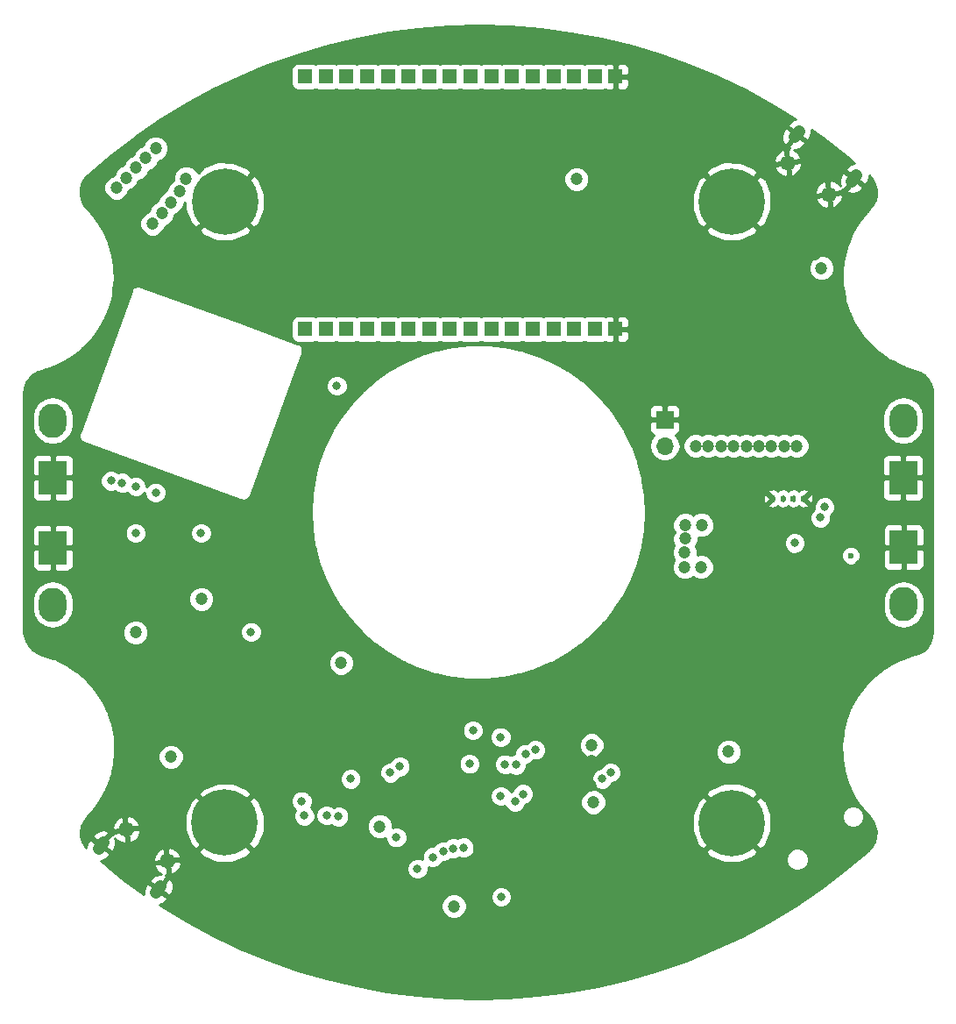
<source format=gbr>
G04 #@! TF.GenerationSoftware,KiCad,Pcbnew,6.0.0-rc1-unknown-3eb3db0~66~ubuntu18.04.1*
G04 #@! TF.CreationDate,2018-08-09T16:50:38-07:00*
G04 #@! TF.ProjectId,main_board_onion,6D61696E5F626F6172645F6F6E696F6E,rev?*
G04 #@! TF.SameCoordinates,Original*
G04 #@! TF.FileFunction,Copper,L3,Inr,Signal*
G04 #@! TF.FilePolarity,Positive*
%FSLAX46Y46*%
G04 Gerber Fmt 4.6, Leading zero omitted, Abs format (unit mm)*
G04 Created by KiCad (PCBNEW 6.0.0-rc1-unknown-3eb3db0~66~ubuntu18.04.1) date Thu Aug  9 16:50:38 2018*
%MOMM*%
%LPD*%
G01*
G04 APERTURE LIST*
G04 #@! TA.AperFunction,ViaPad*
%ADD10C,0.600000*%
G04 #@! TD*
G04 #@! TA.AperFunction,ViaPad*
%ADD11O,2.700000X3.300000*%
G04 #@! TD*
G04 #@! TA.AperFunction,ViaPad*
%ADD12R,2.700000X3.300000*%
G04 #@! TD*
G04 #@! TA.AperFunction,ViaPad*
%ADD13R,1.700000X1.700000*%
G04 #@! TD*
G04 #@! TA.AperFunction,ViaPad*
%ADD14O,1.700000X1.700000*%
G04 #@! TD*
G04 #@! TA.AperFunction,ViaPad*
%ADD15C,6.400000*%
G04 #@! TD*
G04 #@! TA.AperFunction,ViaPad*
%ADD16C,1.450000*%
G04 #@! TD*
G04 #@! TA.AperFunction,ViaPad*
%ADD17C,1.200000*%
G04 #@! TD*
G04 #@! TA.AperFunction,Conductor*
%ADD18C,1.200000*%
G04 #@! TD*
G04 #@! TA.AperFunction,ViaPad*
%ADD19R,1.350000X1.350000*%
G04 #@! TD*
G04 #@! TA.AperFunction,ViaPad*
%ADD20C,0.800000*%
G04 #@! TD*
G04 #@! TA.AperFunction,Conductor*
%ADD21C,0.254000*%
G04 #@! TD*
G04 APERTURE END LIST*
D10*
G04 #@! TO.N,GND*
G04 #@! TO.C,U1*
X177757200Y-89380400D03*
X178757200Y-89380400D03*
X179757200Y-89380400D03*
X180757200Y-89380400D03*
G04 #@! TD*
D11*
G04 #@! TO.N,+24V*
G04 #@! TO.C,J2*
X190398400Y-99607000D03*
D12*
G04 #@! TO.N,GND*
X190398400Y-94107000D03*
G04 #@! TD*
D11*
G04 #@! TO.N,+24V*
G04 #@! TO.C,J3*
X190373000Y-81876000D03*
D12*
G04 #@! TO.N,GND*
X190373000Y-87376000D03*
G04 #@! TD*
D11*
G04 #@! TO.N,+24V*
G04 #@! TO.C,J4*
X108204000Y-99632400D03*
D12*
G04 #@! TO.N,GND*
X108204000Y-94132400D03*
G04 #@! TD*
G04 #@! TO.N,GND*
G04 #@! TO.C,J5*
X108204000Y-87376000D03*
D11*
G04 #@! TO.N,+24V*
X108204000Y-81876000D03*
G04 #@! TD*
D13*
G04 #@! TO.N,GND*
G04 #@! TO.C,J1*
X167335200Y-81762600D03*
D14*
G04 #@! TO.N,+3V3*
X167335200Y-84302600D03*
G04 #@! TD*
D15*
G04 #@! TO.N,GND*
G04 #@! TO.C,J6*
X173799500Y-60706000D03*
G04 #@! TD*
G04 #@! TO.N,GND*
G04 #@! TO.C,J7*
X124841000Y-60706000D03*
G04 #@! TD*
G04 #@! TO.N,GND*
G04 #@! TO.C,J8*
X173799500Y-120713500D03*
G04 #@! TD*
G04 #@! TO.N,GND*
G04 #@! TO.C,J9*
X124815600Y-120700800D03*
G04 #@! TD*
D16*
G04 #@! TO.N,GND*
G04 #@! TO.C,J15*
X115300519Y-121355681D03*
X119267286Y-124399488D03*
D17*
X112863510Y-122888974D03*
D18*
X112650443Y-123166648D02*
X113076577Y-122611300D01*
D17*
X118416983Y-127150304D03*
D18*
X118630050Y-126872630D02*
X118203916Y-127427978D01*
G04 #@! TD*
D17*
G04 #@! TO.N,GND*
G04 #@! TO.C,J17*
X180071910Y-54207373D03*
D18*
X179858843Y-54485047D02*
X180284977Y-53929699D01*
D17*
X185625383Y-58468703D03*
D18*
X185838450Y-58191029D02*
X185412316Y-58746377D01*
D16*
X179221607Y-56958189D03*
X183188374Y-60001996D03*
G04 #@! TD*
D19*
G04 #@! TO.N,GND*
G04 #@! TO.C,O1*
X162574000Y-73033000D03*
G04 #@! TO.N,+3V3*
X160574000Y-73033000D03*
G04 #@! TO.N,Net-(O1-PadB3)*
X158574000Y-73033000D03*
G04 #@! TO.N,Net-(O1-PadB4)*
X156574000Y-73033000D03*
G04 #@! TO.N,/Omega2/PC_TXD*
X154574000Y-73033000D03*
G04 #@! TO.N,/Omega2/PC_RXD*
X152574000Y-73033000D03*
G04 #@! TO.N,/Reset_Omega*
X150574000Y-73033000D03*
G04 #@! TO.N,Net-(O1-PadB8)*
X148574000Y-73033000D03*
G04 #@! TO.N,/Omega2/TX-*
X146574000Y-73033000D03*
G04 #@! TO.N,/Omega2/TX+*
X144574000Y-73033000D03*
G04 #@! TO.N,/Omega2/RX-*
X142574000Y-73033000D03*
G04 #@! TO.N,/Omega2/RX+*
X140574000Y-73033000D03*
G04 #@! TO.N,/Reset_NXP*
X138574000Y-73033000D03*
G04 #@! TO.N,/NXP_Ready*
X136574000Y-73033000D03*
G04 #@! TO.N,Net-(O1-PadB15)*
X134574000Y-73033000D03*
G04 #@! TO.N,Net-(O1-PadB16)*
X132574000Y-73033000D03*
G04 #@! TO.N,GND*
X162574000Y-48633000D03*
G04 #@! TO.N,/Omega_Ready*
X160574000Y-48633000D03*
G04 #@! TO.N,Net-(O1-PadA3)*
X158574000Y-48633000D03*
G04 #@! TO.N,Net-(O1-PadA4)*
X156574000Y-48633000D03*
G04 #@! TO.N,/Omega2/R_LED*
X154574000Y-48633000D03*
G04 #@! TO.N,/Omega2/G_LED*
X152574000Y-48633000D03*
G04 #@! TO.N,/Omega2/B_LED*
X150574000Y-48633000D03*
G04 #@! TO.N,Net-(O1-PadA8)*
X148574000Y-48633000D03*
G04 #@! TO.N,Net-(O1-PadA9)*
X146574000Y-48633000D03*
G04 #@! TO.N,/NXP_MOSI*
X144574000Y-48633000D03*
G04 #@! TO.N,/NXP_MISO*
X142574000Y-48633000D03*
G04 #@! TO.N,/NXP_SPICLK*
X140574000Y-48633000D03*
G04 #@! TO.N,/NXP_SPICS*
X138574000Y-48633000D03*
G04 #@! TO.N,Net-(O1-PadA14)*
X136574000Y-48633000D03*
G04 #@! TO.N,Net-(O1-PadA15)*
X134574000Y-48633000D03*
G04 #@! TO.N,Net-(O1-PadA16)*
X132574000Y-48633000D03*
G04 #@! TD*
D17*
G04 #@! TO.N,GND*
X178816000Y-95910400D03*
X183642000Y-116230400D03*
D20*
X185572400Y-93522800D03*
D17*
X181838600Y-65836800D03*
X115570000Y-116179600D03*
X153441400Y-54229000D03*
X119481600Y-97383600D03*
X139788900Y-116738400D03*
X160210500Y-114769900D03*
X168620854Y-107093219D03*
X160197800Y-117119400D03*
X160286700Y-121793000D03*
X160680400Y-126123700D03*
X146100800Y-121272300D03*
X149999700Y-130098800D03*
X186232800Y-95872300D03*
X186996410Y-94869000D03*
G04 #@! TO.N,+5V*
X169265600Y-96012000D03*
X169265600Y-94589600D03*
X169316400Y-93268800D03*
X170840400Y-96012000D03*
X170891200Y-91948000D03*
X169316400Y-91948000D03*
X182462601Y-67136801D03*
X119608600Y-114325400D03*
D10*
X185305700Y-94894400D03*
D17*
G04 #@! TO.N,+3V3*
X118135400Y-55575200D03*
X117195600Y-56515000D03*
X116255800Y-57454800D03*
X115290600Y-58420000D03*
X114350800Y-59359800D03*
X117830600Y-62839600D03*
X118745000Y-61849000D03*
X119608600Y-60807600D03*
X120446800Y-59740800D03*
X121081800Y-58496200D03*
X158800800Y-58547000D03*
X122555000Y-99085400D03*
X116205000Y-102323900D03*
X180073300Y-84302600D03*
X178854100Y-84302600D03*
X177634900Y-84302600D03*
X176415700Y-84302600D03*
X175196500Y-84302600D03*
X173977300Y-84302600D03*
X172758100Y-84302600D03*
X171538900Y-84302600D03*
X170319700Y-84302600D03*
X146964400Y-128752600D03*
X139788900Y-121056400D03*
D20*
X148463000Y-115011200D03*
D17*
X160261300Y-113220500D03*
X173494700Y-113830100D03*
X160419560Y-118709817D03*
X136055100Y-105257600D03*
D20*
G04 #@! TO.N,/NXP/RTCin*
X152971500Y-115100100D03*
G04 #@! TO.N,/NXP/RTCout*
X151892000Y-115062000D03*
G04 #@! TO.N,/NXP/SWDIO*
X140817600Y-115862100D03*
G04 #@! TO.N,/NXP/SWCLK*
X141732000Y-115277900D03*
G04 #@! TO.N,/Reset_NXP*
X127355600Y-102273100D03*
G04 #@! TO.N,/NXP/I2C_SCL_Flex1*
X144907000Y-124015500D03*
G04 #@! TO.N,/NXP/I2C_SDA_Flex1*
X145923000Y-123456700D03*
G04 #@! TO.N,/NXP/GPIO25*
X146900900Y-123177300D03*
G04 #@! TO.N,/NXP/GPIO26*
X147906156Y-123087290D03*
G04 #@! TO.N,/NXP/SPI_MISO_flex7*
X162102800Y-115849400D03*
G04 #@! TO.N,/NXP/SPI_MOSI_flex7*
X161290000Y-116471700D03*
G04 #@! TO.N,/NXP/SPI_clock_flex7*
X153631900Y-117919500D03*
G04 #@! TO.N,/NXP/SPI_CS_flex7*
X152857200Y-118656100D03*
G04 #@! TO.N,Net-(J16-Pad1)*
X113817400Y-87680800D03*
G04 #@! TO.N,Net-(J16-Pad2)*
X114884200Y-87858600D03*
G04 #@! TO.N,Net-(J16-Pad3)*
X116230400Y-88239600D03*
G04 #@! TO.N,Net-(J16-Pad6)*
X118135400Y-88810000D03*
G04 #@! TO.N,/Reset_Omega*
X141401800Y-122123200D03*
X136982200Y-116471700D03*
G04 #@! TO.N,/NXP_Ready*
X143433800Y-125145800D03*
X151523700Y-127863600D03*
G04 #@! TO.N,/Omega_Ready*
X151485600Y-118122700D03*
G04 #@! TO.N,/NXP_MOSI*
X135648700Y-78511400D03*
X153860500Y-114046000D03*
X135801100Y-120103900D03*
G04 #@! TO.N,/NXP_MISO*
X154800300Y-113652300D03*
X134658100Y-119989600D03*
G04 #@! TO.N,/NXP_SPICLK*
X132253943Y-118609075D03*
X148805900Y-111785400D03*
G04 #@! TO.N,/NXP_SPICS*
X151472900Y-112433100D03*
X132511800Y-120027700D03*
G04 #@! TO.N,Net-(R1-Pad2)*
X182372000Y-91236800D03*
X179882800Y-93682900D03*
G04 #@! TO.N,Net-(R14-Pad1)*
X116205000Y-92735400D03*
G04 #@! TO.N,Net-(R15-Pad1)*
X122529600Y-92722700D03*
G04 #@! TO.N,Net-(SW1-Pad1)*
X182778400Y-90220800D03*
G04 #@! TD*
D21*
G04 #@! TO.N,GND*
G36*
X152361315Y-43807480D02*
X155308949Y-44044297D01*
X158240795Y-44435210D01*
X161147957Y-44978934D01*
X164022539Y-45674085D01*
X166856673Y-46518700D01*
X169643411Y-47510495D01*
X172373843Y-48646793D01*
X175041110Y-49924357D01*
X177637323Y-51339837D01*
X179944141Y-52758549D01*
X179777462Y-52796658D01*
X179382498Y-53077123D01*
X179169431Y-53354797D01*
X180048467Y-54029304D01*
X180060642Y-54013437D01*
X180262154Y-54168063D01*
X180249979Y-54183930D01*
X181129014Y-54858437D01*
X181342081Y-54580764D01*
X181510765Y-54126668D01*
X181499233Y-53815340D01*
X182590848Y-54568315D01*
X184934850Y-56373020D01*
X185651145Y-56984776D01*
X185330935Y-57057988D01*
X184935971Y-57338453D01*
X184722904Y-57616127D01*
X185601940Y-58290634D01*
X185614115Y-58274767D01*
X185815627Y-58429393D01*
X185803452Y-58445260D01*
X186682487Y-59119767D01*
X186895554Y-58842094D01*
X187064238Y-58387998D01*
X187057181Y-58197487D01*
X187377307Y-58559779D01*
X187618446Y-59010904D01*
X187749519Y-59505536D01*
X187763006Y-60017223D01*
X187658797Y-60518628D01*
X187441676Y-60983670D01*
X187105560Y-61412115D01*
X186895562Y-61638332D01*
X186888641Y-61641675D01*
X186850869Y-61684046D01*
X186807095Y-61713295D01*
X186758604Y-61785867D01*
X186752077Y-61792898D01*
X186748156Y-61799266D01*
X186743181Y-61804847D01*
X186738366Y-61813032D01*
X186680550Y-61881715D01*
X186674875Y-61899615D01*
X186113095Y-62635231D01*
X186093095Y-62648595D01*
X186035579Y-62734674D01*
X186019372Y-62753444D01*
X186010124Y-62769750D01*
X185996286Y-62787740D01*
X185985355Y-62809840D01*
X185930646Y-62891717D01*
X185925078Y-62919709D01*
X185425594Y-63800428D01*
X185403832Y-63830895D01*
X185397127Y-63845753D01*
X185350646Y-63915317D01*
X185338751Y-63975116D01*
X185313920Y-64030143D01*
X185313369Y-64047782D01*
X184952158Y-64951976D01*
X184914646Y-65008117D01*
X184899686Y-65083327D01*
X184899595Y-65083554D01*
X184898949Y-65087032D01*
X184895915Y-65102284D01*
X184889554Y-65120731D01*
X184889037Y-65124515D01*
X184886827Y-65131146D01*
X184883116Y-65160581D01*
X184641775Y-66128758D01*
X184631646Y-66143917D01*
X184609128Y-66257123D01*
X184599866Y-66286761D01*
X184597970Y-66304487D01*
X184593315Y-66323163D01*
X184592464Y-66340897D01*
X184589000Y-66358312D01*
X184589000Y-66359485D01*
X184588000Y-66364512D01*
X184588000Y-66397709D01*
X184469777Y-67489013D01*
X184462000Y-67528112D01*
X184462000Y-67545370D01*
X184460251Y-67555674D01*
X184460727Y-67572553D01*
X184458479Y-67593307D01*
X184462000Y-67633014D01*
X184462000Y-67679687D01*
X184464040Y-67689943D01*
X184492104Y-68684433D01*
X184483038Y-68716321D01*
X184494612Y-68815917D01*
X184494086Y-68832612D01*
X184496000Y-68844117D01*
X184496000Y-68855787D01*
X184497095Y-68861293D01*
X184497335Y-68869792D01*
X184504537Y-68901322D01*
X184508271Y-68933454D01*
X184513622Y-68950042D01*
X184688000Y-69998217D01*
X184688000Y-70012987D01*
X184696892Y-70057691D01*
X184700599Y-70092948D01*
X184701929Y-70097231D01*
X184702827Y-70104354D01*
X184708477Y-70121305D01*
X184709845Y-70129526D01*
X184712667Y-70136996D01*
X184730646Y-70227382D01*
X184731079Y-70228029D01*
X184731646Y-70230882D01*
X184753669Y-70263842D01*
X185050937Y-71221095D01*
X185051827Y-71228154D01*
X185052014Y-71228715D01*
X185052554Y-71232669D01*
X185061633Y-71259000D01*
X185080646Y-71354582D01*
X185130736Y-71429547D01*
X185567632Y-72365213D01*
X185578646Y-72420582D01*
X185624364Y-72489005D01*
X185628832Y-72498905D01*
X185632373Y-72503862D01*
X185632651Y-72504458D01*
X185638131Y-72511924D01*
X185656123Y-72537113D01*
X185719350Y-72639994D01*
X185725934Y-72644765D01*
X186218329Y-73408287D01*
X186220194Y-73417102D01*
X186271557Y-73491980D01*
X186285841Y-73519525D01*
X186287841Y-73522025D01*
X186300286Y-73537581D01*
X186304822Y-73545648D01*
X186313266Y-73555501D01*
X186326540Y-73576083D01*
X186335836Y-73585686D01*
X186385595Y-73658226D01*
X186421124Y-73681344D01*
X187022789Y-74383340D01*
X187024158Y-74387368D01*
X187074963Y-74445252D01*
X187078451Y-74451051D01*
X187097066Y-74471527D01*
X187146095Y-74544905D01*
X187225837Y-74598187D01*
X188027231Y-75309184D01*
X188082366Y-75375948D01*
X188178616Y-75427016D01*
X188269218Y-75487554D01*
X188269781Y-75487666D01*
X189065429Y-76019982D01*
X189117005Y-76071666D01*
X189223277Y-76115816D01*
X189227916Y-76118221D01*
X189249990Y-76129994D01*
X189251497Y-76130450D01*
X189325430Y-76168789D01*
X189335688Y-76169670D01*
X190159301Y-76570829D01*
X190175005Y-76586566D01*
X190253778Y-76619291D01*
X190266010Y-76626754D01*
X190271576Y-76628795D01*
X190275918Y-76631400D01*
X190287035Y-76635383D01*
X190294915Y-76639829D01*
X190313479Y-76645925D01*
X190330228Y-76654083D01*
X190350074Y-76659297D01*
X190376873Y-76670430D01*
X190394908Y-76674037D01*
X190397411Y-76674934D01*
X190404936Y-76677693D01*
X190405247Y-76677742D01*
X190481701Y-76705137D01*
X190492234Y-76704624D01*
X191457089Y-77021462D01*
X192003623Y-77230216D01*
X192426682Y-77517897D01*
X192771944Y-77895289D01*
X193021438Y-78342205D01*
X193165151Y-78847891D01*
X193195001Y-79220309D01*
X193195000Y-102241713D01*
X193130794Y-102795189D01*
X192956334Y-103275890D01*
X192675497Y-103704260D01*
X192303788Y-104055736D01*
X191849857Y-104319953D01*
X191472640Y-104448126D01*
X190979995Y-104587432D01*
X190949167Y-104593043D01*
X190943542Y-104595266D01*
X190865217Y-104610846D01*
X190808887Y-104648485D01*
X189855541Y-105025267D01*
X189777218Y-105040846D01*
X189773369Y-105043418D01*
X189771217Y-105043846D01*
X189672915Y-105109530D01*
X188776663Y-105614387D01*
X188749218Y-105619846D01*
X188746228Y-105621844D01*
X188746217Y-105621846D01*
X188666407Y-105675174D01*
X188646461Y-105684873D01*
X188631835Y-105695968D01*
X188615201Y-105705338D01*
X188594154Y-105723405D01*
X188568065Y-105740797D01*
X188567803Y-105741059D01*
X188503095Y-105784295D01*
X188490449Y-105803221D01*
X187674330Y-106422316D01*
X187632463Y-106450291D01*
X187630741Y-106452013D01*
X187628065Y-106453797D01*
X187627789Y-106454073D01*
X187566095Y-106495295D01*
X187525302Y-106556346D01*
X187473334Y-106608206D01*
X187472472Y-106610281D01*
X186850374Y-107232380D01*
X186850006Y-107232533D01*
X186795163Y-107287490D01*
X186734095Y-107328295D01*
X186665116Y-107431529D01*
X186042442Y-108252367D01*
X186023095Y-108265295D01*
X185984102Y-108323652D01*
X185984091Y-108323663D01*
X185983875Y-108323987D01*
X185983597Y-108324265D01*
X185966121Y-108350478D01*
X185947960Y-108371654D01*
X185936484Y-108392047D01*
X185927673Y-108403662D01*
X185919748Y-108419959D01*
X185862646Y-108505418D01*
X185862644Y-108505426D01*
X185860646Y-108508417D01*
X185854987Y-108536868D01*
X185405733Y-109335194D01*
X185351378Y-109430547D01*
X185284646Y-109530418D01*
X185284220Y-109532557D01*
X185283646Y-109533417D01*
X185267747Y-109613346D01*
X184887581Y-110572140D01*
X184850646Y-110627417D01*
X184835528Y-110703420D01*
X184835068Y-110704580D01*
X184832405Y-110719122D01*
X184831127Y-110725547D01*
X184822827Y-110750446D01*
X184818825Y-110782190D01*
X184579879Y-111755102D01*
X184569646Y-111770417D01*
X184550127Y-111868547D01*
X184541827Y-111893446D01*
X184540646Y-111902817D01*
X184538564Y-111909526D01*
X184536037Y-111933610D01*
X184532947Y-111946194D01*
X184532447Y-111957428D01*
X184527000Y-111984812D01*
X184527000Y-112011063D01*
X184514487Y-112110324D01*
X184516665Y-112118279D01*
X184412534Y-113110935D01*
X184405000Y-113148812D01*
X184405000Y-113167226D01*
X184403121Y-113178471D01*
X184403649Y-113195631D01*
X184401459Y-113216512D01*
X184405000Y-113254963D01*
X184405000Y-113300587D01*
X184407226Y-113311779D01*
X184437952Y-114309514D01*
X184428487Y-114344076D01*
X184440649Y-114440550D01*
X184440221Y-114455391D01*
X184442000Y-114465910D01*
X184442000Y-114476587D01*
X184443298Y-114483112D01*
X184443577Y-114492177D01*
X184451452Y-114526251D01*
X184455827Y-114560954D01*
X184460389Y-114574639D01*
X184638000Y-115624823D01*
X184638000Y-115636587D01*
X184645755Y-115675572D01*
X184650020Y-115715076D01*
X184651802Y-115720760D01*
X184651827Y-115720954D01*
X184652443Y-115722803D01*
X184657061Y-115737526D01*
X184659363Y-115751139D01*
X184662342Y-115758960D01*
X184680646Y-115850982D01*
X184703255Y-115884818D01*
X185001999Y-116837387D01*
X185002827Y-116843954D01*
X185003827Y-116846954D01*
X185013128Y-116874856D01*
X185032646Y-116972982D01*
X185084993Y-117051325D01*
X185522751Y-117983212D01*
X185533646Y-118037983D01*
X185583599Y-118112743D01*
X185588523Y-118123225D01*
X185604002Y-118144212D01*
X185659864Y-118242207D01*
X185679232Y-118257238D01*
X186173560Y-119018520D01*
X186174646Y-119023982D01*
X186230231Y-119107170D01*
X186241969Y-119130647D01*
X186255265Y-119147779D01*
X186264058Y-119163310D01*
X186278314Y-119179845D01*
X186286979Y-119193190D01*
X186289298Y-119195571D01*
X186296091Y-119205737D01*
X186314650Y-119224296D01*
X186375993Y-119303336D01*
X186393274Y-119313187D01*
X187063106Y-120090123D01*
X187423405Y-120549844D01*
X187637723Y-121015197D01*
X187739507Y-121515883D01*
X187722272Y-122027696D01*
X187588879Y-122522300D01*
X187344796Y-122971532D01*
X186983003Y-123377251D01*
X184750414Y-125263287D01*
X182394121Y-127050991D01*
X179948056Y-128712303D01*
X177416950Y-130243407D01*
X174810913Y-131640203D01*
X172133808Y-132897812D01*
X169395244Y-134014364D01*
X166602603Y-134986705D01*
X163761688Y-135810946D01*
X160882217Y-136485158D01*
X157972022Y-137007375D01*
X155037204Y-137377558D01*
X152086989Y-137592801D01*
X149312613Y-137655002D01*
X146353821Y-137583873D01*
X143405106Y-137358795D01*
X140471279Y-136979727D01*
X137562246Y-136447670D01*
X134685677Y-135763572D01*
X131847511Y-134930386D01*
X129057839Y-133950151D01*
X126322539Y-132824839D01*
X123650321Y-131557339D01*
X121048183Y-130152620D01*
X118523061Y-128612671D01*
X118513654Y-128606239D01*
X118711431Y-128561019D01*
X118787583Y-128506943D01*
X145729400Y-128506943D01*
X145729400Y-128998257D01*
X145917418Y-129452171D01*
X146264829Y-129799582D01*
X146718743Y-129987600D01*
X147210057Y-129987600D01*
X147663971Y-129799582D01*
X148011382Y-129452171D01*
X148199400Y-128998257D01*
X148199400Y-128506943D01*
X148011382Y-128053029D01*
X147663971Y-127705618D01*
X147548350Y-127657726D01*
X150488700Y-127657726D01*
X150488700Y-128069474D01*
X150646269Y-128449880D01*
X150937420Y-128741031D01*
X151317826Y-128898600D01*
X151729574Y-128898600D01*
X152109980Y-128741031D01*
X152401131Y-128449880D01*
X152558700Y-128069474D01*
X152558700Y-127657726D01*
X152401131Y-127277320D01*
X152109980Y-126986169D01*
X151729574Y-126828600D01*
X151317826Y-126828600D01*
X150937420Y-126986169D01*
X150646269Y-127277320D01*
X150488700Y-127657726D01*
X147548350Y-127657726D01*
X147210057Y-127517600D01*
X146718743Y-127517600D01*
X146264829Y-127705618D01*
X145917418Y-128053029D01*
X145729400Y-128506943D01*
X118787583Y-128506943D01*
X119106395Y-128280554D01*
X119319462Y-128002880D01*
X118440426Y-127328373D01*
X118428251Y-127344240D01*
X118226739Y-127189614D01*
X118238914Y-127173747D01*
X118177811Y-127126861D01*
X118595052Y-127126861D01*
X119474087Y-127801368D01*
X119687154Y-127523695D01*
X119855838Y-127069599D01*
X119837907Y-126585516D01*
X119636091Y-126145145D01*
X119608559Y-126119141D01*
X119381408Y-126102062D01*
X118595052Y-127126861D01*
X118177811Y-127126861D01*
X117359879Y-126499240D01*
X117146812Y-126776913D01*
X116978128Y-127231009D01*
X116990489Y-127564722D01*
X116081760Y-126943347D01*
X115236205Y-126297728D01*
X117514504Y-126297728D01*
X118393540Y-126972235D01*
X119179896Y-125947436D01*
X119116702Y-125766983D01*
X119300785Y-125626925D01*
X119157949Y-124541978D01*
X118073002Y-124684814D01*
X117979402Y-124913431D01*
X118274114Y-125367162D01*
X118680001Y-125646068D01*
X118594764Y-125631619D01*
X118122535Y-125739589D01*
X117727571Y-126020054D01*
X117514504Y-126297728D01*
X115236205Y-126297728D01*
X113730915Y-125148372D01*
X112976207Y-124508825D01*
X119409776Y-124508825D01*
X119552612Y-125593772D01*
X119781229Y-125687372D01*
X120234960Y-125392660D01*
X120541371Y-124946746D01*
X120543198Y-124939926D01*
X142398800Y-124939926D01*
X142398800Y-125351674D01*
X142556369Y-125732080D01*
X142847520Y-126023231D01*
X143227926Y-126180800D01*
X143639674Y-126180800D01*
X144020080Y-126023231D01*
X144311231Y-125732080D01*
X144468800Y-125351674D01*
X144468800Y-124954268D01*
X144701126Y-125050500D01*
X145112874Y-125050500D01*
X145493280Y-124892931D01*
X145784431Y-124601780D01*
X145830028Y-124491700D01*
X146128874Y-124491700D01*
X146509280Y-124334131D01*
X146649831Y-124193580D01*
X146695026Y-124212300D01*
X147106774Y-124212300D01*
X147487180Y-124054731D01*
X147501825Y-124040086D01*
X147700282Y-124122290D01*
X148112030Y-124122290D01*
X148492436Y-123964721D01*
X148783587Y-123673570D01*
X148874365Y-123454410D01*
X171238195Y-123454410D01*
X171605140Y-123949843D01*
X173010671Y-124543236D01*
X174536293Y-124553587D01*
X175830003Y-124027969D01*
X179046799Y-124027969D01*
X179046799Y-124459609D01*
X179211981Y-124858392D01*
X179517196Y-125163607D01*
X179915979Y-125328789D01*
X180347619Y-125328789D01*
X180746402Y-125163607D01*
X181051617Y-124858392D01*
X181216799Y-124459609D01*
X181216799Y-124027969D01*
X181051617Y-123629186D01*
X180746402Y-123323971D01*
X180347619Y-123158789D01*
X179915979Y-123158789D01*
X179517196Y-123323971D01*
X179211981Y-123629186D01*
X179046799Y-124027969D01*
X175830003Y-124027969D01*
X175949746Y-123979319D01*
X175993860Y-123949843D01*
X176360805Y-123454410D01*
X173799500Y-120893105D01*
X171238195Y-123454410D01*
X148874365Y-123454410D01*
X148941156Y-123293164D01*
X148941156Y-122881416D01*
X148783587Y-122501010D01*
X148492436Y-122209859D01*
X148112030Y-122052290D01*
X147700282Y-122052290D01*
X147319876Y-122209859D01*
X147305231Y-122224504D01*
X147106774Y-122142300D01*
X146695026Y-122142300D01*
X146314620Y-122299869D01*
X146174069Y-122440420D01*
X146128874Y-122421700D01*
X145717126Y-122421700D01*
X145336720Y-122579269D01*
X145045569Y-122870420D01*
X144999972Y-122980500D01*
X144701126Y-122980500D01*
X144320720Y-123138069D01*
X144029569Y-123429220D01*
X143872000Y-123809626D01*
X143872000Y-124207032D01*
X143639674Y-124110800D01*
X143227926Y-124110800D01*
X142847520Y-124268369D01*
X142556369Y-124559520D01*
X142398800Y-124939926D01*
X120543198Y-124939926D01*
X120644305Y-124562590D01*
X120494723Y-124365989D01*
X119409776Y-124508825D01*
X112976207Y-124508825D01*
X112820470Y-124376852D01*
X113157958Y-124299689D01*
X113247104Y-124236386D01*
X117890267Y-124236386D01*
X118039849Y-124432987D01*
X119124796Y-124290151D01*
X118981960Y-123205204D01*
X118900985Y-123172051D01*
X119233787Y-123172051D01*
X119376623Y-124256998D01*
X120461570Y-124114162D01*
X120555170Y-123885545D01*
X120266886Y-123441710D01*
X122254295Y-123441710D01*
X122621240Y-123937143D01*
X124026771Y-124530536D01*
X125552393Y-124540887D01*
X126965846Y-123966619D01*
X127009960Y-123937143D01*
X127376905Y-123441710D01*
X124815600Y-120880405D01*
X122254295Y-123441710D01*
X120266886Y-123441710D01*
X120260458Y-123431814D01*
X119814544Y-123125403D01*
X119430388Y-123022469D01*
X119233787Y-123172051D01*
X118900985Y-123172051D01*
X118753343Y-123111604D01*
X118299612Y-123406316D01*
X117993201Y-123852230D01*
X117890267Y-124236386D01*
X113247104Y-124236386D01*
X113552922Y-124019224D01*
X113765989Y-123741550D01*
X112886953Y-123067043D01*
X112874778Y-123082910D01*
X112673266Y-122928284D01*
X112685441Y-122912417D01*
X112624338Y-122865531D01*
X113041579Y-122865531D01*
X113920614Y-123540038D01*
X114133681Y-123262365D01*
X114302365Y-122808269D01*
X114284434Y-122324186D01*
X114228233Y-122201553D01*
X114307347Y-122323355D01*
X114753261Y-122629766D01*
X115137417Y-122732700D01*
X115334018Y-122583118D01*
X115191182Y-121498171D01*
X114106235Y-121641007D01*
X114018595Y-121855067D01*
X113827935Y-121840732D01*
X113041579Y-122865531D01*
X112624338Y-122865531D01*
X111806406Y-122237910D01*
X111593339Y-122515583D01*
X111424655Y-122969679D01*
X111431017Y-123141436D01*
X111277125Y-122968644D01*
X111034372Y-122518355D01*
X110904193Y-122036398D01*
X111961031Y-122036398D01*
X112840067Y-122710905D01*
X113626423Y-121686106D01*
X113551134Y-121471115D01*
X113541237Y-121465018D01*
X115443009Y-121465018D01*
X115585845Y-122549965D01*
X115814462Y-122643565D01*
X116268193Y-122348853D01*
X116574604Y-121902939D01*
X116677538Y-121518783D01*
X116615766Y-121437593D01*
X120975513Y-121437593D01*
X121549781Y-122851046D01*
X121579257Y-122895160D01*
X122074690Y-123262105D01*
X124635995Y-120700800D01*
X124995205Y-120700800D01*
X127556510Y-123262105D01*
X128051943Y-122895160D01*
X128645336Y-121489629D01*
X128655687Y-119964007D01*
X128081419Y-118550554D01*
X128051943Y-118506440D01*
X127912555Y-118403201D01*
X131218943Y-118403201D01*
X131218943Y-118814949D01*
X131376512Y-119195355D01*
X131630915Y-119449758D01*
X131476800Y-119821826D01*
X131476800Y-120233574D01*
X131634369Y-120613980D01*
X131925520Y-120905131D01*
X132305926Y-121062700D01*
X132717674Y-121062700D01*
X133098080Y-120905131D01*
X133389231Y-120613980D01*
X133546800Y-120233574D01*
X133546800Y-119821826D01*
X133531019Y-119783726D01*
X133623100Y-119783726D01*
X133623100Y-120195474D01*
X133780669Y-120575880D01*
X134071820Y-120867031D01*
X134452226Y-121024600D01*
X134863974Y-121024600D01*
X135142656Y-120909167D01*
X135214820Y-120981331D01*
X135595226Y-121138900D01*
X136006974Y-121138900D01*
X136387380Y-120981331D01*
X136557968Y-120810743D01*
X138553900Y-120810743D01*
X138553900Y-121302057D01*
X138741918Y-121755971D01*
X139089329Y-122103382D01*
X139543243Y-122291400D01*
X140034557Y-122291400D01*
X140366800Y-122153780D01*
X140366800Y-122329074D01*
X140524369Y-122709480D01*
X140815520Y-123000631D01*
X141195926Y-123158200D01*
X141607674Y-123158200D01*
X141988080Y-123000631D01*
X142279231Y-122709480D01*
X142436800Y-122329074D01*
X142436800Y-121917326D01*
X142279231Y-121536920D01*
X142192604Y-121450293D01*
X169959413Y-121450293D01*
X170533681Y-122863746D01*
X170563157Y-122907860D01*
X171058590Y-123274805D01*
X173619895Y-120713500D01*
X173979105Y-120713500D01*
X176540410Y-123274805D01*
X177035843Y-122907860D01*
X177629236Y-121502329D01*
X177639587Y-119976707D01*
X177603706Y-119888391D01*
X184441601Y-119888391D01*
X184441601Y-120320031D01*
X184606783Y-120718814D01*
X184911998Y-121024029D01*
X185310781Y-121189211D01*
X185742421Y-121189211D01*
X186141204Y-121024029D01*
X186446419Y-120718814D01*
X186611601Y-120320031D01*
X186611601Y-119888391D01*
X186446419Y-119489608D01*
X186141204Y-119184393D01*
X185742421Y-119019211D01*
X185310781Y-119019211D01*
X184911998Y-119184393D01*
X184606783Y-119489608D01*
X184441601Y-119888391D01*
X177603706Y-119888391D01*
X177065319Y-118563254D01*
X177035843Y-118519140D01*
X176540410Y-118152195D01*
X173979105Y-120713500D01*
X173619895Y-120713500D01*
X171058590Y-118152195D01*
X170563157Y-118519140D01*
X169969764Y-119924671D01*
X169959413Y-121450293D01*
X142192604Y-121450293D01*
X141988080Y-121245769D01*
X141607674Y-121088200D01*
X141195926Y-121088200D01*
X141023900Y-121159455D01*
X141023900Y-120810743D01*
X140835882Y-120356829D01*
X140488471Y-120009418D01*
X140034557Y-119821400D01*
X139543243Y-119821400D01*
X139089329Y-120009418D01*
X138741918Y-120356829D01*
X138553900Y-120810743D01*
X136557968Y-120810743D01*
X136678531Y-120690180D01*
X136836100Y-120309774D01*
X136836100Y-119898026D01*
X136678531Y-119517620D01*
X136387380Y-119226469D01*
X136006974Y-119068900D01*
X135595226Y-119068900D01*
X135316544Y-119184333D01*
X135244380Y-119112169D01*
X134863974Y-118954600D01*
X134452226Y-118954600D01*
X134071820Y-119112169D01*
X133780669Y-119403320D01*
X133623100Y-119783726D01*
X133531019Y-119783726D01*
X133389231Y-119441420D01*
X133134828Y-119187017D01*
X133288943Y-118814949D01*
X133288943Y-118403201D01*
X133131374Y-118022795D01*
X133025405Y-117916826D01*
X150450600Y-117916826D01*
X150450600Y-118328574D01*
X150608169Y-118708980D01*
X150899320Y-119000131D01*
X151279726Y-119157700D01*
X151691474Y-119157700D01*
X151907610Y-119068174D01*
X151979769Y-119242380D01*
X152270920Y-119533531D01*
X152651326Y-119691100D01*
X153063074Y-119691100D01*
X153443480Y-119533531D01*
X153734631Y-119242380D01*
X153857209Y-118946450D01*
X154218180Y-118796931D01*
X154509331Y-118505780D01*
X154526570Y-118464160D01*
X159184560Y-118464160D01*
X159184560Y-118955474D01*
X159372578Y-119409388D01*
X159719989Y-119756799D01*
X160173903Y-119944817D01*
X160665217Y-119944817D01*
X161119131Y-119756799D01*
X161466542Y-119409388D01*
X161654560Y-118955474D01*
X161654560Y-118464160D01*
X161466542Y-118010246D01*
X161428886Y-117972590D01*
X171238195Y-117972590D01*
X173799500Y-120533895D01*
X176360805Y-117972590D01*
X175993860Y-117477157D01*
X174588329Y-116883764D01*
X173062707Y-116873413D01*
X171649254Y-117447681D01*
X171605140Y-117477157D01*
X171238195Y-117972590D01*
X161428886Y-117972590D01*
X161119131Y-117662835D01*
X160665217Y-117474817D01*
X160173903Y-117474817D01*
X159719989Y-117662835D01*
X159372578Y-118010246D01*
X159184560Y-118464160D01*
X154526570Y-118464160D01*
X154666900Y-118125374D01*
X154666900Y-117713626D01*
X154509331Y-117333220D01*
X154218180Y-117042069D01*
X153837774Y-116884500D01*
X153426026Y-116884500D01*
X153045620Y-117042069D01*
X152754469Y-117333220D01*
X152631891Y-117629150D01*
X152435190Y-117710626D01*
X152363031Y-117536420D01*
X152071880Y-117245269D01*
X151691474Y-117087700D01*
X151279726Y-117087700D01*
X150899320Y-117245269D01*
X150608169Y-117536420D01*
X150450600Y-117916826D01*
X133025405Y-117916826D01*
X132840223Y-117731644D01*
X132459817Y-117574075D01*
X132048069Y-117574075D01*
X131667663Y-117731644D01*
X131376512Y-118022795D01*
X131218943Y-118403201D01*
X127912555Y-118403201D01*
X127556510Y-118139495D01*
X124995205Y-120700800D01*
X124635995Y-120700800D01*
X122074690Y-118139495D01*
X121579257Y-118506440D01*
X120985864Y-119911971D01*
X120975513Y-121437593D01*
X116615766Y-121437593D01*
X116527956Y-121322182D01*
X115443009Y-121465018D01*
X113541237Y-121465018D01*
X113518891Y-121451252D01*
X113041291Y-121370289D01*
X112569062Y-121478259D01*
X112174098Y-121758724D01*
X111961031Y-122036398D01*
X110904193Y-122036398D01*
X110901008Y-122024608D01*
X110885290Y-121513376D01*
X110950885Y-121192579D01*
X113923500Y-121192579D01*
X114073082Y-121389180D01*
X115158029Y-121246344D01*
X115015193Y-120161397D01*
X114934218Y-120128244D01*
X115267020Y-120128244D01*
X115409856Y-121213191D01*
X116494803Y-121070355D01*
X116588403Y-120841738D01*
X116293691Y-120388007D01*
X115847777Y-120081596D01*
X115463621Y-119978662D01*
X115267020Y-120128244D01*
X114934218Y-120128244D01*
X114786576Y-120067797D01*
X114332845Y-120362509D01*
X114026434Y-120808423D01*
X113923500Y-121192579D01*
X110950885Y-121192579D01*
X110988054Y-121010806D01*
X111202432Y-120546073D01*
X111551494Y-120100833D01*
X111830913Y-119799920D01*
X111860006Y-119783336D01*
X111878118Y-119759999D01*
X111901905Y-119744105D01*
X111916865Y-119721715D01*
X111938136Y-119705207D01*
X111986529Y-119620313D01*
X111994031Y-119610647D01*
X111996108Y-119606494D01*
X112593941Y-118816440D01*
X112610905Y-118805105D01*
X112622158Y-118788263D01*
X112644135Y-118771207D01*
X112686096Y-118697598D01*
X112686355Y-118697295D01*
X112692233Y-118686832D01*
X112692898Y-118685666D01*
X112707790Y-118665985D01*
X112718176Y-118644562D01*
X112773354Y-118561982D01*
X112779376Y-118531708D01*
X113100603Y-117959890D01*
X122254295Y-117959890D01*
X124815600Y-120521195D01*
X127376905Y-117959890D01*
X127009960Y-117464457D01*
X125604429Y-116871064D01*
X124078807Y-116860713D01*
X122665354Y-117434981D01*
X122621240Y-117464457D01*
X122254295Y-117959890D01*
X113100603Y-117959890D01*
X113286235Y-117629447D01*
X113349354Y-117534983D01*
X113365072Y-117455965D01*
X113742978Y-116494424D01*
X113779354Y-116439983D01*
X113794705Y-116362811D01*
X113795542Y-116360680D01*
X113799000Y-116341473D01*
X113807173Y-116316954D01*
X113811002Y-116286580D01*
X113816058Y-116265826D01*
X135947200Y-116265826D01*
X135947200Y-116677574D01*
X136104769Y-117057980D01*
X136395920Y-117349131D01*
X136776326Y-117506700D01*
X137188074Y-117506700D01*
X137568480Y-117349131D01*
X137859631Y-117057980D01*
X138017200Y-116677574D01*
X138017200Y-116265826D01*
X137859631Y-115885420D01*
X137630437Y-115656226D01*
X139782600Y-115656226D01*
X139782600Y-116067974D01*
X139940169Y-116448380D01*
X140231320Y-116739531D01*
X140611726Y-116897100D01*
X141023474Y-116897100D01*
X141403880Y-116739531D01*
X141695031Y-116448380D01*
X141751149Y-116312900D01*
X141937874Y-116312900D01*
X142051520Y-116265826D01*
X160255000Y-116265826D01*
X160255000Y-116677574D01*
X160412569Y-117057980D01*
X160703720Y-117349131D01*
X161084126Y-117506700D01*
X161495874Y-117506700D01*
X161876280Y-117349131D01*
X162167431Y-117057980D01*
X162239330Y-116884400D01*
X162308674Y-116884400D01*
X162689080Y-116726831D01*
X162980231Y-116435680D01*
X163137800Y-116055274D01*
X163137800Y-115643526D01*
X162980231Y-115263120D01*
X162689080Y-114971969D01*
X162308674Y-114814400D01*
X161896926Y-114814400D01*
X161516520Y-114971969D01*
X161225369Y-115263120D01*
X161153470Y-115436700D01*
X161084126Y-115436700D01*
X160703720Y-115594269D01*
X160412569Y-115885420D01*
X160255000Y-116265826D01*
X142051520Y-116265826D01*
X142318280Y-116155331D01*
X142609431Y-115864180D01*
X142767000Y-115483774D01*
X142767000Y-115072026D01*
X142656530Y-114805326D01*
X147428000Y-114805326D01*
X147428000Y-115217074D01*
X147585569Y-115597480D01*
X147876720Y-115888631D01*
X148257126Y-116046200D01*
X148668874Y-116046200D01*
X149049280Y-115888631D01*
X149340431Y-115597480D01*
X149498000Y-115217074D01*
X149498000Y-114856126D01*
X150857000Y-114856126D01*
X150857000Y-115267874D01*
X151014569Y-115648280D01*
X151305720Y-115939431D01*
X151686126Y-116097000D01*
X152097874Y-116097000D01*
X152385759Y-115977754D01*
X152765626Y-116135100D01*
X153177374Y-116135100D01*
X153557780Y-115977531D01*
X153848931Y-115686380D01*
X154006500Y-115305974D01*
X154006500Y-115081000D01*
X154066374Y-115081000D01*
X154446780Y-114923431D01*
X154682911Y-114687300D01*
X155006174Y-114687300D01*
X155386580Y-114529731D01*
X155677731Y-114238580D01*
X155835300Y-113858174D01*
X155835300Y-113446426D01*
X155677731Y-113066020D01*
X155586554Y-112974843D01*
X159026300Y-112974843D01*
X159026300Y-113466157D01*
X159214318Y-113920071D01*
X159561729Y-114267482D01*
X160015643Y-114455500D01*
X160506957Y-114455500D01*
X160960871Y-114267482D01*
X161308282Y-113920071D01*
X161447304Y-113584443D01*
X172259700Y-113584443D01*
X172259700Y-114075757D01*
X172447718Y-114529671D01*
X172795129Y-114877082D01*
X173249043Y-115065100D01*
X173740357Y-115065100D01*
X174194271Y-114877082D01*
X174541682Y-114529671D01*
X174729700Y-114075757D01*
X174729700Y-113584443D01*
X174541682Y-113130529D01*
X174194271Y-112783118D01*
X173740357Y-112595100D01*
X173249043Y-112595100D01*
X172795129Y-112783118D01*
X172447718Y-113130529D01*
X172259700Y-113584443D01*
X161447304Y-113584443D01*
X161496300Y-113466157D01*
X161496300Y-112974843D01*
X161308282Y-112520929D01*
X160960871Y-112173518D01*
X160506957Y-111985500D01*
X160015643Y-111985500D01*
X159561729Y-112173518D01*
X159214318Y-112520929D01*
X159026300Y-112974843D01*
X155586554Y-112974843D01*
X155386580Y-112774869D01*
X155006174Y-112617300D01*
X154594426Y-112617300D01*
X154214020Y-112774869D01*
X153977889Y-113011000D01*
X153654626Y-113011000D01*
X153274220Y-113168569D01*
X152983069Y-113459720D01*
X152825500Y-113840126D01*
X152825500Y-114065100D01*
X152765626Y-114065100D01*
X152477741Y-114184346D01*
X152097874Y-114027000D01*
X151686126Y-114027000D01*
X151305720Y-114184569D01*
X151014569Y-114475720D01*
X150857000Y-114856126D01*
X149498000Y-114856126D01*
X149498000Y-114805326D01*
X149340431Y-114424920D01*
X149049280Y-114133769D01*
X148668874Y-113976200D01*
X148257126Y-113976200D01*
X147876720Y-114133769D01*
X147585569Y-114424920D01*
X147428000Y-114805326D01*
X142656530Y-114805326D01*
X142609431Y-114691620D01*
X142318280Y-114400469D01*
X141937874Y-114242900D01*
X141526126Y-114242900D01*
X141145720Y-114400469D01*
X140854569Y-114691620D01*
X140798451Y-114827100D01*
X140611726Y-114827100D01*
X140231320Y-114984669D01*
X139940169Y-115275820D01*
X139782600Y-115656226D01*
X137630437Y-115656226D01*
X137568480Y-115594269D01*
X137188074Y-115436700D01*
X136776326Y-115436700D01*
X136395920Y-115594269D01*
X136104769Y-115885420D01*
X135947200Y-116265826D01*
X113816058Y-116265826D01*
X114047346Y-115316464D01*
X114056354Y-115302982D01*
X114077353Y-115197415D01*
X114085173Y-115173954D01*
X114086434Y-115163951D01*
X114088688Y-115156643D01*
X114090456Y-115139510D01*
X114095247Y-115119844D01*
X114095919Y-115104074D01*
X114099000Y-115088587D01*
X114099000Y-115087614D01*
X114100000Y-115082587D01*
X114100000Y-115056337D01*
X114112513Y-114957076D01*
X114110165Y-114948500D01*
X114199805Y-114079743D01*
X118373600Y-114079743D01*
X118373600Y-114571057D01*
X118561618Y-115024971D01*
X118909029Y-115372382D01*
X119362943Y-115560400D01*
X119854257Y-115560400D01*
X120308171Y-115372382D01*
X120655582Y-115024971D01*
X120843600Y-114571057D01*
X120843600Y-114079743D01*
X120655582Y-113625829D01*
X120308171Y-113278418D01*
X119854257Y-113090400D01*
X119362943Y-113090400D01*
X118909029Y-113278418D01*
X118561618Y-113625829D01*
X118373600Y-114079743D01*
X114199805Y-114079743D01*
X114212589Y-113955846D01*
X114220000Y-113918587D01*
X114220000Y-113899226D01*
X114222004Y-113887040D01*
X114221438Y-113870080D01*
X114223548Y-113849633D01*
X114220000Y-113811812D01*
X114220000Y-113766812D01*
X114217589Y-113754689D01*
X114184213Y-112754283D01*
X114193513Y-112720324D01*
X114181340Y-112623757D01*
X114181692Y-112610767D01*
X114181000Y-112606717D01*
X114181000Y-112594812D01*
X114178469Y-112582086D01*
X114178177Y-112573345D01*
X114171250Y-112543722D01*
X114166173Y-112503446D01*
X114160392Y-112486103D01*
X114005496Y-111579526D01*
X147770900Y-111579526D01*
X147770900Y-111991274D01*
X147928469Y-112371680D01*
X148219620Y-112662831D01*
X148600026Y-112820400D01*
X149011774Y-112820400D01*
X149392180Y-112662831D01*
X149683331Y-112371680D01*
X149743165Y-112227226D01*
X150437900Y-112227226D01*
X150437900Y-112638974D01*
X150595469Y-113019380D01*
X150886620Y-113310531D01*
X151267026Y-113468100D01*
X151678774Y-113468100D01*
X152059180Y-113310531D01*
X152350331Y-113019380D01*
X152507900Y-112638974D01*
X152507900Y-112227226D01*
X152350331Y-111846820D01*
X152059180Y-111555669D01*
X151678774Y-111398100D01*
X151267026Y-111398100D01*
X150886620Y-111555669D01*
X150595469Y-111846820D01*
X150437900Y-112227226D01*
X149743165Y-112227226D01*
X149840900Y-111991274D01*
X149840900Y-111579526D01*
X149683331Y-111199120D01*
X149392180Y-110907969D01*
X149011774Y-110750400D01*
X148600026Y-110750400D01*
X148219620Y-110907969D01*
X147928469Y-111199120D01*
X147770900Y-111579526D01*
X114005496Y-111579526D01*
X113994369Y-111514402D01*
X113996398Y-111504199D01*
X113982000Y-111431813D01*
X113982000Y-111431812D01*
X113973630Y-111389732D01*
X113968173Y-111346446D01*
X113963041Y-111331051D01*
X113960309Y-111315059D01*
X113957118Y-111306723D01*
X113939354Y-111217417D01*
X113915055Y-111181051D01*
X113614913Y-110230319D01*
X113614173Y-110224446D01*
X113604367Y-110195027D01*
X113584354Y-110094417D01*
X113533241Y-110017921D01*
X113092069Y-109085286D01*
X113081354Y-109031417D01*
X113030792Y-108955745D01*
X113025459Y-108944472D01*
X113010471Y-108924265D01*
X112955135Y-108827193D01*
X112935196Y-108811718D01*
X112442191Y-108055624D01*
X112441354Y-108051418D01*
X112366915Y-107940012D01*
X112347877Y-107906580D01*
X112336284Y-107893201D01*
X112325143Y-107876115D01*
X112322228Y-107873134D01*
X112319909Y-107869663D01*
X112318187Y-107867941D01*
X112316403Y-107865265D01*
X112316128Y-107864989D01*
X112274905Y-107803295D01*
X112235652Y-107777067D01*
X111564836Y-107002915D01*
X111548403Y-106978265D01*
X111548125Y-106977987D01*
X111547909Y-106977663D01*
X111545911Y-106975665D01*
X111504905Y-106914295D01*
X111443866Y-106873510D01*
X111393994Y-106823534D01*
X111369567Y-106813386D01*
X110646889Y-106178680D01*
X110619905Y-106138295D01*
X110561548Y-106099302D01*
X110561537Y-106099291D01*
X110561213Y-106099075D01*
X110560935Y-106098797D01*
X110556914Y-106096116D01*
X110556037Y-106095247D01*
X110539216Y-106084113D01*
X110525633Y-106072184D01*
X110490947Y-106052124D01*
X110379782Y-105977846D01*
X110379774Y-105977844D01*
X110376783Y-105975846D01*
X110375151Y-105975521D01*
X109620505Y-105476034D01*
X109605007Y-105456064D01*
X109510153Y-105401993D01*
X109491841Y-105388225D01*
X109477201Y-105381183D01*
X109466871Y-105374346D01*
X109395783Y-105326846D01*
X109342001Y-105316148D01*
X108709591Y-105011943D01*
X134820100Y-105011943D01*
X134820100Y-105503257D01*
X135008118Y-105957171D01*
X135355529Y-106304582D01*
X135809443Y-106492600D01*
X136300757Y-106492600D01*
X136754671Y-106304582D01*
X137102082Y-105957171D01*
X137290100Y-105503257D01*
X137290100Y-105011943D01*
X137102082Y-104558029D01*
X136754671Y-104210618D01*
X136300757Y-104022600D01*
X135809443Y-104022600D01*
X135355529Y-104210618D01*
X135008118Y-104558029D01*
X134820100Y-105011943D01*
X108709591Y-105011943D01*
X108410315Y-104867984D01*
X108333782Y-104816846D01*
X108232226Y-104796645D01*
X108212636Y-104790321D01*
X108211754Y-104790027D01*
X108211707Y-104790021D01*
X107177477Y-104456128D01*
X106630946Y-104250435D01*
X106206350Y-103965125D01*
X105858888Y-103589206D01*
X105606960Y-103143083D01*
X105460483Y-102639236D01*
X105429000Y-102255136D01*
X105429000Y-102078243D01*
X114970000Y-102078243D01*
X114970000Y-102569557D01*
X115158018Y-103023471D01*
X115505429Y-103370882D01*
X115959343Y-103558900D01*
X116450657Y-103558900D01*
X116904571Y-103370882D01*
X117251982Y-103023471D01*
X117440000Y-102569557D01*
X117440000Y-102078243D01*
X117435437Y-102067226D01*
X126320600Y-102067226D01*
X126320600Y-102478974D01*
X126478169Y-102859380D01*
X126769320Y-103150531D01*
X127149726Y-103308100D01*
X127561474Y-103308100D01*
X127941880Y-103150531D01*
X128233031Y-102859380D01*
X128390600Y-102478974D01*
X128390600Y-102067226D01*
X128233031Y-101686820D01*
X127941880Y-101395669D01*
X127561474Y-101238100D01*
X127149726Y-101238100D01*
X126769320Y-101395669D01*
X126478169Y-101686820D01*
X126320600Y-102067226D01*
X117435437Y-102067226D01*
X117251982Y-101624329D01*
X116904571Y-101276918D01*
X116450657Y-101088900D01*
X115959343Y-101088900D01*
X115505429Y-101276918D01*
X115158018Y-101624329D01*
X114970000Y-102078243D01*
X105429000Y-102078243D01*
X105429000Y-99136897D01*
X106219000Y-99136897D01*
X106219000Y-100127902D01*
X106334171Y-100706907D01*
X106772895Y-101363505D01*
X107429492Y-101802229D01*
X108204000Y-101956288D01*
X108978507Y-101802229D01*
X109635105Y-101363505D01*
X110073829Y-100706908D01*
X110189000Y-100127903D01*
X110189000Y-99136898D01*
X110129893Y-98839743D01*
X121320000Y-98839743D01*
X121320000Y-99331057D01*
X121508018Y-99784971D01*
X121855429Y-100132382D01*
X122309343Y-100320400D01*
X122800657Y-100320400D01*
X123254571Y-100132382D01*
X123601982Y-99784971D01*
X123790000Y-99331057D01*
X123790000Y-98839743D01*
X123601982Y-98385829D01*
X123254571Y-98038418D01*
X122800657Y-97850400D01*
X122309343Y-97850400D01*
X121855429Y-98038418D01*
X121508018Y-98385829D01*
X121320000Y-98839743D01*
X110129893Y-98839743D01*
X110073829Y-98557892D01*
X109635105Y-97901295D01*
X108978508Y-97462571D01*
X108204000Y-97308512D01*
X107429493Y-97462571D01*
X106772896Y-97901295D01*
X106334171Y-98557892D01*
X106219000Y-99136897D01*
X105429000Y-99136897D01*
X105429000Y-94418150D01*
X106219000Y-94418150D01*
X106219000Y-95908710D01*
X106315673Y-96142099D01*
X106494302Y-96320727D01*
X106727691Y-96417400D01*
X107918250Y-96417400D01*
X108077000Y-96258650D01*
X108077000Y-94259400D01*
X108331000Y-94259400D01*
X108331000Y-96258650D01*
X108489750Y-96417400D01*
X109680309Y-96417400D01*
X109913698Y-96320727D01*
X110092327Y-96142099D01*
X110189000Y-95908710D01*
X110189000Y-94418150D01*
X110030250Y-94259400D01*
X108331000Y-94259400D01*
X108077000Y-94259400D01*
X106377750Y-94259400D01*
X106219000Y-94418150D01*
X105429000Y-94418150D01*
X105429000Y-92356090D01*
X106219000Y-92356090D01*
X106219000Y-93846650D01*
X106377750Y-94005400D01*
X108077000Y-94005400D01*
X108077000Y-92006150D01*
X108331000Y-92006150D01*
X108331000Y-94005400D01*
X110030250Y-94005400D01*
X110189000Y-93846650D01*
X110189000Y-92529526D01*
X115170000Y-92529526D01*
X115170000Y-92941274D01*
X115327569Y-93321680D01*
X115618720Y-93612831D01*
X115999126Y-93770400D01*
X116410874Y-93770400D01*
X116791280Y-93612831D01*
X117082431Y-93321680D01*
X117240000Y-92941274D01*
X117240000Y-92529526D01*
X117234740Y-92516826D01*
X121494600Y-92516826D01*
X121494600Y-92928574D01*
X121652169Y-93308980D01*
X121943320Y-93600131D01*
X122323726Y-93757700D01*
X122735474Y-93757700D01*
X123115880Y-93600131D01*
X123407031Y-93308980D01*
X123564600Y-92928574D01*
X123564600Y-92516826D01*
X123407031Y-92136420D01*
X123115880Y-91845269D01*
X122735474Y-91687700D01*
X122323726Y-91687700D01*
X121943320Y-91845269D01*
X121652169Y-92136420D01*
X121494600Y-92516826D01*
X117234740Y-92516826D01*
X117082431Y-92149120D01*
X116791280Y-91857969D01*
X116410874Y-91700400D01*
X115999126Y-91700400D01*
X115618720Y-91857969D01*
X115327569Y-92149120D01*
X115170000Y-92529526D01*
X110189000Y-92529526D01*
X110189000Y-92356090D01*
X110092327Y-92122701D01*
X109913698Y-91944073D01*
X109680309Y-91847400D01*
X108489750Y-91847400D01*
X108331000Y-92006150D01*
X108077000Y-92006150D01*
X107918250Y-91847400D01*
X106727691Y-91847400D01*
X106494302Y-91944073D01*
X106315673Y-92122701D01*
X106219000Y-92356090D01*
X105429000Y-92356090D01*
X105429000Y-90668517D01*
X133124152Y-90668517D01*
X133129471Y-90705737D01*
X133200164Y-92196961D01*
X133198373Y-92234223D01*
X133203584Y-92269096D01*
X133205253Y-92304310D01*
X133214254Y-92340506D01*
X133434898Y-93817198D01*
X133436883Y-93854522D01*
X133445569Y-93888613D01*
X133450768Y-93923409D01*
X133463398Y-93958590D01*
X133832118Y-95405771D01*
X133837866Y-95442719D01*
X133849944Y-95475738D01*
X133858627Y-95509816D01*
X133874754Y-95543559D01*
X134387722Y-96945865D01*
X134397177Y-96982051D01*
X134412524Y-97013666D01*
X134424602Y-97046684D01*
X134444064Y-97078639D01*
X135096584Y-98422852D01*
X135109718Y-98458040D01*
X135128115Y-98487806D01*
X135143399Y-98519292D01*
X135166082Y-98549238D01*
X135951283Y-99819698D01*
X135967723Y-99853055D01*
X135989236Y-99881106D01*
X136007832Y-99911194D01*
X136033193Y-99938421D01*
X136941508Y-101122765D01*
X136961359Y-101154486D01*
X136985444Y-101180054D01*
X137006827Y-101207935D01*
X137034965Y-101232624D01*
X138059172Y-102319889D01*
X138082268Y-102349585D01*
X138108673Y-102372438D01*
X138132629Y-102397869D01*
X138163285Y-102419704D01*
X139292425Y-103396955D01*
X139318117Y-103423890D01*
X139347019Y-103444205D01*
X139373737Y-103467329D01*
X139406102Y-103485734D01*
X140627719Y-104344400D01*
X140656136Y-104368717D01*
X140686798Y-104385927D01*
X140715560Y-104406143D01*
X140749762Y-104421266D01*
X142051700Y-105151994D01*
X142082355Y-105173273D01*
X142114654Y-105187328D01*
X142145385Y-105204576D01*
X142180880Y-105216146D01*
X143550802Y-105812263D01*
X143583658Y-105830433D01*
X143617001Y-105841070D01*
X143649106Y-105855040D01*
X143685809Y-105863020D01*
X145108349Y-106316819D01*
X145142794Y-106331536D01*
X145177145Y-106338765D01*
X145210585Y-106349433D01*
X145247802Y-106353636D01*
X146709129Y-106661183D01*
X146744542Y-106672267D01*
X146779774Y-106676051D01*
X146814466Y-106683352D01*
X146851588Y-106683763D01*
X148336979Y-106843288D01*
X148373852Y-106850819D01*
X148408764Y-106850998D01*
X148443489Y-106854727D01*
X148480983Y-106851367D01*
X149974256Y-106859010D01*
X150011474Y-106862754D01*
X150046473Y-106859380D01*
X150081624Y-106859560D01*
X150118339Y-106852452D01*
X151604602Y-106709175D01*
X151641886Y-106709150D01*
X151676470Y-106702247D01*
X151711581Y-106698862D01*
X151747289Y-106688111D01*
X153211731Y-106395796D01*
X153249102Y-106391958D01*
X153282547Y-106381660D01*
X153316861Y-106374811D01*
X153351557Y-106360412D01*
X154778711Y-105920993D01*
X154815207Y-105913475D01*
X154847734Y-105899741D01*
X154881467Y-105889355D01*
X154914245Y-105871659D01*
X156289702Y-105290910D01*
X156325412Y-105279688D01*
X156356219Y-105262825D01*
X156388581Y-105249161D01*
X156419568Y-105228149D01*
X157730397Y-104510634D01*
X157764918Y-104495786D01*
X157793724Y-104475970D01*
X157824408Y-104459175D01*
X157853230Y-104435037D01*
X159083639Y-103588654D01*
X159116215Y-103570558D01*
X159143120Y-103547738D01*
X159172198Y-103527736D01*
X159198199Y-103501023D01*
X160336684Y-102535413D01*
X160367300Y-102514103D01*
X160391738Y-102488718D01*
X160418626Y-102465913D01*
X160441833Y-102436683D01*
X161477339Y-101361057D01*
X161505789Y-101336624D01*
X161527397Y-101309060D01*
X161551709Y-101283806D01*
X161571965Y-101252207D01*
X162493863Y-100076191D01*
X162519611Y-100049103D01*
X162538401Y-100019376D01*
X162560108Y-99991686D01*
X162576992Y-99958325D01*
X163112270Y-99111497D01*
X188413400Y-99111497D01*
X188413400Y-100102502D01*
X188528571Y-100681507D01*
X188967295Y-101338105D01*
X189623892Y-101776829D01*
X190398400Y-101930888D01*
X191172907Y-101776829D01*
X191829505Y-101338105D01*
X192268229Y-100681508D01*
X192383400Y-100102503D01*
X192383400Y-99111498D01*
X192268229Y-98532492D01*
X191829505Y-97875895D01*
X191172908Y-97437171D01*
X190398400Y-97283112D01*
X189623893Y-97437171D01*
X188967296Y-97875895D01*
X188528571Y-98532492D01*
X188413400Y-99111497D01*
X163112270Y-99111497D01*
X163374540Y-98696577D01*
X163397368Y-98667111D01*
X163413114Y-98635552D01*
X163431966Y-98605727D01*
X163445357Y-98570926D01*
X164112157Y-97234461D01*
X164132051Y-97202543D01*
X164144400Y-97169836D01*
X164160002Y-97138565D01*
X164169901Y-97102294D01*
X164697236Y-95705621D01*
X164713680Y-95672126D01*
X164722740Y-95638071D01*
X164735189Y-95605100D01*
X164741306Y-95568287D01*
X165067041Y-94343943D01*
X168030600Y-94343943D01*
X168030600Y-94835257D01*
X168218618Y-95289171D01*
X168230247Y-95300800D01*
X168218618Y-95312429D01*
X168030600Y-95766343D01*
X168030600Y-96257657D01*
X168218618Y-96711571D01*
X168566029Y-97058982D01*
X169019943Y-97247000D01*
X169511257Y-97247000D01*
X169965171Y-97058982D01*
X170053000Y-96971153D01*
X170140829Y-97058982D01*
X170594743Y-97247000D01*
X171086057Y-97247000D01*
X171539971Y-97058982D01*
X171887382Y-96711571D01*
X172075400Y-96257657D01*
X172075400Y-95766343D01*
X171887382Y-95312429D01*
X171539971Y-94965018D01*
X171086057Y-94777000D01*
X170594743Y-94777000D01*
X170500600Y-94815995D01*
X170500600Y-94343943D01*
X170350407Y-93981346D01*
X170363382Y-93968371D01*
X170551400Y-93514457D01*
X170551400Y-93477026D01*
X178847800Y-93477026D01*
X178847800Y-93888774D01*
X179005369Y-94269180D01*
X179296520Y-94560331D01*
X179676926Y-94717900D01*
X180088674Y-94717900D01*
X180111568Y-94708417D01*
X184370700Y-94708417D01*
X184370700Y-95080383D01*
X184513045Y-95424035D01*
X184776065Y-95687055D01*
X185119717Y-95829400D01*
X185491683Y-95829400D01*
X185835335Y-95687055D01*
X186098355Y-95424035D01*
X186240700Y-95080383D01*
X186240700Y-94708417D01*
X186109947Y-94392750D01*
X188413400Y-94392750D01*
X188413400Y-95883310D01*
X188510073Y-96116699D01*
X188688702Y-96295327D01*
X188922091Y-96392000D01*
X190112650Y-96392000D01*
X190271400Y-96233250D01*
X190271400Y-94234000D01*
X190525400Y-94234000D01*
X190525400Y-96233250D01*
X190684150Y-96392000D01*
X191874709Y-96392000D01*
X192108098Y-96295327D01*
X192286727Y-96116699D01*
X192383400Y-95883310D01*
X192383400Y-94392750D01*
X192224650Y-94234000D01*
X190525400Y-94234000D01*
X190271400Y-94234000D01*
X188572150Y-94234000D01*
X188413400Y-94392750D01*
X186109947Y-94392750D01*
X186098355Y-94364765D01*
X185835335Y-94101745D01*
X185491683Y-93959400D01*
X185119717Y-93959400D01*
X184776065Y-94101745D01*
X184513045Y-94364765D01*
X184370700Y-94708417D01*
X180111568Y-94708417D01*
X180469080Y-94560331D01*
X180760231Y-94269180D01*
X180917800Y-93888774D01*
X180917800Y-93477026D01*
X180760231Y-93096620D01*
X180469080Y-92805469D01*
X180088674Y-92647900D01*
X179676926Y-92647900D01*
X179296520Y-92805469D01*
X179005369Y-93096620D01*
X178847800Y-93477026D01*
X170551400Y-93477026D01*
X170551400Y-93144005D01*
X170645543Y-93183000D01*
X171136857Y-93183000D01*
X171590771Y-92994982D01*
X171938182Y-92647571D01*
X172069438Y-92330690D01*
X188413400Y-92330690D01*
X188413400Y-93821250D01*
X188572150Y-93980000D01*
X190271400Y-93980000D01*
X190271400Y-91980750D01*
X190525400Y-91980750D01*
X190525400Y-93980000D01*
X192224650Y-93980000D01*
X192383400Y-93821250D01*
X192383400Y-92330690D01*
X192286727Y-92097301D01*
X192108098Y-91918673D01*
X191874709Y-91822000D01*
X190684150Y-91822000D01*
X190525400Y-91980750D01*
X190271400Y-91980750D01*
X190112650Y-91822000D01*
X188922091Y-91822000D01*
X188688702Y-91918673D01*
X188510073Y-92097301D01*
X188413400Y-92330690D01*
X172069438Y-92330690D01*
X172126200Y-92193657D01*
X172126200Y-91702343D01*
X171938182Y-91248429D01*
X171720679Y-91030926D01*
X181337000Y-91030926D01*
X181337000Y-91442674D01*
X181494569Y-91823080D01*
X181785720Y-92114231D01*
X182166126Y-92271800D01*
X182577874Y-92271800D01*
X182958280Y-92114231D01*
X183249431Y-91823080D01*
X183407000Y-91442674D01*
X183407000Y-91055911D01*
X183655831Y-90807080D01*
X183813400Y-90426674D01*
X183813400Y-90014926D01*
X183655831Y-89634520D01*
X183364680Y-89343369D01*
X182984274Y-89185800D01*
X182572526Y-89185800D01*
X182192120Y-89343369D01*
X181900969Y-89634520D01*
X181743400Y-90014926D01*
X181743400Y-90401689D01*
X181494569Y-90650520D01*
X181337000Y-91030926D01*
X171720679Y-91030926D01*
X171590771Y-90901018D01*
X171136857Y-90713000D01*
X170645543Y-90713000D01*
X170191629Y-90901018D01*
X170103800Y-90988847D01*
X170015971Y-90901018D01*
X169562057Y-90713000D01*
X169070743Y-90713000D01*
X168616829Y-90901018D01*
X168269418Y-91248429D01*
X168081400Y-91702343D01*
X168081400Y-92193657D01*
X168253193Y-92608400D01*
X168081400Y-93023143D01*
X168081400Y-93514457D01*
X168231593Y-93877054D01*
X168218618Y-93890029D01*
X168030600Y-94343943D01*
X165067041Y-94343943D01*
X165125256Y-94125133D01*
X165138218Y-94090234D01*
X165143820Y-94055360D01*
X165152903Y-94021218D01*
X165155272Y-93984057D01*
X165392178Y-92509129D01*
X165401614Y-92472774D01*
X165403628Y-92437847D01*
X165409178Y-92403292D01*
X165407785Y-92365746D01*
X165492842Y-90890493D01*
X165497000Y-90869588D01*
X165497000Y-90818370D01*
X165499948Y-90767239D01*
X165497000Y-90746130D01*
X165497000Y-90743877D01*
X165499718Y-90725369D01*
X165497000Y-90671628D01*
X165497000Y-90617813D01*
X165493350Y-90599464D01*
X165426785Y-89283327D01*
X176808837Y-89283327D01*
X176843878Y-89653639D01*
X176918175Y-89833007D01*
X177112776Y-89845219D01*
X177577595Y-89380400D01*
X177112776Y-88915581D01*
X176918175Y-88927793D01*
X176808837Y-89283327D01*
X165426785Y-89283327D01*
X165418831Y-89126068D01*
X165420502Y-89088773D01*
X165415184Y-89053960D01*
X165413405Y-89018779D01*
X165404279Y-88982570D01*
X165366612Y-88735976D01*
X177292381Y-88735976D01*
X177757200Y-89200795D01*
X177771343Y-89186653D01*
X177822756Y-89238066D01*
X177808837Y-89283327D01*
X177830736Y-89514754D01*
X177771343Y-89574148D01*
X177757200Y-89560005D01*
X177292381Y-90024824D01*
X177304593Y-90219425D01*
X177660127Y-90328763D01*
X178030439Y-90293722D01*
X178209807Y-90219425D01*
X178217308Y-90099900D01*
X178257200Y-90060008D01*
X178297092Y-90099900D01*
X178304593Y-90219425D01*
X178660127Y-90328763D01*
X179030439Y-90293722D01*
X179209807Y-90219425D01*
X179217308Y-90099900D01*
X179257200Y-90060008D01*
X179297092Y-90099900D01*
X179304593Y-90219425D01*
X179660127Y-90328763D01*
X180030439Y-90293722D01*
X180209807Y-90219425D01*
X180217308Y-90099900D01*
X180257200Y-90060008D01*
X180297092Y-90099900D01*
X180304593Y-90219425D01*
X180660127Y-90328763D01*
X181030439Y-90293722D01*
X181209807Y-90219425D01*
X181222019Y-90024824D01*
X180757200Y-89560005D01*
X180743058Y-89574148D01*
X180691644Y-89522734D01*
X180705563Y-89477473D01*
X180696378Y-89380400D01*
X180936805Y-89380400D01*
X181401624Y-89845219D01*
X181596225Y-89833007D01*
X181705563Y-89477473D01*
X181670522Y-89107161D01*
X181596225Y-88927793D01*
X181401624Y-88915581D01*
X180936805Y-89380400D01*
X180696378Y-89380400D01*
X180683664Y-89246046D01*
X180743058Y-89186653D01*
X180757200Y-89200795D01*
X181222019Y-88735976D01*
X181209807Y-88541375D01*
X180854273Y-88432037D01*
X180483961Y-88467078D01*
X180304593Y-88541375D01*
X180297092Y-88660900D01*
X180257200Y-88700792D01*
X180217308Y-88660900D01*
X180209807Y-88541375D01*
X179854273Y-88432037D01*
X179483961Y-88467078D01*
X179304593Y-88541375D01*
X179297092Y-88660900D01*
X179257200Y-88700792D01*
X179217308Y-88660900D01*
X179209807Y-88541375D01*
X178854273Y-88432037D01*
X178483961Y-88467078D01*
X178304593Y-88541375D01*
X178297092Y-88660900D01*
X178257200Y-88700792D01*
X178217308Y-88660900D01*
X178209807Y-88541375D01*
X177854273Y-88432037D01*
X177483961Y-88467078D01*
X177304593Y-88541375D01*
X177292381Y-88735976D01*
X165366612Y-88735976D01*
X165202524Y-87661750D01*
X188388000Y-87661750D01*
X188388000Y-89152310D01*
X188484673Y-89385699D01*
X188663302Y-89564327D01*
X188896691Y-89661000D01*
X190087250Y-89661000D01*
X190246000Y-89502250D01*
X190246000Y-87503000D01*
X190500000Y-87503000D01*
X190500000Y-89502250D01*
X190658750Y-89661000D01*
X191849309Y-89661000D01*
X192082698Y-89564327D01*
X192261327Y-89385699D01*
X192358000Y-89152310D01*
X192358000Y-87661750D01*
X192199250Y-87503000D01*
X190500000Y-87503000D01*
X190246000Y-87503000D01*
X188546750Y-87503000D01*
X188388000Y-87661750D01*
X165202524Y-87661750D01*
X165178824Y-87506600D01*
X165176681Y-87469048D01*
X165167918Y-87435201D01*
X165162641Y-87400658D01*
X165149823Y-87365315D01*
X164775341Y-85918978D01*
X164769486Y-85882187D01*
X164757241Y-85849072D01*
X164748392Y-85814894D01*
X164732199Y-85781346D01*
X164214477Y-84381205D01*
X164204861Y-84344957D01*
X164189434Y-84313477D01*
X164185413Y-84302600D01*
X165821108Y-84302600D01*
X165936361Y-84882018D01*
X166264575Y-85373225D01*
X166755782Y-85701439D01*
X167188944Y-85787600D01*
X167481456Y-85787600D01*
X167914618Y-85701439D01*
X168066896Y-85599690D01*
X188388000Y-85599690D01*
X188388000Y-87090250D01*
X188546750Y-87249000D01*
X190246000Y-87249000D01*
X190246000Y-85249750D01*
X190500000Y-85249750D01*
X190500000Y-87249000D01*
X192199250Y-87249000D01*
X192358000Y-87090250D01*
X192358000Y-85599690D01*
X192261327Y-85366301D01*
X192082698Y-85187673D01*
X191849309Y-85091000D01*
X190658750Y-85091000D01*
X190500000Y-85249750D01*
X190246000Y-85249750D01*
X190087250Y-85091000D01*
X188896691Y-85091000D01*
X188663302Y-85187673D01*
X188484673Y-85366301D01*
X188388000Y-85599690D01*
X168066896Y-85599690D01*
X168405825Y-85373225D01*
X168734039Y-84882018D01*
X168849292Y-84302600D01*
X168800428Y-84056943D01*
X169084700Y-84056943D01*
X169084700Y-84548257D01*
X169272718Y-85002171D01*
X169620129Y-85349582D01*
X170074043Y-85537600D01*
X170565357Y-85537600D01*
X170929300Y-85386849D01*
X171293243Y-85537600D01*
X171784557Y-85537600D01*
X172148500Y-85386849D01*
X172512443Y-85537600D01*
X173003757Y-85537600D01*
X173367700Y-85386849D01*
X173731643Y-85537600D01*
X174222957Y-85537600D01*
X174586900Y-85386849D01*
X174950843Y-85537600D01*
X175442157Y-85537600D01*
X175806100Y-85386849D01*
X176170043Y-85537600D01*
X176661357Y-85537600D01*
X177025300Y-85386849D01*
X177389243Y-85537600D01*
X177880557Y-85537600D01*
X178244500Y-85386849D01*
X178608443Y-85537600D01*
X179099757Y-85537600D01*
X179463700Y-85386849D01*
X179827643Y-85537600D01*
X180318957Y-85537600D01*
X180772871Y-85349582D01*
X181120282Y-85002171D01*
X181308300Y-84548257D01*
X181308300Y-84056943D01*
X181120282Y-83603029D01*
X180772871Y-83255618D01*
X180318957Y-83067600D01*
X179827643Y-83067600D01*
X179463700Y-83218351D01*
X179099757Y-83067600D01*
X178608443Y-83067600D01*
X178244500Y-83218351D01*
X177880557Y-83067600D01*
X177389243Y-83067600D01*
X177025300Y-83218351D01*
X176661357Y-83067600D01*
X176170043Y-83067600D01*
X175806100Y-83218351D01*
X175442157Y-83067600D01*
X174950843Y-83067600D01*
X174586900Y-83218351D01*
X174222957Y-83067600D01*
X173731643Y-83067600D01*
X173367700Y-83218351D01*
X173003757Y-83067600D01*
X172512443Y-83067600D01*
X172148500Y-83218351D01*
X171784557Y-83067600D01*
X171293243Y-83067600D01*
X170929300Y-83218351D01*
X170565357Y-83067600D01*
X170074043Y-83067600D01*
X169620129Y-83255618D01*
X169272718Y-83603029D01*
X169084700Y-84056943D01*
X168800428Y-84056943D01*
X168734039Y-83723182D01*
X168405825Y-83231975D01*
X168384167Y-83217504D01*
X168544898Y-83150927D01*
X168723527Y-82972299D01*
X168820200Y-82738910D01*
X168820200Y-82048350D01*
X168661450Y-81889600D01*
X167462200Y-81889600D01*
X167462200Y-81909600D01*
X167208200Y-81909600D01*
X167208200Y-81889600D01*
X166008950Y-81889600D01*
X165850200Y-82048350D01*
X165850200Y-82738910D01*
X165946873Y-82972299D01*
X166125502Y-83150927D01*
X166286233Y-83217504D01*
X166264575Y-83231975D01*
X165936361Y-83723182D01*
X165821108Y-84302600D01*
X164185413Y-84302600D01*
X164177276Y-84280597D01*
X164157658Y-84248637D01*
X163500430Y-82907529D01*
X163487266Y-82872592D01*
X163468652Y-82842683D01*
X163453151Y-82811053D01*
X163430500Y-82781381D01*
X162641493Y-81513622D01*
X162624828Y-81480122D01*
X162603336Y-81452313D01*
X162584768Y-81422478D01*
X162559183Y-81395182D01*
X162088609Y-80786290D01*
X165850200Y-80786290D01*
X165850200Y-81476850D01*
X166008950Y-81635600D01*
X167208200Y-81635600D01*
X167208200Y-80436350D01*
X167462200Y-80436350D01*
X167462200Y-81635600D01*
X168661450Y-81635600D01*
X168820200Y-81476850D01*
X168820200Y-81380498D01*
X188388000Y-81380498D01*
X188388000Y-82371503D01*
X188503171Y-82950508D01*
X188941896Y-83607105D01*
X189598493Y-84045829D01*
X190373000Y-84199888D01*
X191147508Y-84045829D01*
X191804105Y-83607105D01*
X192242829Y-82950508D01*
X192358000Y-82371502D01*
X192358000Y-81380497D01*
X192242829Y-80801492D01*
X191804105Y-80144895D01*
X191147507Y-79706171D01*
X190373000Y-79552112D01*
X189598492Y-79706171D01*
X188941895Y-80144895D01*
X188503171Y-80801493D01*
X188388000Y-81380498D01*
X168820200Y-81380498D01*
X168820200Y-80786290D01*
X168723527Y-80552901D01*
X168544898Y-80374273D01*
X168311509Y-80277600D01*
X167620950Y-80277600D01*
X167462200Y-80436350D01*
X167208200Y-80436350D01*
X167049450Y-80277600D01*
X166358891Y-80277600D01*
X166125502Y-80374273D01*
X165946873Y-80552901D01*
X165850200Y-80786290D01*
X162088609Y-80786290D01*
X161645961Y-80213533D01*
X161626005Y-80181901D01*
X161601796Y-80156388D01*
X161580298Y-80128570D01*
X161552105Y-80104018D01*
X160524259Y-79020769D01*
X160501206Y-78991311D01*
X160474549Y-78968380D01*
X160450354Y-78942880D01*
X160419817Y-78921296D01*
X159287734Y-77947418D01*
X159261709Y-77920345D01*
X159232990Y-77900324D01*
X159206453Y-77877496D01*
X159173758Y-77859033D01*
X157948119Y-77004620D01*
X157919705Y-76980481D01*
X157888883Y-76963326D01*
X157859944Y-76943152D01*
X157825787Y-76928207D01*
X156521095Y-76202031D01*
X156490359Y-76180857D01*
X156457992Y-76166909D01*
X156427203Y-76149772D01*
X156391686Y-76138335D01*
X155020922Y-75547617D01*
X154988052Y-75529584D01*
X154954608Y-75519039D01*
X154922403Y-75505161D01*
X154885739Y-75497326D01*
X153461358Y-75048230D01*
X153426908Y-75033644D01*
X153392499Y-75026519D01*
X153358976Y-75015950D01*
X153321779Y-75011877D01*
X151859287Y-74709061D01*
X151823560Y-74698036D01*
X151788579Y-74694421D01*
X151754139Y-74687290D01*
X151716749Y-74686998D01*
X150231366Y-74533492D01*
X150194704Y-74526131D01*
X150159530Y-74526068D01*
X150124550Y-74522453D01*
X150087327Y-74525939D01*
X148593254Y-74523264D01*
X148555987Y-74519645D01*
X148521044Y-74523135D01*
X148485928Y-74523072D01*
X148449193Y-74530311D01*
X146963790Y-74678661D01*
X146926394Y-74678824D01*
X146891917Y-74685839D01*
X146856929Y-74689333D01*
X146821178Y-74700231D01*
X145357762Y-74997977D01*
X145320594Y-75001914D01*
X145287000Y-75012375D01*
X145252525Y-75019389D01*
X145218060Y-75033842D01*
X143791868Y-75477939D01*
X143755241Y-75485623D01*
X143722912Y-75499411D01*
X143689366Y-75509857D01*
X143656503Y-75527734D01*
X142282743Y-76113637D01*
X142246999Y-76125019D01*
X142216306Y-76141972D01*
X142184071Y-76155720D01*
X142153114Y-76176876D01*
X140846432Y-76898608D01*
X140812285Y-76913408D01*
X140783206Y-76933530D01*
X140752271Y-76950617D01*
X140723846Y-76974607D01*
X139495341Y-77824722D01*
X139462507Y-77843124D01*
X139435950Y-77865821D01*
X139407235Y-77885691D01*
X139381068Y-77912724D01*
X138246144Y-78882665D01*
X138215595Y-78904098D01*
X138191239Y-78929588D01*
X138164450Y-78952483D01*
X138141365Y-78981785D01*
X137109866Y-80061326D01*
X137081681Y-80085679D01*
X137059972Y-80113544D01*
X137035579Y-80139073D01*
X137015603Y-80170494D01*
X136097632Y-81348765D01*
X136071882Y-81376036D01*
X136053247Y-81405736D01*
X136031705Y-81433386D01*
X136014874Y-81466893D01*
X135220908Y-82732271D01*
X135198006Y-82762087D01*
X135182517Y-82793456D01*
X135163936Y-82823070D01*
X135150559Y-82858181D01*
X134489558Y-84196902D01*
X134469999Y-84228487D01*
X134457588Y-84261651D01*
X134441911Y-84293401D01*
X134432278Y-84329280D01*
X133908793Y-85728074D01*
X133892322Y-85761955D01*
X133883482Y-85795707D01*
X133871255Y-85828379D01*
X133865188Y-85865556D01*
X133486886Y-87309984D01*
X133474056Y-87344945D01*
X133468590Y-87379842D01*
X133459642Y-87414007D01*
X133457416Y-87451177D01*
X133226280Y-88926820D01*
X133217024Y-88962956D01*
X133215108Y-88998145D01*
X133209652Y-89032977D01*
X133211181Y-89070262D01*
X133129979Y-90561508D01*
X133124397Y-90598698D01*
X133126052Y-90633617D01*
X133124152Y-90668517D01*
X105429000Y-90668517D01*
X105429000Y-87661750D01*
X106219000Y-87661750D01*
X106219000Y-89152310D01*
X106315673Y-89385699D01*
X106494302Y-89564327D01*
X106727691Y-89661000D01*
X107918250Y-89661000D01*
X108077000Y-89502250D01*
X108077000Y-87503000D01*
X108331000Y-87503000D01*
X108331000Y-89502250D01*
X108489750Y-89661000D01*
X109680309Y-89661000D01*
X109913698Y-89564327D01*
X110092327Y-89385699D01*
X110189000Y-89152310D01*
X110189000Y-87661750D01*
X110030250Y-87503000D01*
X108331000Y-87503000D01*
X108077000Y-87503000D01*
X106377750Y-87503000D01*
X106219000Y-87661750D01*
X105429000Y-87661750D01*
X105429000Y-87474926D01*
X112782400Y-87474926D01*
X112782400Y-87886674D01*
X112939969Y-88267080D01*
X113231120Y-88558231D01*
X113611526Y-88715800D01*
X114023274Y-88715800D01*
X114203173Y-88641284D01*
X114297920Y-88736031D01*
X114678326Y-88893600D01*
X115090074Y-88893600D01*
X115338412Y-88790735D01*
X115352969Y-88825880D01*
X115644120Y-89117031D01*
X116024526Y-89274600D01*
X116436274Y-89274600D01*
X116816680Y-89117031D01*
X117100400Y-88833311D01*
X117100400Y-89015874D01*
X117257969Y-89396280D01*
X117549120Y-89687431D01*
X117929526Y-89845000D01*
X118341274Y-89845000D01*
X118721680Y-89687431D01*
X119012831Y-89396280D01*
X119170400Y-89015874D01*
X119170400Y-88604126D01*
X119012831Y-88223720D01*
X118721680Y-87932569D01*
X118341274Y-87775000D01*
X117929526Y-87775000D01*
X117549120Y-87932569D01*
X117265400Y-88216289D01*
X117265400Y-88033726D01*
X117107831Y-87653320D01*
X116816680Y-87362169D01*
X116436274Y-87204600D01*
X116024526Y-87204600D01*
X115776188Y-87307465D01*
X115761631Y-87272320D01*
X115470480Y-86981169D01*
X115090074Y-86823600D01*
X114678326Y-86823600D01*
X114498427Y-86898116D01*
X114403680Y-86803369D01*
X114023274Y-86645800D01*
X113611526Y-86645800D01*
X113231120Y-86803369D01*
X112939969Y-87094520D01*
X112782400Y-87474926D01*
X105429000Y-87474926D01*
X105429000Y-85599690D01*
X106219000Y-85599690D01*
X106219000Y-87090250D01*
X106377750Y-87249000D01*
X108077000Y-87249000D01*
X108077000Y-85249750D01*
X108331000Y-85249750D01*
X108331000Y-87249000D01*
X110030250Y-87249000D01*
X110189000Y-87090250D01*
X110189000Y-85599690D01*
X110092327Y-85366301D01*
X109913698Y-85187673D01*
X109680309Y-85091000D01*
X108489750Y-85091000D01*
X108331000Y-85249750D01*
X108077000Y-85249750D01*
X107918250Y-85091000D01*
X106727691Y-85091000D01*
X106494302Y-85187673D01*
X106315673Y-85366301D01*
X106219000Y-85599690D01*
X105429000Y-85599690D01*
X105429000Y-81380498D01*
X106219000Y-81380498D01*
X106219000Y-82371503D01*
X106334171Y-82950508D01*
X106772896Y-83607105D01*
X107429493Y-84045829D01*
X108204000Y-84199888D01*
X108978508Y-84045829D01*
X109635105Y-83607105D01*
X109793868Y-83369498D01*
X110701288Y-83369498D01*
X110766060Y-83634198D01*
X110927198Y-83853962D01*
X111101365Y-83959650D01*
X111101366Y-83959650D01*
X111160169Y-83995333D01*
X111228152Y-84005797D01*
X126324385Y-89500376D01*
X126383189Y-89536059D01*
X126652526Y-89577514D01*
X126917226Y-89512742D01*
X127136990Y-89351604D01*
X127242678Y-89177437D01*
X127242680Y-89177433D01*
X127278360Y-89118633D01*
X127288823Y-89050655D01*
X131199729Y-78305526D01*
X134613700Y-78305526D01*
X134613700Y-78717274D01*
X134771269Y-79097680D01*
X135062420Y-79388831D01*
X135442826Y-79546400D01*
X135854574Y-79546400D01*
X136234980Y-79388831D01*
X136526131Y-79097680D01*
X136683700Y-78717274D01*
X136683700Y-78305526D01*
X136526131Y-77925120D01*
X136234980Y-77633969D01*
X135854574Y-77476400D01*
X135442826Y-77476400D01*
X135062420Y-77633969D01*
X134771269Y-77925120D01*
X134613700Y-78305526D01*
X131199729Y-78305526D01*
X132270375Y-75363952D01*
X132306056Y-75305151D01*
X132316519Y-75237172D01*
X132316520Y-75237169D01*
X132347511Y-75035815D01*
X132346046Y-75029824D01*
X132282740Y-74771113D01*
X132121602Y-74551349D01*
X131947434Y-74445661D01*
X131947428Y-74445659D01*
X131888631Y-74409980D01*
X131820656Y-74399518D01*
X126211631Y-72358000D01*
X131251560Y-72358000D01*
X131251560Y-73708000D01*
X131300843Y-73955765D01*
X131441191Y-74165809D01*
X131651235Y-74306157D01*
X131899000Y-74355440D01*
X133249000Y-74355440D01*
X133496765Y-74306157D01*
X133574000Y-74254550D01*
X133651235Y-74306157D01*
X133899000Y-74355440D01*
X135249000Y-74355440D01*
X135496765Y-74306157D01*
X135574000Y-74254550D01*
X135651235Y-74306157D01*
X135899000Y-74355440D01*
X137249000Y-74355440D01*
X137496765Y-74306157D01*
X137574000Y-74254550D01*
X137651235Y-74306157D01*
X137899000Y-74355440D01*
X139249000Y-74355440D01*
X139496765Y-74306157D01*
X139574000Y-74254550D01*
X139651235Y-74306157D01*
X139899000Y-74355440D01*
X141249000Y-74355440D01*
X141496765Y-74306157D01*
X141574000Y-74254550D01*
X141651235Y-74306157D01*
X141899000Y-74355440D01*
X143249000Y-74355440D01*
X143496765Y-74306157D01*
X143574000Y-74254550D01*
X143651235Y-74306157D01*
X143899000Y-74355440D01*
X145249000Y-74355440D01*
X145496765Y-74306157D01*
X145574000Y-74254550D01*
X145651235Y-74306157D01*
X145899000Y-74355440D01*
X147249000Y-74355440D01*
X147496765Y-74306157D01*
X147574000Y-74254550D01*
X147651235Y-74306157D01*
X147899000Y-74355440D01*
X149249000Y-74355440D01*
X149496765Y-74306157D01*
X149574000Y-74254550D01*
X149651235Y-74306157D01*
X149899000Y-74355440D01*
X151249000Y-74355440D01*
X151496765Y-74306157D01*
X151574000Y-74254550D01*
X151651235Y-74306157D01*
X151899000Y-74355440D01*
X153249000Y-74355440D01*
X153496765Y-74306157D01*
X153574000Y-74254550D01*
X153651235Y-74306157D01*
X153899000Y-74355440D01*
X155249000Y-74355440D01*
X155496765Y-74306157D01*
X155574000Y-74254550D01*
X155651235Y-74306157D01*
X155899000Y-74355440D01*
X157249000Y-74355440D01*
X157496765Y-74306157D01*
X157574000Y-74254550D01*
X157651235Y-74306157D01*
X157899000Y-74355440D01*
X159249000Y-74355440D01*
X159496765Y-74306157D01*
X159574000Y-74254550D01*
X159651235Y-74306157D01*
X159899000Y-74355440D01*
X161249000Y-74355440D01*
X161496765Y-74306157D01*
X161568318Y-74258346D01*
X161772690Y-74343000D01*
X162288250Y-74343000D01*
X162447000Y-74184250D01*
X162447000Y-73160000D01*
X162701000Y-73160000D01*
X162701000Y-74184250D01*
X162859750Y-74343000D01*
X163375310Y-74343000D01*
X163608699Y-74246327D01*
X163787327Y-74067698D01*
X163884000Y-73834309D01*
X163884000Y-73318750D01*
X163725250Y-73160000D01*
X162701000Y-73160000D01*
X162447000Y-73160000D01*
X162427000Y-73160000D01*
X162427000Y-72906000D01*
X162447000Y-72906000D01*
X162447000Y-71881750D01*
X162701000Y-71881750D01*
X162701000Y-72906000D01*
X163725250Y-72906000D01*
X163884000Y-72747250D01*
X163884000Y-72231691D01*
X163787327Y-71998302D01*
X163608699Y-71819673D01*
X163375310Y-71723000D01*
X162859750Y-71723000D01*
X162701000Y-71881750D01*
X162447000Y-71881750D01*
X162288250Y-71723000D01*
X161772690Y-71723000D01*
X161568318Y-71807654D01*
X161496765Y-71759843D01*
X161249000Y-71710560D01*
X159899000Y-71710560D01*
X159651235Y-71759843D01*
X159574000Y-71811450D01*
X159496765Y-71759843D01*
X159249000Y-71710560D01*
X157899000Y-71710560D01*
X157651235Y-71759843D01*
X157574000Y-71811450D01*
X157496765Y-71759843D01*
X157249000Y-71710560D01*
X155899000Y-71710560D01*
X155651235Y-71759843D01*
X155574000Y-71811450D01*
X155496765Y-71759843D01*
X155249000Y-71710560D01*
X153899000Y-71710560D01*
X153651235Y-71759843D01*
X153574000Y-71811450D01*
X153496765Y-71759843D01*
X153249000Y-71710560D01*
X151899000Y-71710560D01*
X151651235Y-71759843D01*
X151574000Y-71811450D01*
X151496765Y-71759843D01*
X151249000Y-71710560D01*
X149899000Y-71710560D01*
X149651235Y-71759843D01*
X149574000Y-71811450D01*
X149496765Y-71759843D01*
X149249000Y-71710560D01*
X147899000Y-71710560D01*
X147651235Y-71759843D01*
X147574000Y-71811450D01*
X147496765Y-71759843D01*
X147249000Y-71710560D01*
X145899000Y-71710560D01*
X145651235Y-71759843D01*
X145574000Y-71811450D01*
X145496765Y-71759843D01*
X145249000Y-71710560D01*
X143899000Y-71710560D01*
X143651235Y-71759843D01*
X143574000Y-71811450D01*
X143496765Y-71759843D01*
X143249000Y-71710560D01*
X141899000Y-71710560D01*
X141651235Y-71759843D01*
X141574000Y-71811450D01*
X141496765Y-71759843D01*
X141249000Y-71710560D01*
X139899000Y-71710560D01*
X139651235Y-71759843D01*
X139574000Y-71811450D01*
X139496765Y-71759843D01*
X139249000Y-71710560D01*
X137899000Y-71710560D01*
X137651235Y-71759843D01*
X137574000Y-71811450D01*
X137496765Y-71759843D01*
X137249000Y-71710560D01*
X135899000Y-71710560D01*
X135651235Y-71759843D01*
X135574000Y-71811450D01*
X135496765Y-71759843D01*
X135249000Y-71710560D01*
X133899000Y-71710560D01*
X133651235Y-71759843D01*
X133574000Y-71811450D01*
X133496765Y-71759843D01*
X133249000Y-71710560D01*
X131899000Y-71710560D01*
X131651235Y-71759843D01*
X131441191Y-71900191D01*
X131300843Y-72110235D01*
X131251560Y-72358000D01*
X126211631Y-72358000D01*
X116724413Y-68904936D01*
X116665611Y-68869254D01*
X116597630Y-68858791D01*
X116597628Y-68858790D01*
X116396274Y-68827798D01*
X116196345Y-68876721D01*
X116131573Y-68892570D01*
X115911809Y-69053708D01*
X115806121Y-69227876D01*
X115806120Y-69227879D01*
X115770439Y-69286679D01*
X115759976Y-69354659D01*
X110778427Y-83041356D01*
X110742743Y-83100161D01*
X110701288Y-83369498D01*
X109793868Y-83369498D01*
X110073829Y-82950508D01*
X110189000Y-82371502D01*
X110189000Y-81380497D01*
X110073829Y-80801492D01*
X109635105Y-80144895D01*
X108978507Y-79706171D01*
X108204000Y-79552112D01*
X107429492Y-79706171D01*
X106772895Y-80144895D01*
X106334171Y-80801493D01*
X106219000Y-81380498D01*
X105429000Y-81380498D01*
X105429000Y-79234255D01*
X105493221Y-78680246D01*
X105667618Y-78199572D01*
X105948527Y-77771617D01*
X106320349Y-77419434D01*
X106774575Y-77155353D01*
X107138627Y-77030881D01*
X107518308Y-76922837D01*
X107522865Y-76922402D01*
X107536271Y-76918380D01*
X107553483Y-76915949D01*
X107569770Y-76910249D01*
X107584518Y-76907614D01*
X107591633Y-76904829D01*
X107599127Y-76903330D01*
X107625805Y-76892247D01*
X107649792Y-76885421D01*
X107654955Y-76882775D01*
X107663535Y-76880201D01*
X107678877Y-76872061D01*
X107692131Y-76867422D01*
X107701874Y-76861674D01*
X108685861Y-76476482D01*
X108698821Y-76473685D01*
X108699296Y-76473479D01*
X108765783Y-76460254D01*
X108832149Y-76415909D01*
X108834661Y-76414821D01*
X108837661Y-76413521D01*
X108870292Y-76390944D01*
X109798045Y-75873327D01*
X109800385Y-75872554D01*
X109851701Y-75843475D01*
X109891384Y-75824345D01*
X109902808Y-75815740D01*
X109980634Y-75774448D01*
X110018491Y-75728607D01*
X110867756Y-75088931D01*
X110912537Y-75059009D01*
X110914535Y-75057011D01*
X110975905Y-75016005D01*
X111016818Y-74954774D01*
X111750486Y-74227376D01*
X111810905Y-74187005D01*
X111865940Y-74104640D01*
X111881134Y-74087166D01*
X111884998Y-74080409D01*
X111891984Y-74072025D01*
X111899960Y-74057369D01*
X112507443Y-73264741D01*
X112525905Y-73252405D01*
X112527412Y-73250150D01*
X112536256Y-73243908D01*
X112589756Y-73159238D01*
X112598905Y-73148679D01*
X112606159Y-73135939D01*
X112620405Y-73117351D01*
X112621894Y-73114327D01*
X112622714Y-73113261D01*
X112633648Y-73091156D01*
X112688354Y-73009282D01*
X112693766Y-72982075D01*
X113209788Y-72075784D01*
X113210250Y-72075013D01*
X113233373Y-72039515D01*
X113237167Y-72030043D01*
X113242833Y-72020578D01*
X113245201Y-72013948D01*
X113247251Y-72010436D01*
X113247643Y-72009299D01*
X113249539Y-72005969D01*
X113250231Y-72003888D01*
X113288942Y-71935980D01*
X113295414Y-71884641D01*
X113669768Y-70950133D01*
X113707354Y-70893882D01*
X113722200Y-70819247D01*
X113722210Y-70819222D01*
X113722289Y-70818798D01*
X113726036Y-70799959D01*
X113732447Y-70781369D01*
X113733451Y-70774017D01*
X113736729Y-70763855D01*
X113739729Y-70738042D01*
X113980810Y-69771162D01*
X113991354Y-69755382D01*
X114002768Y-69697999D01*
X114027023Y-69646656D01*
X114031572Y-69553195D01*
X114034000Y-69540987D01*
X114034000Y-69514737D01*
X114046513Y-69415476D01*
X114045182Y-69410618D01*
X114148614Y-68456012D01*
X114148729Y-68455655D01*
X114153662Y-68413203D01*
X114162000Y-68371287D01*
X114162000Y-68357448D01*
X114163705Y-68347455D01*
X114163247Y-68330724D01*
X114173962Y-68238522D01*
X114159314Y-68187003D01*
X114132808Y-67218376D01*
X114141962Y-67186178D01*
X114130460Y-67087205D01*
X114130997Y-67071051D01*
X114129000Y-67058919D01*
X114129000Y-67046612D01*
X114127965Y-67041409D01*
X114127744Y-67033334D01*
X114120500Y-67001493D01*
X114116729Y-66969045D01*
X114111579Y-66953079D01*
X114101385Y-66891144D01*
X181227601Y-66891144D01*
X181227601Y-67382458D01*
X181415619Y-67836372D01*
X181763030Y-68183783D01*
X182216944Y-68371801D01*
X182708258Y-68371801D01*
X183162172Y-68183783D01*
X183509583Y-67836372D01*
X183697601Y-67382458D01*
X183697601Y-66891144D01*
X183509583Y-66437230D01*
X183162172Y-66089819D01*
X182708258Y-65901801D01*
X182216944Y-65901801D01*
X181763030Y-66089819D01*
X181415619Y-66437230D01*
X181227601Y-66891144D01*
X114101385Y-66891144D01*
X113937000Y-65892469D01*
X113937000Y-65885712D01*
X113931154Y-65856320D01*
X113926924Y-65822768D01*
X113925654Y-65810487D01*
X113925203Y-65809027D01*
X113924729Y-65804945D01*
X113924644Y-65804681D01*
X113924173Y-65800946D01*
X113919752Y-65787683D01*
X113917483Y-65773898D01*
X113911696Y-65758498D01*
X113894354Y-65671317D01*
X113872687Y-65638891D01*
X113591116Y-64726682D01*
X113591152Y-64692070D01*
X113560315Y-64617402D01*
X113546354Y-64547217D01*
X113496456Y-64472539D01*
X113060429Y-63536494D01*
X113049354Y-63480817D01*
X113003635Y-63412393D01*
X112999168Y-63402495D01*
X112995838Y-63397833D01*
X112995695Y-63397526D01*
X112992647Y-63393365D01*
X112971873Y-63364281D01*
X112908650Y-63261406D01*
X112902364Y-63256851D01*
X112475790Y-62593943D01*
X116595600Y-62593943D01*
X116595600Y-63085257D01*
X116783618Y-63539171D01*
X117131029Y-63886582D01*
X117584943Y-64074600D01*
X118076257Y-64074600D01*
X118530171Y-63886582D01*
X118877582Y-63539171D01*
X118915797Y-63446910D01*
X122279695Y-63446910D01*
X122646640Y-63942343D01*
X124052171Y-64535736D01*
X125577793Y-64546087D01*
X126991246Y-63971819D01*
X127035360Y-63942343D01*
X127402305Y-63446910D01*
X171238195Y-63446910D01*
X171605140Y-63942343D01*
X173010671Y-64535736D01*
X174536293Y-64546087D01*
X175949746Y-63971819D01*
X175993860Y-63942343D01*
X176360805Y-63446910D01*
X173799500Y-60885605D01*
X171238195Y-63446910D01*
X127402305Y-63446910D01*
X124841000Y-60885605D01*
X122279695Y-63446910D01*
X118915797Y-63446910D01*
X119065600Y-63085257D01*
X119065600Y-63052957D01*
X119444571Y-62895982D01*
X119791982Y-62548571D01*
X119980000Y-62094657D01*
X119980000Y-61990515D01*
X120308171Y-61854582D01*
X120655582Y-61507171D01*
X120843600Y-61053257D01*
X120843600Y-60913194D01*
X121004960Y-60846357D01*
X121000913Y-61442793D01*
X121575181Y-62856246D01*
X121604657Y-62900360D01*
X122100090Y-63267305D01*
X124661395Y-60706000D01*
X125020605Y-60706000D01*
X127581910Y-63267305D01*
X128077343Y-62900360D01*
X128670736Y-61494829D01*
X128671089Y-61442793D01*
X169959413Y-61442793D01*
X170533681Y-62856246D01*
X170563157Y-62900360D01*
X171058590Y-63267305D01*
X173619895Y-60706000D01*
X173979105Y-60706000D01*
X176540410Y-63267305D01*
X177035843Y-62900360D01*
X177629236Y-61494829D01*
X177635877Y-60515939D01*
X181900490Y-60515939D01*
X182195202Y-60969670D01*
X182641116Y-61276081D01*
X183025272Y-61379015D01*
X183221873Y-61229433D01*
X183079037Y-60144486D01*
X181994090Y-60287322D01*
X181900490Y-60515939D01*
X177635877Y-60515939D01*
X177638622Y-60111333D01*
X183330864Y-60111333D01*
X183473700Y-61196280D01*
X183702317Y-61289880D01*
X184156048Y-60995168D01*
X184462459Y-60549254D01*
X184565393Y-60165098D01*
X184415811Y-59968497D01*
X183330864Y-60111333D01*
X177638622Y-60111333D01*
X177639587Y-59969207D01*
X177586643Y-59838894D01*
X181811355Y-59838894D01*
X181960937Y-60035495D01*
X183045884Y-59892659D01*
X182903048Y-58807712D01*
X182822073Y-58774559D01*
X183154875Y-58774559D01*
X183297711Y-59859506D01*
X184382658Y-59716670D01*
X184401122Y-59671571D01*
X184862470Y-59671571D01*
X184937759Y-59886562D01*
X184970002Y-59906425D01*
X185447602Y-59987388D01*
X185919831Y-59879418D01*
X186314795Y-59598953D01*
X186527862Y-59321279D01*
X185648826Y-58646772D01*
X184862470Y-59671571D01*
X184401122Y-59671571D01*
X184470298Y-59502610D01*
X184660958Y-59516945D01*
X185447314Y-58492146D01*
X184568279Y-57817639D01*
X184355212Y-58095312D01*
X184186528Y-58549408D01*
X184204459Y-59033491D01*
X184260660Y-59156124D01*
X184181546Y-59034322D01*
X183735632Y-58727911D01*
X183351476Y-58624977D01*
X183154875Y-58774559D01*
X182822073Y-58774559D01*
X182674431Y-58714112D01*
X182220700Y-59008824D01*
X181914289Y-59454738D01*
X181811355Y-59838894D01*
X177586643Y-59838894D01*
X177065319Y-58555754D01*
X177035843Y-58511640D01*
X176540410Y-58144695D01*
X173979105Y-60706000D01*
X173619895Y-60706000D01*
X171058590Y-58144695D01*
X170563157Y-58511640D01*
X169969764Y-59917171D01*
X169959413Y-61442793D01*
X128671089Y-61442793D01*
X128681087Y-59969207D01*
X128106819Y-58555754D01*
X128077343Y-58511640D01*
X127793410Y-58301343D01*
X157565800Y-58301343D01*
X157565800Y-58792657D01*
X157753818Y-59246571D01*
X158101229Y-59593982D01*
X158555143Y-59782000D01*
X159046457Y-59782000D01*
X159500371Y-59593982D01*
X159847782Y-59246571D01*
X160035800Y-58792657D01*
X160035800Y-58301343D01*
X159896519Y-57965090D01*
X171238195Y-57965090D01*
X173799500Y-60526395D01*
X176360805Y-57965090D01*
X175995694Y-57472132D01*
X177933723Y-57472132D01*
X178228435Y-57925863D01*
X178674349Y-58232274D01*
X179058505Y-58335208D01*
X179255106Y-58185626D01*
X179112270Y-57100679D01*
X178027323Y-57243515D01*
X177933723Y-57472132D01*
X175995694Y-57472132D01*
X175993860Y-57469657D01*
X175041359Y-57067526D01*
X179364097Y-57067526D01*
X179506933Y-58152473D01*
X179735550Y-58246073D01*
X180189281Y-57951361D01*
X180495692Y-57505447D01*
X180598626Y-57121291D01*
X180449044Y-56924690D01*
X179364097Y-57067526D01*
X175041359Y-57067526D01*
X174588329Y-56876264D01*
X173062707Y-56865913D01*
X171649254Y-57440181D01*
X171605140Y-57469657D01*
X171238195Y-57965090D01*
X159896519Y-57965090D01*
X159847782Y-57847429D01*
X159500371Y-57500018D01*
X159046457Y-57312000D01*
X158555143Y-57312000D01*
X158101229Y-57500018D01*
X157753818Y-57847429D01*
X157565800Y-58301343D01*
X127793410Y-58301343D01*
X127581910Y-58144695D01*
X125020605Y-60706000D01*
X124661395Y-60706000D01*
X124647253Y-60691858D01*
X124826858Y-60512253D01*
X124841000Y-60526395D01*
X127402305Y-57965090D01*
X127035360Y-57469657D01*
X125629829Y-56876264D01*
X124104207Y-56865913D01*
X122690754Y-57440181D01*
X122646640Y-57469657D01*
X122279696Y-57965088D01*
X122167682Y-57853074D01*
X122156708Y-57864048D01*
X122128782Y-57796629D01*
X121781371Y-57449218D01*
X121327457Y-57261200D01*
X120836143Y-57261200D01*
X120382229Y-57449218D01*
X120034818Y-57796629D01*
X119846800Y-58250543D01*
X119846800Y-58652574D01*
X119747229Y-58693818D01*
X119399818Y-59041229D01*
X119211800Y-59495143D01*
X119211800Y-59635206D01*
X118909029Y-59760618D01*
X118561618Y-60108029D01*
X118373600Y-60561943D01*
X118373600Y-60666085D01*
X118045429Y-60802018D01*
X117698018Y-61149429D01*
X117510000Y-61603343D01*
X117510000Y-61635643D01*
X117131029Y-61792618D01*
X116783618Y-62140029D01*
X116595600Y-62593943D01*
X112475790Y-62593943D01*
X112413433Y-62497040D01*
X112412354Y-62491617D01*
X112359634Y-62412715D01*
X112348714Y-62390639D01*
X112346567Y-62387848D01*
X112343159Y-62381276D01*
X112332393Y-62367818D01*
X112325406Y-62355377D01*
X112312797Y-62340650D01*
X112302916Y-62325294D01*
X112297417Y-62319602D01*
X112249905Y-62248495D01*
X112212504Y-62223504D01*
X111529728Y-61426006D01*
X111170964Y-60964118D01*
X110958440Y-60498962D01*
X110859524Y-59996812D01*
X110877505Y-59485321D01*
X110980062Y-59114143D01*
X113115800Y-59114143D01*
X113115800Y-59605457D01*
X113303818Y-60059371D01*
X113651229Y-60406782D01*
X114105143Y-60594800D01*
X114596457Y-60594800D01*
X115050371Y-60406782D01*
X115397782Y-60059371D01*
X115571289Y-59640489D01*
X115990171Y-59466982D01*
X116337582Y-59119571D01*
X116518529Y-58682729D01*
X116955371Y-58501782D01*
X117302782Y-58154371D01*
X117476289Y-57735489D01*
X117895171Y-57561982D01*
X118242582Y-57214571D01*
X118416089Y-56795689D01*
X118417542Y-56795087D01*
X177844588Y-56795087D01*
X177994170Y-56991688D01*
X179079117Y-56848852D01*
X178936281Y-55763905D01*
X178855306Y-55730752D01*
X179188108Y-55730752D01*
X179330944Y-56815699D01*
X180415891Y-56672863D01*
X180509491Y-56444246D01*
X180214779Y-55990515D01*
X179808892Y-55711609D01*
X179894129Y-55726058D01*
X180366358Y-55618088D01*
X180761322Y-55337623D01*
X180974389Y-55059949D01*
X180095353Y-54385442D01*
X179308997Y-55410241D01*
X179372191Y-55590694D01*
X179188108Y-55730752D01*
X178855306Y-55730752D01*
X178707664Y-55670305D01*
X178253933Y-55965017D01*
X177947522Y-56410931D01*
X177844588Y-56795087D01*
X118417542Y-56795087D01*
X118834971Y-56622182D01*
X119182382Y-56274771D01*
X119370400Y-55820857D01*
X119370400Y-55329543D01*
X119182382Y-54875629D01*
X118834971Y-54528218D01*
X118381057Y-54340200D01*
X117889743Y-54340200D01*
X117435829Y-54528218D01*
X117088418Y-54875629D01*
X116914911Y-55294511D01*
X116496029Y-55468018D01*
X116148618Y-55815429D01*
X115975111Y-56234311D01*
X115556229Y-56407818D01*
X115208818Y-56755229D01*
X115027871Y-57192071D01*
X114591029Y-57373018D01*
X114243618Y-57720429D01*
X114070111Y-58139311D01*
X113651229Y-58312818D01*
X113303818Y-58660229D01*
X113115800Y-59114143D01*
X110980062Y-59114143D01*
X111013860Y-58991821D01*
X111259768Y-58541067D01*
X111607881Y-58150752D01*
X113834746Y-56255476D01*
X116184240Y-54458903D01*
X116433580Y-54288078D01*
X178633055Y-54288078D01*
X178650986Y-54772161D01*
X178852802Y-55212532D01*
X178880334Y-55238536D01*
X179107485Y-55255615D01*
X179893841Y-54230816D01*
X179014806Y-53556309D01*
X178801739Y-53833982D01*
X178633055Y-54288078D01*
X116433580Y-54288078D01*
X118623435Y-52787794D01*
X121148545Y-51246767D01*
X123749769Y-49839837D01*
X126420976Y-48570965D01*
X127907898Y-47958000D01*
X131251560Y-47958000D01*
X131251560Y-49308000D01*
X131300843Y-49555765D01*
X131441191Y-49765809D01*
X131651235Y-49906157D01*
X131899000Y-49955440D01*
X133249000Y-49955440D01*
X133496765Y-49906157D01*
X133574000Y-49854550D01*
X133651235Y-49906157D01*
X133899000Y-49955440D01*
X135249000Y-49955440D01*
X135496765Y-49906157D01*
X135574000Y-49854550D01*
X135651235Y-49906157D01*
X135899000Y-49955440D01*
X137249000Y-49955440D01*
X137496765Y-49906157D01*
X137574000Y-49854550D01*
X137651235Y-49906157D01*
X137899000Y-49955440D01*
X139249000Y-49955440D01*
X139496765Y-49906157D01*
X139574000Y-49854550D01*
X139651235Y-49906157D01*
X139899000Y-49955440D01*
X141249000Y-49955440D01*
X141496765Y-49906157D01*
X141574000Y-49854550D01*
X141651235Y-49906157D01*
X141899000Y-49955440D01*
X143249000Y-49955440D01*
X143496765Y-49906157D01*
X143574000Y-49854550D01*
X143651235Y-49906157D01*
X143899000Y-49955440D01*
X145249000Y-49955440D01*
X145496765Y-49906157D01*
X145574000Y-49854550D01*
X145651235Y-49906157D01*
X145899000Y-49955440D01*
X147249000Y-49955440D01*
X147496765Y-49906157D01*
X147574000Y-49854550D01*
X147651235Y-49906157D01*
X147899000Y-49955440D01*
X149249000Y-49955440D01*
X149496765Y-49906157D01*
X149574000Y-49854550D01*
X149651235Y-49906157D01*
X149899000Y-49955440D01*
X151249000Y-49955440D01*
X151496765Y-49906157D01*
X151574000Y-49854550D01*
X151651235Y-49906157D01*
X151899000Y-49955440D01*
X153249000Y-49955440D01*
X153496765Y-49906157D01*
X153574000Y-49854550D01*
X153651235Y-49906157D01*
X153899000Y-49955440D01*
X155249000Y-49955440D01*
X155496765Y-49906157D01*
X155574000Y-49854550D01*
X155651235Y-49906157D01*
X155899000Y-49955440D01*
X157249000Y-49955440D01*
X157496765Y-49906157D01*
X157574000Y-49854550D01*
X157651235Y-49906157D01*
X157899000Y-49955440D01*
X159249000Y-49955440D01*
X159496765Y-49906157D01*
X159574000Y-49854550D01*
X159651235Y-49906157D01*
X159899000Y-49955440D01*
X161249000Y-49955440D01*
X161496765Y-49906157D01*
X161568318Y-49858346D01*
X161772690Y-49943000D01*
X162288250Y-49943000D01*
X162447000Y-49784250D01*
X162447000Y-48760000D01*
X162701000Y-48760000D01*
X162701000Y-49784250D01*
X162859750Y-49943000D01*
X163375310Y-49943000D01*
X163608699Y-49846327D01*
X163787327Y-49667698D01*
X163884000Y-49434309D01*
X163884000Y-48918750D01*
X163725250Y-48760000D01*
X162701000Y-48760000D01*
X162447000Y-48760000D01*
X162427000Y-48760000D01*
X162427000Y-48506000D01*
X162447000Y-48506000D01*
X162447000Y-47481750D01*
X162701000Y-47481750D01*
X162701000Y-48506000D01*
X163725250Y-48506000D01*
X163884000Y-48347250D01*
X163884000Y-47831691D01*
X163787327Y-47598302D01*
X163608699Y-47419673D01*
X163375310Y-47323000D01*
X162859750Y-47323000D01*
X162701000Y-47481750D01*
X162447000Y-47481750D01*
X162288250Y-47323000D01*
X161772690Y-47323000D01*
X161568318Y-47407654D01*
X161496765Y-47359843D01*
X161249000Y-47310560D01*
X159899000Y-47310560D01*
X159651235Y-47359843D01*
X159574000Y-47411450D01*
X159496765Y-47359843D01*
X159249000Y-47310560D01*
X157899000Y-47310560D01*
X157651235Y-47359843D01*
X157574000Y-47411450D01*
X157496765Y-47359843D01*
X157249000Y-47310560D01*
X155899000Y-47310560D01*
X155651235Y-47359843D01*
X155574000Y-47411450D01*
X155496765Y-47359843D01*
X155249000Y-47310560D01*
X153899000Y-47310560D01*
X153651235Y-47359843D01*
X153574000Y-47411450D01*
X153496765Y-47359843D01*
X153249000Y-47310560D01*
X151899000Y-47310560D01*
X151651235Y-47359843D01*
X151574000Y-47411450D01*
X151496765Y-47359843D01*
X151249000Y-47310560D01*
X149899000Y-47310560D01*
X149651235Y-47359843D01*
X149574000Y-47411450D01*
X149496765Y-47359843D01*
X149249000Y-47310560D01*
X147899000Y-47310560D01*
X147651235Y-47359843D01*
X147574000Y-47411450D01*
X147496765Y-47359843D01*
X147249000Y-47310560D01*
X145899000Y-47310560D01*
X145651235Y-47359843D01*
X145574000Y-47411450D01*
X145496765Y-47359843D01*
X145249000Y-47310560D01*
X143899000Y-47310560D01*
X143651235Y-47359843D01*
X143574000Y-47411450D01*
X143496765Y-47359843D01*
X143249000Y-47310560D01*
X141899000Y-47310560D01*
X141651235Y-47359843D01*
X141574000Y-47411450D01*
X141496765Y-47359843D01*
X141249000Y-47310560D01*
X139899000Y-47310560D01*
X139651235Y-47359843D01*
X139574000Y-47411450D01*
X139496765Y-47359843D01*
X139249000Y-47310560D01*
X137899000Y-47310560D01*
X137651235Y-47359843D01*
X137574000Y-47411450D01*
X137496765Y-47359843D01*
X137249000Y-47310560D01*
X135899000Y-47310560D01*
X135651235Y-47359843D01*
X135574000Y-47411450D01*
X135496765Y-47359843D01*
X135249000Y-47310560D01*
X133899000Y-47310560D01*
X133651235Y-47359843D01*
X133574000Y-47411450D01*
X133496765Y-47359843D01*
X133249000Y-47310560D01*
X131899000Y-47310560D01*
X131651235Y-47359843D01*
X131441191Y-47500191D01*
X131300843Y-47710235D01*
X131251560Y-47958000D01*
X127907898Y-47958000D01*
X129155381Y-47443741D01*
X131944099Y-46461126D01*
X134781111Y-45625916D01*
X137658668Y-44940237D01*
X140566831Y-44406087D01*
X143499651Y-44024849D01*
X146448263Y-43797706D01*
X149404774Y-43725151D01*
X152361315Y-43807480D01*
X152361315Y-43807480D01*
G37*
X152361315Y-43807480D02*
X155308949Y-44044297D01*
X158240795Y-44435210D01*
X161147957Y-44978934D01*
X164022539Y-45674085D01*
X166856673Y-46518700D01*
X169643411Y-47510495D01*
X172373843Y-48646793D01*
X175041110Y-49924357D01*
X177637323Y-51339837D01*
X179944141Y-52758549D01*
X179777462Y-52796658D01*
X179382498Y-53077123D01*
X179169431Y-53354797D01*
X180048467Y-54029304D01*
X180060642Y-54013437D01*
X180262154Y-54168063D01*
X180249979Y-54183930D01*
X181129014Y-54858437D01*
X181342081Y-54580764D01*
X181510765Y-54126668D01*
X181499233Y-53815340D01*
X182590848Y-54568315D01*
X184934850Y-56373020D01*
X185651145Y-56984776D01*
X185330935Y-57057988D01*
X184935971Y-57338453D01*
X184722904Y-57616127D01*
X185601940Y-58290634D01*
X185614115Y-58274767D01*
X185815627Y-58429393D01*
X185803452Y-58445260D01*
X186682487Y-59119767D01*
X186895554Y-58842094D01*
X187064238Y-58387998D01*
X187057181Y-58197487D01*
X187377307Y-58559779D01*
X187618446Y-59010904D01*
X187749519Y-59505536D01*
X187763006Y-60017223D01*
X187658797Y-60518628D01*
X187441676Y-60983670D01*
X187105560Y-61412115D01*
X186895562Y-61638332D01*
X186888641Y-61641675D01*
X186850869Y-61684046D01*
X186807095Y-61713295D01*
X186758604Y-61785867D01*
X186752077Y-61792898D01*
X186748156Y-61799266D01*
X186743181Y-61804847D01*
X186738366Y-61813032D01*
X186680550Y-61881715D01*
X186674875Y-61899615D01*
X186113095Y-62635231D01*
X186093095Y-62648595D01*
X186035579Y-62734674D01*
X186019372Y-62753444D01*
X186010124Y-62769750D01*
X185996286Y-62787740D01*
X185985355Y-62809840D01*
X185930646Y-62891717D01*
X185925078Y-62919709D01*
X185425594Y-63800428D01*
X185403832Y-63830895D01*
X185397127Y-63845753D01*
X185350646Y-63915317D01*
X185338751Y-63975116D01*
X185313920Y-64030143D01*
X185313369Y-64047782D01*
X184952158Y-64951976D01*
X184914646Y-65008117D01*
X184899686Y-65083327D01*
X184899595Y-65083554D01*
X184898949Y-65087032D01*
X184895915Y-65102284D01*
X184889554Y-65120731D01*
X184889037Y-65124515D01*
X184886827Y-65131146D01*
X184883116Y-65160581D01*
X184641775Y-66128758D01*
X184631646Y-66143917D01*
X184609128Y-66257123D01*
X184599866Y-66286761D01*
X184597970Y-66304487D01*
X184593315Y-66323163D01*
X184592464Y-66340897D01*
X184589000Y-66358312D01*
X184589000Y-66359485D01*
X184588000Y-66364512D01*
X184588000Y-66397709D01*
X184469777Y-67489013D01*
X184462000Y-67528112D01*
X184462000Y-67545370D01*
X184460251Y-67555674D01*
X184460727Y-67572553D01*
X184458479Y-67593307D01*
X184462000Y-67633014D01*
X184462000Y-67679687D01*
X184464040Y-67689943D01*
X184492104Y-68684433D01*
X184483038Y-68716321D01*
X184494612Y-68815917D01*
X184494086Y-68832612D01*
X184496000Y-68844117D01*
X184496000Y-68855787D01*
X184497095Y-68861293D01*
X184497335Y-68869792D01*
X184504537Y-68901322D01*
X184508271Y-68933454D01*
X184513622Y-68950042D01*
X184688000Y-69998217D01*
X184688000Y-70012987D01*
X184696892Y-70057691D01*
X184700599Y-70092948D01*
X184701929Y-70097231D01*
X184702827Y-70104354D01*
X184708477Y-70121305D01*
X184709845Y-70129526D01*
X184712667Y-70136996D01*
X184730646Y-70227382D01*
X184731079Y-70228029D01*
X184731646Y-70230882D01*
X184753669Y-70263842D01*
X185050937Y-71221095D01*
X185051827Y-71228154D01*
X185052014Y-71228715D01*
X185052554Y-71232669D01*
X185061633Y-71259000D01*
X185080646Y-71354582D01*
X185130736Y-71429547D01*
X185567632Y-72365213D01*
X185578646Y-72420582D01*
X185624364Y-72489005D01*
X185628832Y-72498905D01*
X185632373Y-72503862D01*
X185632651Y-72504458D01*
X185638131Y-72511924D01*
X185656123Y-72537113D01*
X185719350Y-72639994D01*
X185725934Y-72644765D01*
X186218329Y-73408287D01*
X186220194Y-73417102D01*
X186271557Y-73491980D01*
X186285841Y-73519525D01*
X186287841Y-73522025D01*
X186300286Y-73537581D01*
X186304822Y-73545648D01*
X186313266Y-73555501D01*
X186326540Y-73576083D01*
X186335836Y-73585686D01*
X186385595Y-73658226D01*
X186421124Y-73681344D01*
X187022789Y-74383340D01*
X187024158Y-74387368D01*
X187074963Y-74445252D01*
X187078451Y-74451051D01*
X187097066Y-74471527D01*
X187146095Y-74544905D01*
X187225837Y-74598187D01*
X188027231Y-75309184D01*
X188082366Y-75375948D01*
X188178616Y-75427016D01*
X188269218Y-75487554D01*
X188269781Y-75487666D01*
X189065429Y-76019982D01*
X189117005Y-76071666D01*
X189223277Y-76115816D01*
X189227916Y-76118221D01*
X189249990Y-76129994D01*
X189251497Y-76130450D01*
X189325430Y-76168789D01*
X189335688Y-76169670D01*
X190159301Y-76570829D01*
X190175005Y-76586566D01*
X190253778Y-76619291D01*
X190266010Y-76626754D01*
X190271576Y-76628795D01*
X190275918Y-76631400D01*
X190287035Y-76635383D01*
X190294915Y-76639829D01*
X190313479Y-76645925D01*
X190330228Y-76654083D01*
X190350074Y-76659297D01*
X190376873Y-76670430D01*
X190394908Y-76674037D01*
X190397411Y-76674934D01*
X190404936Y-76677693D01*
X190405247Y-76677742D01*
X190481701Y-76705137D01*
X190492234Y-76704624D01*
X191457089Y-77021462D01*
X192003623Y-77230216D01*
X192426682Y-77517897D01*
X192771944Y-77895289D01*
X193021438Y-78342205D01*
X193165151Y-78847891D01*
X193195001Y-79220309D01*
X193195000Y-102241713D01*
X193130794Y-102795189D01*
X192956334Y-103275890D01*
X192675497Y-103704260D01*
X192303788Y-104055736D01*
X191849857Y-104319953D01*
X191472640Y-104448126D01*
X190979995Y-104587432D01*
X190949167Y-104593043D01*
X190943542Y-104595266D01*
X190865217Y-104610846D01*
X190808887Y-104648485D01*
X189855541Y-105025267D01*
X189777218Y-105040846D01*
X189773369Y-105043418D01*
X189771217Y-105043846D01*
X189672915Y-105109530D01*
X188776663Y-105614387D01*
X188749218Y-105619846D01*
X188746228Y-105621844D01*
X188746217Y-105621846D01*
X188666407Y-105675174D01*
X188646461Y-105684873D01*
X188631835Y-105695968D01*
X188615201Y-105705338D01*
X188594154Y-105723405D01*
X188568065Y-105740797D01*
X188567803Y-105741059D01*
X188503095Y-105784295D01*
X188490449Y-105803221D01*
X187674330Y-106422316D01*
X187632463Y-106450291D01*
X187630741Y-106452013D01*
X187628065Y-106453797D01*
X187627789Y-106454073D01*
X187566095Y-106495295D01*
X187525302Y-106556346D01*
X187473334Y-106608206D01*
X187472472Y-106610281D01*
X186850374Y-107232380D01*
X186850006Y-107232533D01*
X186795163Y-107287490D01*
X186734095Y-107328295D01*
X186665116Y-107431529D01*
X186042442Y-108252367D01*
X186023095Y-108265295D01*
X185984102Y-108323652D01*
X185984091Y-108323663D01*
X185983875Y-108323987D01*
X185983597Y-108324265D01*
X185966121Y-108350478D01*
X185947960Y-108371654D01*
X185936484Y-108392047D01*
X185927673Y-108403662D01*
X185919748Y-108419959D01*
X185862646Y-108505418D01*
X185862644Y-108505426D01*
X185860646Y-108508417D01*
X185854987Y-108536868D01*
X185405733Y-109335194D01*
X185351378Y-109430547D01*
X185284646Y-109530418D01*
X185284220Y-109532557D01*
X185283646Y-109533417D01*
X185267747Y-109613346D01*
X184887581Y-110572140D01*
X184850646Y-110627417D01*
X184835528Y-110703420D01*
X184835068Y-110704580D01*
X184832405Y-110719122D01*
X184831127Y-110725547D01*
X184822827Y-110750446D01*
X184818825Y-110782190D01*
X184579879Y-111755102D01*
X184569646Y-111770417D01*
X184550127Y-111868547D01*
X184541827Y-111893446D01*
X184540646Y-111902817D01*
X184538564Y-111909526D01*
X184536037Y-111933610D01*
X184532947Y-111946194D01*
X184532447Y-111957428D01*
X184527000Y-111984812D01*
X184527000Y-112011063D01*
X184514487Y-112110324D01*
X184516665Y-112118279D01*
X184412534Y-113110935D01*
X184405000Y-113148812D01*
X184405000Y-113167226D01*
X184403121Y-113178471D01*
X184403649Y-113195631D01*
X184401459Y-113216512D01*
X184405000Y-113254963D01*
X184405000Y-113300587D01*
X184407226Y-113311779D01*
X184437952Y-114309514D01*
X184428487Y-114344076D01*
X184440649Y-114440550D01*
X184440221Y-114455391D01*
X184442000Y-114465910D01*
X184442000Y-114476587D01*
X184443298Y-114483112D01*
X184443577Y-114492177D01*
X184451452Y-114526251D01*
X184455827Y-114560954D01*
X184460389Y-114574639D01*
X184638000Y-115624823D01*
X184638000Y-115636587D01*
X184645755Y-115675572D01*
X184650020Y-115715076D01*
X184651802Y-115720760D01*
X184651827Y-115720954D01*
X184652443Y-115722803D01*
X184657061Y-115737526D01*
X184659363Y-115751139D01*
X184662342Y-115758960D01*
X184680646Y-115850982D01*
X184703255Y-115884818D01*
X185001999Y-116837387D01*
X185002827Y-116843954D01*
X185003827Y-116846954D01*
X185013128Y-116874856D01*
X185032646Y-116972982D01*
X185084993Y-117051325D01*
X185522751Y-117983212D01*
X185533646Y-118037983D01*
X185583599Y-118112743D01*
X185588523Y-118123225D01*
X185604002Y-118144212D01*
X185659864Y-118242207D01*
X185679232Y-118257238D01*
X186173560Y-119018520D01*
X186174646Y-119023982D01*
X186230231Y-119107170D01*
X186241969Y-119130647D01*
X186255265Y-119147779D01*
X186264058Y-119163310D01*
X186278314Y-119179845D01*
X186286979Y-119193190D01*
X186289298Y-119195571D01*
X186296091Y-119205737D01*
X186314650Y-119224296D01*
X186375993Y-119303336D01*
X186393274Y-119313187D01*
X187063106Y-120090123D01*
X187423405Y-120549844D01*
X187637723Y-121015197D01*
X187739507Y-121515883D01*
X187722272Y-122027696D01*
X187588879Y-122522300D01*
X187344796Y-122971532D01*
X186983003Y-123377251D01*
X184750414Y-125263287D01*
X182394121Y-127050991D01*
X179948056Y-128712303D01*
X177416950Y-130243407D01*
X174810913Y-131640203D01*
X172133808Y-132897812D01*
X169395244Y-134014364D01*
X166602603Y-134986705D01*
X163761688Y-135810946D01*
X160882217Y-136485158D01*
X157972022Y-137007375D01*
X155037204Y-137377558D01*
X152086989Y-137592801D01*
X149312613Y-137655002D01*
X146353821Y-137583873D01*
X143405106Y-137358795D01*
X140471279Y-136979727D01*
X137562246Y-136447670D01*
X134685677Y-135763572D01*
X131847511Y-134930386D01*
X129057839Y-133950151D01*
X126322539Y-132824839D01*
X123650321Y-131557339D01*
X121048183Y-130152620D01*
X118523061Y-128612671D01*
X118513654Y-128606239D01*
X118711431Y-128561019D01*
X118787583Y-128506943D01*
X145729400Y-128506943D01*
X145729400Y-128998257D01*
X145917418Y-129452171D01*
X146264829Y-129799582D01*
X146718743Y-129987600D01*
X147210057Y-129987600D01*
X147663971Y-129799582D01*
X148011382Y-129452171D01*
X148199400Y-128998257D01*
X148199400Y-128506943D01*
X148011382Y-128053029D01*
X147663971Y-127705618D01*
X147548350Y-127657726D01*
X150488700Y-127657726D01*
X150488700Y-128069474D01*
X150646269Y-128449880D01*
X150937420Y-128741031D01*
X151317826Y-128898600D01*
X151729574Y-128898600D01*
X152109980Y-128741031D01*
X152401131Y-128449880D01*
X152558700Y-128069474D01*
X152558700Y-127657726D01*
X152401131Y-127277320D01*
X152109980Y-126986169D01*
X151729574Y-126828600D01*
X151317826Y-126828600D01*
X150937420Y-126986169D01*
X150646269Y-127277320D01*
X150488700Y-127657726D01*
X147548350Y-127657726D01*
X147210057Y-127517600D01*
X146718743Y-127517600D01*
X146264829Y-127705618D01*
X145917418Y-128053029D01*
X145729400Y-128506943D01*
X118787583Y-128506943D01*
X119106395Y-128280554D01*
X119319462Y-128002880D01*
X118440426Y-127328373D01*
X118428251Y-127344240D01*
X118226739Y-127189614D01*
X118238914Y-127173747D01*
X118177811Y-127126861D01*
X118595052Y-127126861D01*
X119474087Y-127801368D01*
X119687154Y-127523695D01*
X119855838Y-127069599D01*
X119837907Y-126585516D01*
X119636091Y-126145145D01*
X119608559Y-126119141D01*
X119381408Y-126102062D01*
X118595052Y-127126861D01*
X118177811Y-127126861D01*
X117359879Y-126499240D01*
X117146812Y-126776913D01*
X116978128Y-127231009D01*
X116990489Y-127564722D01*
X116081760Y-126943347D01*
X115236205Y-126297728D01*
X117514504Y-126297728D01*
X118393540Y-126972235D01*
X119179896Y-125947436D01*
X119116702Y-125766983D01*
X119300785Y-125626925D01*
X119157949Y-124541978D01*
X118073002Y-124684814D01*
X117979402Y-124913431D01*
X118274114Y-125367162D01*
X118680001Y-125646068D01*
X118594764Y-125631619D01*
X118122535Y-125739589D01*
X117727571Y-126020054D01*
X117514504Y-126297728D01*
X115236205Y-126297728D01*
X113730915Y-125148372D01*
X112976207Y-124508825D01*
X119409776Y-124508825D01*
X119552612Y-125593772D01*
X119781229Y-125687372D01*
X120234960Y-125392660D01*
X120541371Y-124946746D01*
X120543198Y-124939926D01*
X142398800Y-124939926D01*
X142398800Y-125351674D01*
X142556369Y-125732080D01*
X142847520Y-126023231D01*
X143227926Y-126180800D01*
X143639674Y-126180800D01*
X144020080Y-126023231D01*
X144311231Y-125732080D01*
X144468800Y-125351674D01*
X144468800Y-124954268D01*
X144701126Y-125050500D01*
X145112874Y-125050500D01*
X145493280Y-124892931D01*
X145784431Y-124601780D01*
X145830028Y-124491700D01*
X146128874Y-124491700D01*
X146509280Y-124334131D01*
X146649831Y-124193580D01*
X146695026Y-124212300D01*
X147106774Y-124212300D01*
X147487180Y-124054731D01*
X147501825Y-124040086D01*
X147700282Y-124122290D01*
X148112030Y-124122290D01*
X148492436Y-123964721D01*
X148783587Y-123673570D01*
X148874365Y-123454410D01*
X171238195Y-123454410D01*
X171605140Y-123949843D01*
X173010671Y-124543236D01*
X174536293Y-124553587D01*
X175830003Y-124027969D01*
X179046799Y-124027969D01*
X179046799Y-124459609D01*
X179211981Y-124858392D01*
X179517196Y-125163607D01*
X179915979Y-125328789D01*
X180347619Y-125328789D01*
X180746402Y-125163607D01*
X181051617Y-124858392D01*
X181216799Y-124459609D01*
X181216799Y-124027969D01*
X181051617Y-123629186D01*
X180746402Y-123323971D01*
X180347619Y-123158789D01*
X179915979Y-123158789D01*
X179517196Y-123323971D01*
X179211981Y-123629186D01*
X179046799Y-124027969D01*
X175830003Y-124027969D01*
X175949746Y-123979319D01*
X175993860Y-123949843D01*
X176360805Y-123454410D01*
X173799500Y-120893105D01*
X171238195Y-123454410D01*
X148874365Y-123454410D01*
X148941156Y-123293164D01*
X148941156Y-122881416D01*
X148783587Y-122501010D01*
X148492436Y-122209859D01*
X148112030Y-122052290D01*
X147700282Y-122052290D01*
X147319876Y-122209859D01*
X147305231Y-122224504D01*
X147106774Y-122142300D01*
X146695026Y-122142300D01*
X146314620Y-122299869D01*
X146174069Y-122440420D01*
X146128874Y-122421700D01*
X145717126Y-122421700D01*
X145336720Y-122579269D01*
X145045569Y-122870420D01*
X144999972Y-122980500D01*
X144701126Y-122980500D01*
X144320720Y-123138069D01*
X144029569Y-123429220D01*
X143872000Y-123809626D01*
X143872000Y-124207032D01*
X143639674Y-124110800D01*
X143227926Y-124110800D01*
X142847520Y-124268369D01*
X142556369Y-124559520D01*
X142398800Y-124939926D01*
X120543198Y-124939926D01*
X120644305Y-124562590D01*
X120494723Y-124365989D01*
X119409776Y-124508825D01*
X112976207Y-124508825D01*
X112820470Y-124376852D01*
X113157958Y-124299689D01*
X113247104Y-124236386D01*
X117890267Y-124236386D01*
X118039849Y-124432987D01*
X119124796Y-124290151D01*
X118981960Y-123205204D01*
X118900985Y-123172051D01*
X119233787Y-123172051D01*
X119376623Y-124256998D01*
X120461570Y-124114162D01*
X120555170Y-123885545D01*
X120266886Y-123441710D01*
X122254295Y-123441710D01*
X122621240Y-123937143D01*
X124026771Y-124530536D01*
X125552393Y-124540887D01*
X126965846Y-123966619D01*
X127009960Y-123937143D01*
X127376905Y-123441710D01*
X124815600Y-120880405D01*
X122254295Y-123441710D01*
X120266886Y-123441710D01*
X120260458Y-123431814D01*
X119814544Y-123125403D01*
X119430388Y-123022469D01*
X119233787Y-123172051D01*
X118900985Y-123172051D01*
X118753343Y-123111604D01*
X118299612Y-123406316D01*
X117993201Y-123852230D01*
X117890267Y-124236386D01*
X113247104Y-124236386D01*
X113552922Y-124019224D01*
X113765989Y-123741550D01*
X112886953Y-123067043D01*
X112874778Y-123082910D01*
X112673266Y-122928284D01*
X112685441Y-122912417D01*
X112624338Y-122865531D01*
X113041579Y-122865531D01*
X113920614Y-123540038D01*
X114133681Y-123262365D01*
X114302365Y-122808269D01*
X114284434Y-122324186D01*
X114228233Y-122201553D01*
X114307347Y-122323355D01*
X114753261Y-122629766D01*
X115137417Y-122732700D01*
X115334018Y-122583118D01*
X115191182Y-121498171D01*
X114106235Y-121641007D01*
X114018595Y-121855067D01*
X113827935Y-121840732D01*
X113041579Y-122865531D01*
X112624338Y-122865531D01*
X111806406Y-122237910D01*
X111593339Y-122515583D01*
X111424655Y-122969679D01*
X111431017Y-123141436D01*
X111277125Y-122968644D01*
X111034372Y-122518355D01*
X110904193Y-122036398D01*
X111961031Y-122036398D01*
X112840067Y-122710905D01*
X113626423Y-121686106D01*
X113551134Y-121471115D01*
X113541237Y-121465018D01*
X115443009Y-121465018D01*
X115585845Y-122549965D01*
X115814462Y-122643565D01*
X116268193Y-122348853D01*
X116574604Y-121902939D01*
X116677538Y-121518783D01*
X116615766Y-121437593D01*
X120975513Y-121437593D01*
X121549781Y-122851046D01*
X121579257Y-122895160D01*
X122074690Y-123262105D01*
X124635995Y-120700800D01*
X124995205Y-120700800D01*
X127556510Y-123262105D01*
X128051943Y-122895160D01*
X128645336Y-121489629D01*
X128655687Y-119964007D01*
X128081419Y-118550554D01*
X128051943Y-118506440D01*
X127912555Y-118403201D01*
X131218943Y-118403201D01*
X131218943Y-118814949D01*
X131376512Y-119195355D01*
X131630915Y-119449758D01*
X131476800Y-119821826D01*
X131476800Y-120233574D01*
X131634369Y-120613980D01*
X131925520Y-120905131D01*
X132305926Y-121062700D01*
X132717674Y-121062700D01*
X133098080Y-120905131D01*
X133389231Y-120613980D01*
X133546800Y-120233574D01*
X133546800Y-119821826D01*
X133531019Y-119783726D01*
X133623100Y-119783726D01*
X133623100Y-120195474D01*
X133780669Y-120575880D01*
X134071820Y-120867031D01*
X134452226Y-121024600D01*
X134863974Y-121024600D01*
X135142656Y-120909167D01*
X135214820Y-120981331D01*
X135595226Y-121138900D01*
X136006974Y-121138900D01*
X136387380Y-120981331D01*
X136557968Y-120810743D01*
X138553900Y-120810743D01*
X138553900Y-121302057D01*
X138741918Y-121755971D01*
X139089329Y-122103382D01*
X139543243Y-122291400D01*
X140034557Y-122291400D01*
X140366800Y-122153780D01*
X140366800Y-122329074D01*
X140524369Y-122709480D01*
X140815520Y-123000631D01*
X141195926Y-123158200D01*
X141607674Y-123158200D01*
X141988080Y-123000631D01*
X142279231Y-122709480D01*
X142436800Y-122329074D01*
X142436800Y-121917326D01*
X142279231Y-121536920D01*
X142192604Y-121450293D01*
X169959413Y-121450293D01*
X170533681Y-122863746D01*
X170563157Y-122907860D01*
X171058590Y-123274805D01*
X173619895Y-120713500D01*
X173979105Y-120713500D01*
X176540410Y-123274805D01*
X177035843Y-122907860D01*
X177629236Y-121502329D01*
X177639587Y-119976707D01*
X177603706Y-119888391D01*
X184441601Y-119888391D01*
X184441601Y-120320031D01*
X184606783Y-120718814D01*
X184911998Y-121024029D01*
X185310781Y-121189211D01*
X185742421Y-121189211D01*
X186141204Y-121024029D01*
X186446419Y-120718814D01*
X186611601Y-120320031D01*
X186611601Y-119888391D01*
X186446419Y-119489608D01*
X186141204Y-119184393D01*
X185742421Y-119019211D01*
X185310781Y-119019211D01*
X184911998Y-119184393D01*
X184606783Y-119489608D01*
X184441601Y-119888391D01*
X177603706Y-119888391D01*
X177065319Y-118563254D01*
X177035843Y-118519140D01*
X176540410Y-118152195D01*
X173979105Y-120713500D01*
X173619895Y-120713500D01*
X171058590Y-118152195D01*
X170563157Y-118519140D01*
X169969764Y-119924671D01*
X169959413Y-121450293D01*
X142192604Y-121450293D01*
X141988080Y-121245769D01*
X141607674Y-121088200D01*
X141195926Y-121088200D01*
X141023900Y-121159455D01*
X141023900Y-120810743D01*
X140835882Y-120356829D01*
X140488471Y-120009418D01*
X140034557Y-119821400D01*
X139543243Y-119821400D01*
X139089329Y-120009418D01*
X138741918Y-120356829D01*
X138553900Y-120810743D01*
X136557968Y-120810743D01*
X136678531Y-120690180D01*
X136836100Y-120309774D01*
X136836100Y-119898026D01*
X136678531Y-119517620D01*
X136387380Y-119226469D01*
X136006974Y-119068900D01*
X135595226Y-119068900D01*
X135316544Y-119184333D01*
X135244380Y-119112169D01*
X134863974Y-118954600D01*
X134452226Y-118954600D01*
X134071820Y-119112169D01*
X133780669Y-119403320D01*
X133623100Y-119783726D01*
X133531019Y-119783726D01*
X133389231Y-119441420D01*
X133134828Y-119187017D01*
X133288943Y-118814949D01*
X133288943Y-118403201D01*
X133131374Y-118022795D01*
X133025405Y-117916826D01*
X150450600Y-117916826D01*
X150450600Y-118328574D01*
X150608169Y-118708980D01*
X150899320Y-119000131D01*
X151279726Y-119157700D01*
X151691474Y-119157700D01*
X151907610Y-119068174D01*
X151979769Y-119242380D01*
X152270920Y-119533531D01*
X152651326Y-119691100D01*
X153063074Y-119691100D01*
X153443480Y-119533531D01*
X153734631Y-119242380D01*
X153857209Y-118946450D01*
X154218180Y-118796931D01*
X154509331Y-118505780D01*
X154526570Y-118464160D01*
X159184560Y-118464160D01*
X159184560Y-118955474D01*
X159372578Y-119409388D01*
X159719989Y-119756799D01*
X160173903Y-119944817D01*
X160665217Y-119944817D01*
X161119131Y-119756799D01*
X161466542Y-119409388D01*
X161654560Y-118955474D01*
X161654560Y-118464160D01*
X161466542Y-118010246D01*
X161428886Y-117972590D01*
X171238195Y-117972590D01*
X173799500Y-120533895D01*
X176360805Y-117972590D01*
X175993860Y-117477157D01*
X174588329Y-116883764D01*
X173062707Y-116873413D01*
X171649254Y-117447681D01*
X171605140Y-117477157D01*
X171238195Y-117972590D01*
X161428886Y-117972590D01*
X161119131Y-117662835D01*
X160665217Y-117474817D01*
X160173903Y-117474817D01*
X159719989Y-117662835D01*
X159372578Y-118010246D01*
X159184560Y-118464160D01*
X154526570Y-118464160D01*
X154666900Y-118125374D01*
X154666900Y-117713626D01*
X154509331Y-117333220D01*
X154218180Y-117042069D01*
X153837774Y-116884500D01*
X153426026Y-116884500D01*
X153045620Y-117042069D01*
X152754469Y-117333220D01*
X152631891Y-117629150D01*
X152435190Y-117710626D01*
X152363031Y-117536420D01*
X152071880Y-117245269D01*
X151691474Y-117087700D01*
X151279726Y-117087700D01*
X150899320Y-117245269D01*
X150608169Y-117536420D01*
X150450600Y-117916826D01*
X133025405Y-117916826D01*
X132840223Y-117731644D01*
X132459817Y-117574075D01*
X132048069Y-117574075D01*
X131667663Y-117731644D01*
X131376512Y-118022795D01*
X131218943Y-118403201D01*
X127912555Y-118403201D01*
X127556510Y-118139495D01*
X124995205Y-120700800D01*
X124635995Y-120700800D01*
X122074690Y-118139495D01*
X121579257Y-118506440D01*
X120985864Y-119911971D01*
X120975513Y-121437593D01*
X116615766Y-121437593D01*
X116527956Y-121322182D01*
X115443009Y-121465018D01*
X113541237Y-121465018D01*
X113518891Y-121451252D01*
X113041291Y-121370289D01*
X112569062Y-121478259D01*
X112174098Y-121758724D01*
X111961031Y-122036398D01*
X110904193Y-122036398D01*
X110901008Y-122024608D01*
X110885290Y-121513376D01*
X110950885Y-121192579D01*
X113923500Y-121192579D01*
X114073082Y-121389180D01*
X115158029Y-121246344D01*
X115015193Y-120161397D01*
X114934218Y-120128244D01*
X115267020Y-120128244D01*
X115409856Y-121213191D01*
X116494803Y-121070355D01*
X116588403Y-120841738D01*
X116293691Y-120388007D01*
X115847777Y-120081596D01*
X115463621Y-119978662D01*
X115267020Y-120128244D01*
X114934218Y-120128244D01*
X114786576Y-120067797D01*
X114332845Y-120362509D01*
X114026434Y-120808423D01*
X113923500Y-121192579D01*
X110950885Y-121192579D01*
X110988054Y-121010806D01*
X111202432Y-120546073D01*
X111551494Y-120100833D01*
X111830913Y-119799920D01*
X111860006Y-119783336D01*
X111878118Y-119759999D01*
X111901905Y-119744105D01*
X111916865Y-119721715D01*
X111938136Y-119705207D01*
X111986529Y-119620313D01*
X111994031Y-119610647D01*
X111996108Y-119606494D01*
X112593941Y-118816440D01*
X112610905Y-118805105D01*
X112622158Y-118788263D01*
X112644135Y-118771207D01*
X112686096Y-118697598D01*
X112686355Y-118697295D01*
X112692233Y-118686832D01*
X112692898Y-118685666D01*
X112707790Y-118665985D01*
X112718176Y-118644562D01*
X112773354Y-118561982D01*
X112779376Y-118531708D01*
X113100603Y-117959890D01*
X122254295Y-117959890D01*
X124815600Y-120521195D01*
X127376905Y-117959890D01*
X127009960Y-117464457D01*
X125604429Y-116871064D01*
X124078807Y-116860713D01*
X122665354Y-117434981D01*
X122621240Y-117464457D01*
X122254295Y-117959890D01*
X113100603Y-117959890D01*
X113286235Y-117629447D01*
X113349354Y-117534983D01*
X113365072Y-117455965D01*
X113742978Y-116494424D01*
X113779354Y-116439983D01*
X113794705Y-116362811D01*
X113795542Y-116360680D01*
X113799000Y-116341473D01*
X113807173Y-116316954D01*
X113811002Y-116286580D01*
X113816058Y-116265826D01*
X135947200Y-116265826D01*
X135947200Y-116677574D01*
X136104769Y-117057980D01*
X136395920Y-117349131D01*
X136776326Y-117506700D01*
X137188074Y-117506700D01*
X137568480Y-117349131D01*
X137859631Y-117057980D01*
X138017200Y-116677574D01*
X138017200Y-116265826D01*
X137859631Y-115885420D01*
X137630437Y-115656226D01*
X139782600Y-115656226D01*
X139782600Y-116067974D01*
X139940169Y-116448380D01*
X140231320Y-116739531D01*
X140611726Y-116897100D01*
X141023474Y-116897100D01*
X141403880Y-116739531D01*
X141695031Y-116448380D01*
X141751149Y-116312900D01*
X141937874Y-116312900D01*
X142051520Y-116265826D01*
X160255000Y-116265826D01*
X160255000Y-116677574D01*
X160412569Y-117057980D01*
X160703720Y-117349131D01*
X161084126Y-117506700D01*
X161495874Y-117506700D01*
X161876280Y-117349131D01*
X162167431Y-117057980D01*
X162239330Y-116884400D01*
X162308674Y-116884400D01*
X162689080Y-116726831D01*
X162980231Y-116435680D01*
X163137800Y-116055274D01*
X163137800Y-115643526D01*
X162980231Y-115263120D01*
X162689080Y-114971969D01*
X162308674Y-114814400D01*
X161896926Y-114814400D01*
X161516520Y-114971969D01*
X161225369Y-115263120D01*
X161153470Y-115436700D01*
X161084126Y-115436700D01*
X160703720Y-115594269D01*
X160412569Y-115885420D01*
X160255000Y-116265826D01*
X142051520Y-116265826D01*
X142318280Y-116155331D01*
X142609431Y-115864180D01*
X142767000Y-115483774D01*
X142767000Y-115072026D01*
X142656530Y-114805326D01*
X147428000Y-114805326D01*
X147428000Y-115217074D01*
X147585569Y-115597480D01*
X147876720Y-115888631D01*
X148257126Y-116046200D01*
X148668874Y-116046200D01*
X149049280Y-115888631D01*
X149340431Y-115597480D01*
X149498000Y-115217074D01*
X149498000Y-114856126D01*
X150857000Y-114856126D01*
X150857000Y-115267874D01*
X151014569Y-115648280D01*
X151305720Y-115939431D01*
X151686126Y-116097000D01*
X152097874Y-116097000D01*
X152385759Y-115977754D01*
X152765626Y-116135100D01*
X153177374Y-116135100D01*
X153557780Y-115977531D01*
X153848931Y-115686380D01*
X154006500Y-115305974D01*
X154006500Y-115081000D01*
X154066374Y-115081000D01*
X154446780Y-114923431D01*
X154682911Y-114687300D01*
X155006174Y-114687300D01*
X155386580Y-114529731D01*
X155677731Y-114238580D01*
X155835300Y-113858174D01*
X155835300Y-113446426D01*
X155677731Y-113066020D01*
X155586554Y-112974843D01*
X159026300Y-112974843D01*
X159026300Y-113466157D01*
X159214318Y-113920071D01*
X159561729Y-114267482D01*
X160015643Y-114455500D01*
X160506957Y-114455500D01*
X160960871Y-114267482D01*
X161308282Y-113920071D01*
X161447304Y-113584443D01*
X172259700Y-113584443D01*
X172259700Y-114075757D01*
X172447718Y-114529671D01*
X172795129Y-114877082D01*
X173249043Y-115065100D01*
X173740357Y-115065100D01*
X174194271Y-114877082D01*
X174541682Y-114529671D01*
X174729700Y-114075757D01*
X174729700Y-113584443D01*
X174541682Y-113130529D01*
X174194271Y-112783118D01*
X173740357Y-112595100D01*
X173249043Y-112595100D01*
X172795129Y-112783118D01*
X172447718Y-113130529D01*
X172259700Y-113584443D01*
X161447304Y-113584443D01*
X161496300Y-113466157D01*
X161496300Y-112974843D01*
X161308282Y-112520929D01*
X160960871Y-112173518D01*
X160506957Y-111985500D01*
X160015643Y-111985500D01*
X159561729Y-112173518D01*
X159214318Y-112520929D01*
X159026300Y-112974843D01*
X155586554Y-112974843D01*
X155386580Y-112774869D01*
X155006174Y-112617300D01*
X154594426Y-112617300D01*
X154214020Y-112774869D01*
X153977889Y-113011000D01*
X153654626Y-113011000D01*
X153274220Y-113168569D01*
X152983069Y-113459720D01*
X152825500Y-113840126D01*
X152825500Y-114065100D01*
X152765626Y-114065100D01*
X152477741Y-114184346D01*
X152097874Y-114027000D01*
X151686126Y-114027000D01*
X151305720Y-114184569D01*
X151014569Y-114475720D01*
X150857000Y-114856126D01*
X149498000Y-114856126D01*
X149498000Y-114805326D01*
X149340431Y-114424920D01*
X149049280Y-114133769D01*
X148668874Y-113976200D01*
X148257126Y-113976200D01*
X147876720Y-114133769D01*
X147585569Y-114424920D01*
X147428000Y-114805326D01*
X142656530Y-114805326D01*
X142609431Y-114691620D01*
X142318280Y-114400469D01*
X141937874Y-114242900D01*
X141526126Y-114242900D01*
X141145720Y-114400469D01*
X140854569Y-114691620D01*
X140798451Y-114827100D01*
X140611726Y-114827100D01*
X140231320Y-114984669D01*
X139940169Y-115275820D01*
X139782600Y-115656226D01*
X137630437Y-115656226D01*
X137568480Y-115594269D01*
X137188074Y-115436700D01*
X136776326Y-115436700D01*
X136395920Y-115594269D01*
X136104769Y-115885420D01*
X135947200Y-116265826D01*
X113816058Y-116265826D01*
X114047346Y-115316464D01*
X114056354Y-115302982D01*
X114077353Y-115197415D01*
X114085173Y-115173954D01*
X114086434Y-115163951D01*
X114088688Y-115156643D01*
X114090456Y-115139510D01*
X114095247Y-115119844D01*
X114095919Y-115104074D01*
X114099000Y-115088587D01*
X114099000Y-115087614D01*
X114100000Y-115082587D01*
X114100000Y-115056337D01*
X114112513Y-114957076D01*
X114110165Y-114948500D01*
X114199805Y-114079743D01*
X118373600Y-114079743D01*
X118373600Y-114571057D01*
X118561618Y-115024971D01*
X118909029Y-115372382D01*
X119362943Y-115560400D01*
X119854257Y-115560400D01*
X120308171Y-115372382D01*
X120655582Y-115024971D01*
X120843600Y-114571057D01*
X120843600Y-114079743D01*
X120655582Y-113625829D01*
X120308171Y-113278418D01*
X119854257Y-113090400D01*
X119362943Y-113090400D01*
X118909029Y-113278418D01*
X118561618Y-113625829D01*
X118373600Y-114079743D01*
X114199805Y-114079743D01*
X114212589Y-113955846D01*
X114220000Y-113918587D01*
X114220000Y-113899226D01*
X114222004Y-113887040D01*
X114221438Y-113870080D01*
X114223548Y-113849633D01*
X114220000Y-113811812D01*
X114220000Y-113766812D01*
X114217589Y-113754689D01*
X114184213Y-112754283D01*
X114193513Y-112720324D01*
X114181340Y-112623757D01*
X114181692Y-112610767D01*
X114181000Y-112606717D01*
X114181000Y-112594812D01*
X114178469Y-112582086D01*
X114178177Y-112573345D01*
X114171250Y-112543722D01*
X114166173Y-112503446D01*
X114160392Y-112486103D01*
X114005496Y-111579526D01*
X147770900Y-111579526D01*
X147770900Y-111991274D01*
X147928469Y-112371680D01*
X148219620Y-112662831D01*
X148600026Y-112820400D01*
X149011774Y-112820400D01*
X149392180Y-112662831D01*
X149683331Y-112371680D01*
X149743165Y-112227226D01*
X150437900Y-112227226D01*
X150437900Y-112638974D01*
X150595469Y-113019380D01*
X150886620Y-113310531D01*
X151267026Y-113468100D01*
X151678774Y-113468100D01*
X152059180Y-113310531D01*
X152350331Y-113019380D01*
X152507900Y-112638974D01*
X152507900Y-112227226D01*
X152350331Y-111846820D01*
X152059180Y-111555669D01*
X151678774Y-111398100D01*
X151267026Y-111398100D01*
X150886620Y-111555669D01*
X150595469Y-111846820D01*
X150437900Y-112227226D01*
X149743165Y-112227226D01*
X149840900Y-111991274D01*
X149840900Y-111579526D01*
X149683331Y-111199120D01*
X149392180Y-110907969D01*
X149011774Y-110750400D01*
X148600026Y-110750400D01*
X148219620Y-110907969D01*
X147928469Y-111199120D01*
X147770900Y-111579526D01*
X114005496Y-111579526D01*
X113994369Y-111514402D01*
X113996398Y-111504199D01*
X113982000Y-111431813D01*
X113982000Y-111431812D01*
X113973630Y-111389732D01*
X113968173Y-111346446D01*
X113963041Y-111331051D01*
X113960309Y-111315059D01*
X113957118Y-111306723D01*
X113939354Y-111217417D01*
X113915055Y-111181051D01*
X113614913Y-110230319D01*
X113614173Y-110224446D01*
X113604367Y-110195027D01*
X113584354Y-110094417D01*
X113533241Y-110017921D01*
X113092069Y-109085286D01*
X113081354Y-109031417D01*
X113030792Y-108955745D01*
X113025459Y-108944472D01*
X113010471Y-108924265D01*
X112955135Y-108827193D01*
X112935196Y-108811718D01*
X112442191Y-108055624D01*
X112441354Y-108051418D01*
X112366915Y-107940012D01*
X112347877Y-107906580D01*
X112336284Y-107893201D01*
X112325143Y-107876115D01*
X112322228Y-107873134D01*
X112319909Y-107869663D01*
X112318187Y-107867941D01*
X112316403Y-107865265D01*
X112316128Y-107864989D01*
X112274905Y-107803295D01*
X112235652Y-107777067D01*
X111564836Y-107002915D01*
X111548403Y-106978265D01*
X111548125Y-106977987D01*
X111547909Y-106977663D01*
X111545911Y-106975665D01*
X111504905Y-106914295D01*
X111443866Y-106873510D01*
X111393994Y-106823534D01*
X111369567Y-106813386D01*
X110646889Y-106178680D01*
X110619905Y-106138295D01*
X110561548Y-106099302D01*
X110561537Y-106099291D01*
X110561213Y-106099075D01*
X110560935Y-106098797D01*
X110556914Y-106096116D01*
X110556037Y-106095247D01*
X110539216Y-106084113D01*
X110525633Y-106072184D01*
X110490947Y-106052124D01*
X110379782Y-105977846D01*
X110379774Y-105977844D01*
X110376783Y-105975846D01*
X110375151Y-105975521D01*
X109620505Y-105476034D01*
X109605007Y-105456064D01*
X109510153Y-105401993D01*
X109491841Y-105388225D01*
X109477201Y-105381183D01*
X109466871Y-105374346D01*
X109395783Y-105326846D01*
X109342001Y-105316148D01*
X108709591Y-105011943D01*
X134820100Y-105011943D01*
X134820100Y-105503257D01*
X135008118Y-105957171D01*
X135355529Y-106304582D01*
X135809443Y-106492600D01*
X136300757Y-106492600D01*
X136754671Y-106304582D01*
X137102082Y-105957171D01*
X137290100Y-105503257D01*
X137290100Y-105011943D01*
X137102082Y-104558029D01*
X136754671Y-104210618D01*
X136300757Y-104022600D01*
X135809443Y-104022600D01*
X135355529Y-104210618D01*
X135008118Y-104558029D01*
X134820100Y-105011943D01*
X108709591Y-105011943D01*
X108410315Y-104867984D01*
X108333782Y-104816846D01*
X108232226Y-104796645D01*
X108212636Y-104790321D01*
X108211754Y-104790027D01*
X108211707Y-104790021D01*
X107177477Y-104456128D01*
X106630946Y-104250435D01*
X106206350Y-103965125D01*
X105858888Y-103589206D01*
X105606960Y-103143083D01*
X105460483Y-102639236D01*
X105429000Y-102255136D01*
X105429000Y-102078243D01*
X114970000Y-102078243D01*
X114970000Y-102569557D01*
X115158018Y-103023471D01*
X115505429Y-103370882D01*
X115959343Y-103558900D01*
X116450657Y-103558900D01*
X116904571Y-103370882D01*
X117251982Y-103023471D01*
X117440000Y-102569557D01*
X117440000Y-102078243D01*
X117435437Y-102067226D01*
X126320600Y-102067226D01*
X126320600Y-102478974D01*
X126478169Y-102859380D01*
X126769320Y-103150531D01*
X127149726Y-103308100D01*
X127561474Y-103308100D01*
X127941880Y-103150531D01*
X128233031Y-102859380D01*
X128390600Y-102478974D01*
X128390600Y-102067226D01*
X128233031Y-101686820D01*
X127941880Y-101395669D01*
X127561474Y-101238100D01*
X127149726Y-101238100D01*
X126769320Y-101395669D01*
X126478169Y-101686820D01*
X126320600Y-102067226D01*
X117435437Y-102067226D01*
X117251982Y-101624329D01*
X116904571Y-101276918D01*
X116450657Y-101088900D01*
X115959343Y-101088900D01*
X115505429Y-101276918D01*
X115158018Y-101624329D01*
X114970000Y-102078243D01*
X105429000Y-102078243D01*
X105429000Y-99136897D01*
X106219000Y-99136897D01*
X106219000Y-100127902D01*
X106334171Y-100706907D01*
X106772895Y-101363505D01*
X107429492Y-101802229D01*
X108204000Y-101956288D01*
X108978507Y-101802229D01*
X109635105Y-101363505D01*
X110073829Y-100706908D01*
X110189000Y-100127903D01*
X110189000Y-99136898D01*
X110129893Y-98839743D01*
X121320000Y-98839743D01*
X121320000Y-99331057D01*
X121508018Y-99784971D01*
X121855429Y-100132382D01*
X122309343Y-100320400D01*
X122800657Y-100320400D01*
X123254571Y-100132382D01*
X123601982Y-99784971D01*
X123790000Y-99331057D01*
X123790000Y-98839743D01*
X123601982Y-98385829D01*
X123254571Y-98038418D01*
X122800657Y-97850400D01*
X122309343Y-97850400D01*
X121855429Y-98038418D01*
X121508018Y-98385829D01*
X121320000Y-98839743D01*
X110129893Y-98839743D01*
X110073829Y-98557892D01*
X109635105Y-97901295D01*
X108978508Y-97462571D01*
X108204000Y-97308512D01*
X107429493Y-97462571D01*
X106772896Y-97901295D01*
X106334171Y-98557892D01*
X106219000Y-99136897D01*
X105429000Y-99136897D01*
X105429000Y-94418150D01*
X106219000Y-94418150D01*
X106219000Y-95908710D01*
X106315673Y-96142099D01*
X106494302Y-96320727D01*
X106727691Y-96417400D01*
X107918250Y-96417400D01*
X108077000Y-96258650D01*
X108077000Y-94259400D01*
X108331000Y-94259400D01*
X108331000Y-96258650D01*
X108489750Y-96417400D01*
X109680309Y-96417400D01*
X109913698Y-96320727D01*
X110092327Y-96142099D01*
X110189000Y-95908710D01*
X110189000Y-94418150D01*
X110030250Y-94259400D01*
X108331000Y-94259400D01*
X108077000Y-94259400D01*
X106377750Y-94259400D01*
X106219000Y-94418150D01*
X105429000Y-94418150D01*
X105429000Y-92356090D01*
X106219000Y-92356090D01*
X106219000Y-93846650D01*
X106377750Y-94005400D01*
X108077000Y-94005400D01*
X108077000Y-92006150D01*
X108331000Y-92006150D01*
X108331000Y-94005400D01*
X110030250Y-94005400D01*
X110189000Y-93846650D01*
X110189000Y-92529526D01*
X115170000Y-92529526D01*
X115170000Y-92941274D01*
X115327569Y-93321680D01*
X115618720Y-93612831D01*
X115999126Y-93770400D01*
X116410874Y-93770400D01*
X116791280Y-93612831D01*
X117082431Y-93321680D01*
X117240000Y-92941274D01*
X117240000Y-92529526D01*
X117234740Y-92516826D01*
X121494600Y-92516826D01*
X121494600Y-92928574D01*
X121652169Y-93308980D01*
X121943320Y-93600131D01*
X122323726Y-93757700D01*
X122735474Y-93757700D01*
X123115880Y-93600131D01*
X123407031Y-93308980D01*
X123564600Y-92928574D01*
X123564600Y-92516826D01*
X123407031Y-92136420D01*
X123115880Y-91845269D01*
X122735474Y-91687700D01*
X122323726Y-91687700D01*
X121943320Y-91845269D01*
X121652169Y-92136420D01*
X121494600Y-92516826D01*
X117234740Y-92516826D01*
X117082431Y-92149120D01*
X116791280Y-91857969D01*
X116410874Y-91700400D01*
X115999126Y-91700400D01*
X115618720Y-91857969D01*
X115327569Y-92149120D01*
X115170000Y-92529526D01*
X110189000Y-92529526D01*
X110189000Y-92356090D01*
X110092327Y-92122701D01*
X109913698Y-91944073D01*
X109680309Y-91847400D01*
X108489750Y-91847400D01*
X108331000Y-92006150D01*
X108077000Y-92006150D01*
X107918250Y-91847400D01*
X106727691Y-91847400D01*
X106494302Y-91944073D01*
X106315673Y-92122701D01*
X106219000Y-92356090D01*
X105429000Y-92356090D01*
X105429000Y-90668517D01*
X133124152Y-90668517D01*
X133129471Y-90705737D01*
X133200164Y-92196961D01*
X133198373Y-92234223D01*
X133203584Y-92269096D01*
X133205253Y-92304310D01*
X133214254Y-92340506D01*
X133434898Y-93817198D01*
X133436883Y-93854522D01*
X133445569Y-93888613D01*
X133450768Y-93923409D01*
X133463398Y-93958590D01*
X133832118Y-95405771D01*
X133837866Y-95442719D01*
X133849944Y-95475738D01*
X133858627Y-95509816D01*
X133874754Y-95543559D01*
X134387722Y-96945865D01*
X134397177Y-96982051D01*
X134412524Y-97013666D01*
X134424602Y-97046684D01*
X134444064Y-97078639D01*
X135096584Y-98422852D01*
X135109718Y-98458040D01*
X135128115Y-98487806D01*
X135143399Y-98519292D01*
X135166082Y-98549238D01*
X135951283Y-99819698D01*
X135967723Y-99853055D01*
X135989236Y-99881106D01*
X136007832Y-99911194D01*
X136033193Y-99938421D01*
X136941508Y-101122765D01*
X136961359Y-101154486D01*
X136985444Y-101180054D01*
X137006827Y-101207935D01*
X137034965Y-101232624D01*
X138059172Y-102319889D01*
X138082268Y-102349585D01*
X138108673Y-102372438D01*
X138132629Y-102397869D01*
X138163285Y-102419704D01*
X139292425Y-103396955D01*
X139318117Y-103423890D01*
X139347019Y-103444205D01*
X139373737Y-103467329D01*
X139406102Y-103485734D01*
X140627719Y-104344400D01*
X140656136Y-104368717D01*
X140686798Y-104385927D01*
X140715560Y-104406143D01*
X140749762Y-104421266D01*
X142051700Y-105151994D01*
X142082355Y-105173273D01*
X142114654Y-105187328D01*
X142145385Y-105204576D01*
X142180880Y-105216146D01*
X143550802Y-105812263D01*
X143583658Y-105830433D01*
X143617001Y-105841070D01*
X143649106Y-105855040D01*
X143685809Y-105863020D01*
X145108349Y-106316819D01*
X145142794Y-106331536D01*
X145177145Y-106338765D01*
X145210585Y-106349433D01*
X145247802Y-106353636D01*
X146709129Y-106661183D01*
X146744542Y-106672267D01*
X146779774Y-106676051D01*
X146814466Y-106683352D01*
X146851588Y-106683763D01*
X148336979Y-106843288D01*
X148373852Y-106850819D01*
X148408764Y-106850998D01*
X148443489Y-106854727D01*
X148480983Y-106851367D01*
X149974256Y-106859010D01*
X150011474Y-106862754D01*
X150046473Y-106859380D01*
X150081624Y-106859560D01*
X150118339Y-106852452D01*
X151604602Y-106709175D01*
X151641886Y-106709150D01*
X151676470Y-106702247D01*
X151711581Y-106698862D01*
X151747289Y-106688111D01*
X153211731Y-106395796D01*
X153249102Y-106391958D01*
X153282547Y-106381660D01*
X153316861Y-106374811D01*
X153351557Y-106360412D01*
X154778711Y-105920993D01*
X154815207Y-105913475D01*
X154847734Y-105899741D01*
X154881467Y-105889355D01*
X154914245Y-105871659D01*
X156289702Y-105290910D01*
X156325412Y-105279688D01*
X156356219Y-105262825D01*
X156388581Y-105249161D01*
X156419568Y-105228149D01*
X157730397Y-104510634D01*
X157764918Y-104495786D01*
X157793724Y-104475970D01*
X157824408Y-104459175D01*
X157853230Y-104435037D01*
X159083639Y-103588654D01*
X159116215Y-103570558D01*
X159143120Y-103547738D01*
X159172198Y-103527736D01*
X159198199Y-103501023D01*
X160336684Y-102535413D01*
X160367300Y-102514103D01*
X160391738Y-102488718D01*
X160418626Y-102465913D01*
X160441833Y-102436683D01*
X161477339Y-101361057D01*
X161505789Y-101336624D01*
X161527397Y-101309060D01*
X161551709Y-101283806D01*
X161571965Y-101252207D01*
X162493863Y-100076191D01*
X162519611Y-100049103D01*
X162538401Y-100019376D01*
X162560108Y-99991686D01*
X162576992Y-99958325D01*
X163112270Y-99111497D01*
X188413400Y-99111497D01*
X188413400Y-100102502D01*
X188528571Y-100681507D01*
X188967295Y-101338105D01*
X189623892Y-101776829D01*
X190398400Y-101930888D01*
X191172907Y-101776829D01*
X191829505Y-101338105D01*
X192268229Y-100681508D01*
X192383400Y-100102503D01*
X192383400Y-99111498D01*
X192268229Y-98532492D01*
X191829505Y-97875895D01*
X191172908Y-97437171D01*
X190398400Y-97283112D01*
X189623893Y-97437171D01*
X188967296Y-97875895D01*
X188528571Y-98532492D01*
X188413400Y-99111497D01*
X163112270Y-99111497D01*
X163374540Y-98696577D01*
X163397368Y-98667111D01*
X163413114Y-98635552D01*
X163431966Y-98605727D01*
X163445357Y-98570926D01*
X164112157Y-97234461D01*
X164132051Y-97202543D01*
X164144400Y-97169836D01*
X164160002Y-97138565D01*
X164169901Y-97102294D01*
X164697236Y-95705621D01*
X164713680Y-95672126D01*
X164722740Y-95638071D01*
X164735189Y-95605100D01*
X164741306Y-95568287D01*
X165067041Y-94343943D01*
X168030600Y-94343943D01*
X168030600Y-94835257D01*
X168218618Y-95289171D01*
X168230247Y-95300800D01*
X168218618Y-95312429D01*
X168030600Y-95766343D01*
X168030600Y-96257657D01*
X168218618Y-96711571D01*
X168566029Y-97058982D01*
X169019943Y-97247000D01*
X169511257Y-97247000D01*
X169965171Y-97058982D01*
X170053000Y-96971153D01*
X170140829Y-97058982D01*
X170594743Y-97247000D01*
X171086057Y-97247000D01*
X171539971Y-97058982D01*
X171887382Y-96711571D01*
X172075400Y-96257657D01*
X172075400Y-95766343D01*
X171887382Y-95312429D01*
X171539971Y-94965018D01*
X171086057Y-94777000D01*
X170594743Y-94777000D01*
X170500600Y-94815995D01*
X170500600Y-94343943D01*
X170350407Y-93981346D01*
X170363382Y-93968371D01*
X170551400Y-93514457D01*
X170551400Y-93477026D01*
X178847800Y-93477026D01*
X178847800Y-93888774D01*
X179005369Y-94269180D01*
X179296520Y-94560331D01*
X179676926Y-94717900D01*
X180088674Y-94717900D01*
X180111568Y-94708417D01*
X184370700Y-94708417D01*
X184370700Y-95080383D01*
X184513045Y-95424035D01*
X184776065Y-95687055D01*
X185119717Y-95829400D01*
X185491683Y-95829400D01*
X185835335Y-95687055D01*
X186098355Y-95424035D01*
X186240700Y-95080383D01*
X186240700Y-94708417D01*
X186109947Y-94392750D01*
X188413400Y-94392750D01*
X188413400Y-95883310D01*
X188510073Y-96116699D01*
X188688702Y-96295327D01*
X188922091Y-96392000D01*
X190112650Y-96392000D01*
X190271400Y-96233250D01*
X190271400Y-94234000D01*
X190525400Y-94234000D01*
X190525400Y-96233250D01*
X190684150Y-96392000D01*
X191874709Y-96392000D01*
X192108098Y-96295327D01*
X192286727Y-96116699D01*
X192383400Y-95883310D01*
X192383400Y-94392750D01*
X192224650Y-94234000D01*
X190525400Y-94234000D01*
X190271400Y-94234000D01*
X188572150Y-94234000D01*
X188413400Y-94392750D01*
X186109947Y-94392750D01*
X186098355Y-94364765D01*
X185835335Y-94101745D01*
X185491683Y-93959400D01*
X185119717Y-93959400D01*
X184776065Y-94101745D01*
X184513045Y-94364765D01*
X184370700Y-94708417D01*
X180111568Y-94708417D01*
X180469080Y-94560331D01*
X180760231Y-94269180D01*
X180917800Y-93888774D01*
X180917800Y-93477026D01*
X180760231Y-93096620D01*
X180469080Y-92805469D01*
X180088674Y-92647900D01*
X179676926Y-92647900D01*
X179296520Y-92805469D01*
X179005369Y-93096620D01*
X178847800Y-93477026D01*
X170551400Y-93477026D01*
X170551400Y-93144005D01*
X170645543Y-93183000D01*
X171136857Y-93183000D01*
X171590771Y-92994982D01*
X171938182Y-92647571D01*
X172069438Y-92330690D01*
X188413400Y-92330690D01*
X188413400Y-93821250D01*
X188572150Y-93980000D01*
X190271400Y-93980000D01*
X190271400Y-91980750D01*
X190525400Y-91980750D01*
X190525400Y-93980000D01*
X192224650Y-93980000D01*
X192383400Y-93821250D01*
X192383400Y-92330690D01*
X192286727Y-92097301D01*
X192108098Y-91918673D01*
X191874709Y-91822000D01*
X190684150Y-91822000D01*
X190525400Y-91980750D01*
X190271400Y-91980750D01*
X190112650Y-91822000D01*
X188922091Y-91822000D01*
X188688702Y-91918673D01*
X188510073Y-92097301D01*
X188413400Y-92330690D01*
X172069438Y-92330690D01*
X172126200Y-92193657D01*
X172126200Y-91702343D01*
X171938182Y-91248429D01*
X171720679Y-91030926D01*
X181337000Y-91030926D01*
X181337000Y-91442674D01*
X181494569Y-91823080D01*
X181785720Y-92114231D01*
X182166126Y-92271800D01*
X182577874Y-92271800D01*
X182958280Y-92114231D01*
X183249431Y-91823080D01*
X183407000Y-91442674D01*
X183407000Y-91055911D01*
X183655831Y-90807080D01*
X183813400Y-90426674D01*
X183813400Y-90014926D01*
X183655831Y-89634520D01*
X183364680Y-89343369D01*
X182984274Y-89185800D01*
X182572526Y-89185800D01*
X182192120Y-89343369D01*
X181900969Y-89634520D01*
X181743400Y-90014926D01*
X181743400Y-90401689D01*
X181494569Y-90650520D01*
X181337000Y-91030926D01*
X171720679Y-91030926D01*
X171590771Y-90901018D01*
X171136857Y-90713000D01*
X170645543Y-90713000D01*
X170191629Y-90901018D01*
X170103800Y-90988847D01*
X170015971Y-90901018D01*
X169562057Y-90713000D01*
X169070743Y-90713000D01*
X168616829Y-90901018D01*
X168269418Y-91248429D01*
X168081400Y-91702343D01*
X168081400Y-92193657D01*
X168253193Y-92608400D01*
X168081400Y-93023143D01*
X168081400Y-93514457D01*
X168231593Y-93877054D01*
X168218618Y-93890029D01*
X168030600Y-94343943D01*
X165067041Y-94343943D01*
X165125256Y-94125133D01*
X165138218Y-94090234D01*
X165143820Y-94055360D01*
X165152903Y-94021218D01*
X165155272Y-93984057D01*
X165392178Y-92509129D01*
X165401614Y-92472774D01*
X165403628Y-92437847D01*
X165409178Y-92403292D01*
X165407785Y-92365746D01*
X165492842Y-90890493D01*
X165497000Y-90869588D01*
X165497000Y-90818370D01*
X165499948Y-90767239D01*
X165497000Y-90746130D01*
X165497000Y-90743877D01*
X165499718Y-90725369D01*
X165497000Y-90671628D01*
X165497000Y-90617813D01*
X165493350Y-90599464D01*
X165426785Y-89283327D01*
X176808837Y-89283327D01*
X176843878Y-89653639D01*
X176918175Y-89833007D01*
X177112776Y-89845219D01*
X177577595Y-89380400D01*
X177112776Y-88915581D01*
X176918175Y-88927793D01*
X176808837Y-89283327D01*
X165426785Y-89283327D01*
X165418831Y-89126068D01*
X165420502Y-89088773D01*
X165415184Y-89053960D01*
X165413405Y-89018779D01*
X165404279Y-88982570D01*
X165366612Y-88735976D01*
X177292381Y-88735976D01*
X177757200Y-89200795D01*
X177771343Y-89186653D01*
X177822756Y-89238066D01*
X177808837Y-89283327D01*
X177830736Y-89514754D01*
X177771343Y-89574148D01*
X177757200Y-89560005D01*
X177292381Y-90024824D01*
X177304593Y-90219425D01*
X177660127Y-90328763D01*
X178030439Y-90293722D01*
X178209807Y-90219425D01*
X178217308Y-90099900D01*
X178257200Y-90060008D01*
X178297092Y-90099900D01*
X178304593Y-90219425D01*
X178660127Y-90328763D01*
X179030439Y-90293722D01*
X179209807Y-90219425D01*
X179217308Y-90099900D01*
X179257200Y-90060008D01*
X179297092Y-90099900D01*
X179304593Y-90219425D01*
X179660127Y-90328763D01*
X180030439Y-90293722D01*
X180209807Y-90219425D01*
X180217308Y-90099900D01*
X180257200Y-90060008D01*
X180297092Y-90099900D01*
X180304593Y-90219425D01*
X180660127Y-90328763D01*
X181030439Y-90293722D01*
X181209807Y-90219425D01*
X181222019Y-90024824D01*
X180757200Y-89560005D01*
X180743058Y-89574148D01*
X180691644Y-89522734D01*
X180705563Y-89477473D01*
X180696378Y-89380400D01*
X180936805Y-89380400D01*
X181401624Y-89845219D01*
X181596225Y-89833007D01*
X181705563Y-89477473D01*
X181670522Y-89107161D01*
X181596225Y-88927793D01*
X181401624Y-88915581D01*
X180936805Y-89380400D01*
X180696378Y-89380400D01*
X180683664Y-89246046D01*
X180743058Y-89186653D01*
X180757200Y-89200795D01*
X181222019Y-88735976D01*
X181209807Y-88541375D01*
X180854273Y-88432037D01*
X180483961Y-88467078D01*
X180304593Y-88541375D01*
X180297092Y-88660900D01*
X180257200Y-88700792D01*
X180217308Y-88660900D01*
X180209807Y-88541375D01*
X179854273Y-88432037D01*
X179483961Y-88467078D01*
X179304593Y-88541375D01*
X179297092Y-88660900D01*
X179257200Y-88700792D01*
X179217308Y-88660900D01*
X179209807Y-88541375D01*
X178854273Y-88432037D01*
X178483961Y-88467078D01*
X178304593Y-88541375D01*
X178297092Y-88660900D01*
X178257200Y-88700792D01*
X178217308Y-88660900D01*
X178209807Y-88541375D01*
X177854273Y-88432037D01*
X177483961Y-88467078D01*
X177304593Y-88541375D01*
X177292381Y-88735976D01*
X165366612Y-88735976D01*
X165202524Y-87661750D01*
X188388000Y-87661750D01*
X188388000Y-89152310D01*
X188484673Y-89385699D01*
X188663302Y-89564327D01*
X188896691Y-89661000D01*
X190087250Y-89661000D01*
X190246000Y-89502250D01*
X190246000Y-87503000D01*
X190500000Y-87503000D01*
X190500000Y-89502250D01*
X190658750Y-89661000D01*
X191849309Y-89661000D01*
X192082698Y-89564327D01*
X192261327Y-89385699D01*
X192358000Y-89152310D01*
X192358000Y-87661750D01*
X192199250Y-87503000D01*
X190500000Y-87503000D01*
X190246000Y-87503000D01*
X188546750Y-87503000D01*
X188388000Y-87661750D01*
X165202524Y-87661750D01*
X165178824Y-87506600D01*
X165176681Y-87469048D01*
X165167918Y-87435201D01*
X165162641Y-87400658D01*
X165149823Y-87365315D01*
X164775341Y-85918978D01*
X164769486Y-85882187D01*
X164757241Y-85849072D01*
X164748392Y-85814894D01*
X164732199Y-85781346D01*
X164214477Y-84381205D01*
X164204861Y-84344957D01*
X164189434Y-84313477D01*
X164185413Y-84302600D01*
X165821108Y-84302600D01*
X165936361Y-84882018D01*
X166264575Y-85373225D01*
X166755782Y-85701439D01*
X167188944Y-85787600D01*
X167481456Y-85787600D01*
X167914618Y-85701439D01*
X168066896Y-85599690D01*
X188388000Y-85599690D01*
X188388000Y-87090250D01*
X188546750Y-87249000D01*
X190246000Y-87249000D01*
X190246000Y-85249750D01*
X190500000Y-85249750D01*
X190500000Y-87249000D01*
X192199250Y-87249000D01*
X192358000Y-87090250D01*
X192358000Y-85599690D01*
X192261327Y-85366301D01*
X192082698Y-85187673D01*
X191849309Y-85091000D01*
X190658750Y-85091000D01*
X190500000Y-85249750D01*
X190246000Y-85249750D01*
X190087250Y-85091000D01*
X188896691Y-85091000D01*
X188663302Y-85187673D01*
X188484673Y-85366301D01*
X188388000Y-85599690D01*
X168066896Y-85599690D01*
X168405825Y-85373225D01*
X168734039Y-84882018D01*
X168849292Y-84302600D01*
X168800428Y-84056943D01*
X169084700Y-84056943D01*
X169084700Y-84548257D01*
X169272718Y-85002171D01*
X169620129Y-85349582D01*
X170074043Y-85537600D01*
X170565357Y-85537600D01*
X170929300Y-85386849D01*
X171293243Y-85537600D01*
X171784557Y-85537600D01*
X172148500Y-85386849D01*
X172512443Y-85537600D01*
X173003757Y-85537600D01*
X173367700Y-85386849D01*
X173731643Y-85537600D01*
X174222957Y-85537600D01*
X174586900Y-85386849D01*
X174950843Y-85537600D01*
X175442157Y-85537600D01*
X175806100Y-85386849D01*
X176170043Y-85537600D01*
X176661357Y-85537600D01*
X177025300Y-85386849D01*
X177389243Y-85537600D01*
X177880557Y-85537600D01*
X178244500Y-85386849D01*
X178608443Y-85537600D01*
X179099757Y-85537600D01*
X179463700Y-85386849D01*
X179827643Y-85537600D01*
X180318957Y-85537600D01*
X180772871Y-85349582D01*
X181120282Y-85002171D01*
X181308300Y-84548257D01*
X181308300Y-84056943D01*
X181120282Y-83603029D01*
X180772871Y-83255618D01*
X180318957Y-83067600D01*
X179827643Y-83067600D01*
X179463700Y-83218351D01*
X179099757Y-83067600D01*
X178608443Y-83067600D01*
X178244500Y-83218351D01*
X177880557Y-83067600D01*
X177389243Y-83067600D01*
X177025300Y-83218351D01*
X176661357Y-83067600D01*
X176170043Y-83067600D01*
X175806100Y-83218351D01*
X175442157Y-83067600D01*
X174950843Y-83067600D01*
X174586900Y-83218351D01*
X174222957Y-83067600D01*
X173731643Y-83067600D01*
X173367700Y-83218351D01*
X173003757Y-83067600D01*
X172512443Y-83067600D01*
X172148500Y-83218351D01*
X171784557Y-83067600D01*
X171293243Y-83067600D01*
X170929300Y-83218351D01*
X170565357Y-83067600D01*
X170074043Y-83067600D01*
X169620129Y-83255618D01*
X169272718Y-83603029D01*
X169084700Y-84056943D01*
X168800428Y-84056943D01*
X168734039Y-83723182D01*
X168405825Y-83231975D01*
X168384167Y-83217504D01*
X168544898Y-83150927D01*
X168723527Y-82972299D01*
X168820200Y-82738910D01*
X168820200Y-82048350D01*
X168661450Y-81889600D01*
X167462200Y-81889600D01*
X167462200Y-81909600D01*
X167208200Y-81909600D01*
X167208200Y-81889600D01*
X166008950Y-81889600D01*
X165850200Y-82048350D01*
X165850200Y-82738910D01*
X165946873Y-82972299D01*
X166125502Y-83150927D01*
X166286233Y-83217504D01*
X166264575Y-83231975D01*
X165936361Y-83723182D01*
X165821108Y-84302600D01*
X164185413Y-84302600D01*
X164177276Y-84280597D01*
X164157658Y-84248637D01*
X163500430Y-82907529D01*
X163487266Y-82872592D01*
X163468652Y-82842683D01*
X163453151Y-82811053D01*
X163430500Y-82781381D01*
X162641493Y-81513622D01*
X162624828Y-81480122D01*
X162603336Y-81452313D01*
X162584768Y-81422478D01*
X162559183Y-81395182D01*
X162088609Y-80786290D01*
X165850200Y-80786290D01*
X165850200Y-81476850D01*
X166008950Y-81635600D01*
X167208200Y-81635600D01*
X167208200Y-80436350D01*
X167462200Y-80436350D01*
X167462200Y-81635600D01*
X168661450Y-81635600D01*
X168820200Y-81476850D01*
X168820200Y-81380498D01*
X188388000Y-81380498D01*
X188388000Y-82371503D01*
X188503171Y-82950508D01*
X188941896Y-83607105D01*
X189598493Y-84045829D01*
X190373000Y-84199888D01*
X191147508Y-84045829D01*
X191804105Y-83607105D01*
X192242829Y-82950508D01*
X192358000Y-82371502D01*
X192358000Y-81380497D01*
X192242829Y-80801492D01*
X191804105Y-80144895D01*
X191147507Y-79706171D01*
X190373000Y-79552112D01*
X189598492Y-79706171D01*
X188941895Y-80144895D01*
X188503171Y-80801493D01*
X188388000Y-81380498D01*
X168820200Y-81380498D01*
X168820200Y-80786290D01*
X168723527Y-80552901D01*
X168544898Y-80374273D01*
X168311509Y-80277600D01*
X167620950Y-80277600D01*
X167462200Y-80436350D01*
X167208200Y-80436350D01*
X167049450Y-80277600D01*
X166358891Y-80277600D01*
X166125502Y-80374273D01*
X165946873Y-80552901D01*
X165850200Y-80786290D01*
X162088609Y-80786290D01*
X161645961Y-80213533D01*
X161626005Y-80181901D01*
X161601796Y-80156388D01*
X161580298Y-80128570D01*
X161552105Y-80104018D01*
X160524259Y-79020769D01*
X160501206Y-78991311D01*
X160474549Y-78968380D01*
X160450354Y-78942880D01*
X160419817Y-78921296D01*
X159287734Y-77947418D01*
X159261709Y-77920345D01*
X159232990Y-77900324D01*
X159206453Y-77877496D01*
X159173758Y-77859033D01*
X157948119Y-77004620D01*
X157919705Y-76980481D01*
X157888883Y-76963326D01*
X157859944Y-76943152D01*
X157825787Y-76928207D01*
X156521095Y-76202031D01*
X156490359Y-76180857D01*
X156457992Y-76166909D01*
X156427203Y-76149772D01*
X156391686Y-76138335D01*
X155020922Y-75547617D01*
X154988052Y-75529584D01*
X154954608Y-75519039D01*
X154922403Y-75505161D01*
X154885739Y-75497326D01*
X153461358Y-75048230D01*
X153426908Y-75033644D01*
X153392499Y-75026519D01*
X153358976Y-75015950D01*
X153321779Y-75011877D01*
X151859287Y-74709061D01*
X151823560Y-74698036D01*
X151788579Y-74694421D01*
X151754139Y-74687290D01*
X151716749Y-74686998D01*
X150231366Y-74533492D01*
X150194704Y-74526131D01*
X150159530Y-74526068D01*
X150124550Y-74522453D01*
X150087327Y-74525939D01*
X148593254Y-74523264D01*
X148555987Y-74519645D01*
X148521044Y-74523135D01*
X148485928Y-74523072D01*
X148449193Y-74530311D01*
X146963790Y-74678661D01*
X146926394Y-74678824D01*
X146891917Y-74685839D01*
X146856929Y-74689333D01*
X146821178Y-74700231D01*
X145357762Y-74997977D01*
X145320594Y-75001914D01*
X145287000Y-75012375D01*
X145252525Y-75019389D01*
X145218060Y-75033842D01*
X143791868Y-75477939D01*
X143755241Y-75485623D01*
X143722912Y-75499411D01*
X143689366Y-75509857D01*
X143656503Y-75527734D01*
X142282743Y-76113637D01*
X142246999Y-76125019D01*
X142216306Y-76141972D01*
X142184071Y-76155720D01*
X142153114Y-76176876D01*
X140846432Y-76898608D01*
X140812285Y-76913408D01*
X140783206Y-76933530D01*
X140752271Y-76950617D01*
X140723846Y-76974607D01*
X139495341Y-77824722D01*
X139462507Y-77843124D01*
X139435950Y-77865821D01*
X139407235Y-77885691D01*
X139381068Y-77912724D01*
X138246144Y-78882665D01*
X138215595Y-78904098D01*
X138191239Y-78929588D01*
X138164450Y-78952483D01*
X138141365Y-78981785D01*
X137109866Y-80061326D01*
X137081681Y-80085679D01*
X137059972Y-80113544D01*
X137035579Y-80139073D01*
X137015603Y-80170494D01*
X136097632Y-81348765D01*
X136071882Y-81376036D01*
X136053247Y-81405736D01*
X136031705Y-81433386D01*
X136014874Y-81466893D01*
X135220908Y-82732271D01*
X135198006Y-82762087D01*
X135182517Y-82793456D01*
X135163936Y-82823070D01*
X135150559Y-82858181D01*
X134489558Y-84196902D01*
X134469999Y-84228487D01*
X134457588Y-84261651D01*
X134441911Y-84293401D01*
X134432278Y-84329280D01*
X133908793Y-85728074D01*
X133892322Y-85761955D01*
X133883482Y-85795707D01*
X133871255Y-85828379D01*
X133865188Y-85865556D01*
X133486886Y-87309984D01*
X133474056Y-87344945D01*
X133468590Y-87379842D01*
X133459642Y-87414007D01*
X133457416Y-87451177D01*
X133226280Y-88926820D01*
X133217024Y-88962956D01*
X133215108Y-88998145D01*
X133209652Y-89032977D01*
X133211181Y-89070262D01*
X133129979Y-90561508D01*
X133124397Y-90598698D01*
X133126052Y-90633617D01*
X133124152Y-90668517D01*
X105429000Y-90668517D01*
X105429000Y-87661750D01*
X106219000Y-87661750D01*
X106219000Y-89152310D01*
X106315673Y-89385699D01*
X106494302Y-89564327D01*
X106727691Y-89661000D01*
X107918250Y-89661000D01*
X108077000Y-89502250D01*
X108077000Y-87503000D01*
X108331000Y-87503000D01*
X108331000Y-89502250D01*
X108489750Y-89661000D01*
X109680309Y-89661000D01*
X109913698Y-89564327D01*
X110092327Y-89385699D01*
X110189000Y-89152310D01*
X110189000Y-87661750D01*
X110030250Y-87503000D01*
X108331000Y-87503000D01*
X108077000Y-87503000D01*
X106377750Y-87503000D01*
X106219000Y-87661750D01*
X105429000Y-87661750D01*
X105429000Y-87474926D01*
X112782400Y-87474926D01*
X112782400Y-87886674D01*
X112939969Y-88267080D01*
X113231120Y-88558231D01*
X113611526Y-88715800D01*
X114023274Y-88715800D01*
X114203173Y-88641284D01*
X114297920Y-88736031D01*
X114678326Y-88893600D01*
X115090074Y-88893600D01*
X115338412Y-88790735D01*
X115352969Y-88825880D01*
X115644120Y-89117031D01*
X116024526Y-89274600D01*
X116436274Y-89274600D01*
X116816680Y-89117031D01*
X117100400Y-88833311D01*
X117100400Y-89015874D01*
X117257969Y-89396280D01*
X117549120Y-89687431D01*
X117929526Y-89845000D01*
X118341274Y-89845000D01*
X118721680Y-89687431D01*
X119012831Y-89396280D01*
X119170400Y-89015874D01*
X119170400Y-88604126D01*
X119012831Y-88223720D01*
X118721680Y-87932569D01*
X118341274Y-87775000D01*
X117929526Y-87775000D01*
X117549120Y-87932569D01*
X117265400Y-88216289D01*
X117265400Y-88033726D01*
X117107831Y-87653320D01*
X116816680Y-87362169D01*
X116436274Y-87204600D01*
X116024526Y-87204600D01*
X115776188Y-87307465D01*
X115761631Y-87272320D01*
X115470480Y-86981169D01*
X115090074Y-86823600D01*
X114678326Y-86823600D01*
X114498427Y-86898116D01*
X114403680Y-86803369D01*
X114023274Y-86645800D01*
X113611526Y-86645800D01*
X113231120Y-86803369D01*
X112939969Y-87094520D01*
X112782400Y-87474926D01*
X105429000Y-87474926D01*
X105429000Y-85599690D01*
X106219000Y-85599690D01*
X106219000Y-87090250D01*
X106377750Y-87249000D01*
X108077000Y-87249000D01*
X108077000Y-85249750D01*
X108331000Y-85249750D01*
X108331000Y-87249000D01*
X110030250Y-87249000D01*
X110189000Y-87090250D01*
X110189000Y-85599690D01*
X110092327Y-85366301D01*
X109913698Y-85187673D01*
X109680309Y-85091000D01*
X108489750Y-85091000D01*
X108331000Y-85249750D01*
X108077000Y-85249750D01*
X107918250Y-85091000D01*
X106727691Y-85091000D01*
X106494302Y-85187673D01*
X106315673Y-85366301D01*
X106219000Y-85599690D01*
X105429000Y-85599690D01*
X105429000Y-81380498D01*
X106219000Y-81380498D01*
X106219000Y-82371503D01*
X106334171Y-82950508D01*
X106772896Y-83607105D01*
X107429493Y-84045829D01*
X108204000Y-84199888D01*
X108978508Y-84045829D01*
X109635105Y-83607105D01*
X109793868Y-83369498D01*
X110701288Y-83369498D01*
X110766060Y-83634198D01*
X110927198Y-83853962D01*
X111101365Y-83959650D01*
X111101366Y-83959650D01*
X111160169Y-83995333D01*
X111228152Y-84005797D01*
X126324385Y-89500376D01*
X126383189Y-89536059D01*
X126652526Y-89577514D01*
X126917226Y-89512742D01*
X127136990Y-89351604D01*
X127242678Y-89177437D01*
X127242680Y-89177433D01*
X127278360Y-89118633D01*
X127288823Y-89050655D01*
X131199729Y-78305526D01*
X134613700Y-78305526D01*
X134613700Y-78717274D01*
X134771269Y-79097680D01*
X135062420Y-79388831D01*
X135442826Y-79546400D01*
X135854574Y-79546400D01*
X136234980Y-79388831D01*
X136526131Y-79097680D01*
X136683700Y-78717274D01*
X136683700Y-78305526D01*
X136526131Y-77925120D01*
X136234980Y-77633969D01*
X135854574Y-77476400D01*
X135442826Y-77476400D01*
X135062420Y-77633969D01*
X134771269Y-77925120D01*
X134613700Y-78305526D01*
X131199729Y-78305526D01*
X132270375Y-75363952D01*
X132306056Y-75305151D01*
X132316519Y-75237172D01*
X132316520Y-75237169D01*
X132347511Y-75035815D01*
X132346046Y-75029824D01*
X132282740Y-74771113D01*
X132121602Y-74551349D01*
X131947434Y-74445661D01*
X131947428Y-74445659D01*
X131888631Y-74409980D01*
X131820656Y-74399518D01*
X126211631Y-72358000D01*
X131251560Y-72358000D01*
X131251560Y-73708000D01*
X131300843Y-73955765D01*
X131441191Y-74165809D01*
X131651235Y-74306157D01*
X131899000Y-74355440D01*
X133249000Y-74355440D01*
X133496765Y-74306157D01*
X133574000Y-74254550D01*
X133651235Y-74306157D01*
X133899000Y-74355440D01*
X135249000Y-74355440D01*
X135496765Y-74306157D01*
X135574000Y-74254550D01*
X135651235Y-74306157D01*
X135899000Y-74355440D01*
X137249000Y-74355440D01*
X137496765Y-74306157D01*
X137574000Y-74254550D01*
X137651235Y-74306157D01*
X137899000Y-74355440D01*
X139249000Y-74355440D01*
X139496765Y-74306157D01*
X139574000Y-74254550D01*
X139651235Y-74306157D01*
X139899000Y-74355440D01*
X141249000Y-74355440D01*
X141496765Y-74306157D01*
X141574000Y-74254550D01*
X141651235Y-74306157D01*
X141899000Y-74355440D01*
X143249000Y-74355440D01*
X143496765Y-74306157D01*
X143574000Y-74254550D01*
X143651235Y-74306157D01*
X143899000Y-74355440D01*
X145249000Y-74355440D01*
X145496765Y-74306157D01*
X145574000Y-74254550D01*
X145651235Y-74306157D01*
X145899000Y-74355440D01*
X147249000Y-74355440D01*
X147496765Y-74306157D01*
X147574000Y-74254550D01*
X147651235Y-74306157D01*
X147899000Y-74355440D01*
X149249000Y-74355440D01*
X149496765Y-74306157D01*
X149574000Y-74254550D01*
X149651235Y-74306157D01*
X149899000Y-74355440D01*
X151249000Y-74355440D01*
X151496765Y-74306157D01*
X151574000Y-74254550D01*
X151651235Y-74306157D01*
X151899000Y-74355440D01*
X153249000Y-74355440D01*
X153496765Y-74306157D01*
X153574000Y-74254550D01*
X153651235Y-74306157D01*
X153899000Y-74355440D01*
X155249000Y-74355440D01*
X155496765Y-74306157D01*
X155574000Y-74254550D01*
X155651235Y-74306157D01*
X155899000Y-74355440D01*
X157249000Y-74355440D01*
X157496765Y-74306157D01*
X157574000Y-74254550D01*
X157651235Y-74306157D01*
X157899000Y-74355440D01*
X159249000Y-74355440D01*
X159496765Y-74306157D01*
X159574000Y-74254550D01*
X159651235Y-74306157D01*
X159899000Y-74355440D01*
X161249000Y-74355440D01*
X161496765Y-74306157D01*
X161568318Y-74258346D01*
X161772690Y-74343000D01*
X162288250Y-74343000D01*
X162447000Y-74184250D01*
X162447000Y-73160000D01*
X162701000Y-73160000D01*
X162701000Y-74184250D01*
X162859750Y-74343000D01*
X163375310Y-74343000D01*
X163608699Y-74246327D01*
X163787327Y-74067698D01*
X163884000Y-73834309D01*
X163884000Y-73318750D01*
X163725250Y-73160000D01*
X162701000Y-73160000D01*
X162447000Y-73160000D01*
X162427000Y-73160000D01*
X162427000Y-72906000D01*
X162447000Y-72906000D01*
X162447000Y-71881750D01*
X162701000Y-71881750D01*
X162701000Y-72906000D01*
X163725250Y-72906000D01*
X163884000Y-72747250D01*
X163884000Y-72231691D01*
X163787327Y-71998302D01*
X163608699Y-71819673D01*
X163375310Y-71723000D01*
X162859750Y-71723000D01*
X162701000Y-71881750D01*
X162447000Y-71881750D01*
X162288250Y-71723000D01*
X161772690Y-71723000D01*
X161568318Y-71807654D01*
X161496765Y-71759843D01*
X161249000Y-71710560D01*
X159899000Y-71710560D01*
X159651235Y-71759843D01*
X159574000Y-71811450D01*
X159496765Y-71759843D01*
X159249000Y-71710560D01*
X157899000Y-71710560D01*
X157651235Y-71759843D01*
X157574000Y-71811450D01*
X157496765Y-71759843D01*
X157249000Y-71710560D01*
X155899000Y-71710560D01*
X155651235Y-71759843D01*
X155574000Y-71811450D01*
X155496765Y-71759843D01*
X155249000Y-71710560D01*
X153899000Y-71710560D01*
X153651235Y-71759843D01*
X153574000Y-71811450D01*
X153496765Y-71759843D01*
X153249000Y-71710560D01*
X151899000Y-71710560D01*
X151651235Y-71759843D01*
X151574000Y-71811450D01*
X151496765Y-71759843D01*
X151249000Y-71710560D01*
X149899000Y-71710560D01*
X149651235Y-71759843D01*
X149574000Y-71811450D01*
X149496765Y-71759843D01*
X149249000Y-71710560D01*
X147899000Y-71710560D01*
X147651235Y-71759843D01*
X147574000Y-71811450D01*
X147496765Y-71759843D01*
X147249000Y-71710560D01*
X145899000Y-71710560D01*
X145651235Y-71759843D01*
X145574000Y-71811450D01*
X145496765Y-71759843D01*
X145249000Y-71710560D01*
X143899000Y-71710560D01*
X143651235Y-71759843D01*
X143574000Y-71811450D01*
X143496765Y-71759843D01*
X143249000Y-71710560D01*
X141899000Y-71710560D01*
X141651235Y-71759843D01*
X141574000Y-71811450D01*
X141496765Y-71759843D01*
X141249000Y-71710560D01*
X139899000Y-71710560D01*
X139651235Y-71759843D01*
X139574000Y-71811450D01*
X139496765Y-71759843D01*
X139249000Y-71710560D01*
X137899000Y-71710560D01*
X137651235Y-71759843D01*
X137574000Y-71811450D01*
X137496765Y-71759843D01*
X137249000Y-71710560D01*
X135899000Y-71710560D01*
X135651235Y-71759843D01*
X135574000Y-71811450D01*
X135496765Y-71759843D01*
X135249000Y-71710560D01*
X133899000Y-71710560D01*
X133651235Y-71759843D01*
X133574000Y-71811450D01*
X133496765Y-71759843D01*
X133249000Y-71710560D01*
X131899000Y-71710560D01*
X131651235Y-71759843D01*
X131441191Y-71900191D01*
X131300843Y-72110235D01*
X131251560Y-72358000D01*
X126211631Y-72358000D01*
X116724413Y-68904936D01*
X116665611Y-68869254D01*
X116597630Y-68858791D01*
X116597628Y-68858790D01*
X116396274Y-68827798D01*
X116196345Y-68876721D01*
X116131573Y-68892570D01*
X115911809Y-69053708D01*
X115806121Y-69227876D01*
X115806120Y-69227879D01*
X115770439Y-69286679D01*
X115759976Y-69354659D01*
X110778427Y-83041356D01*
X110742743Y-83100161D01*
X110701288Y-83369498D01*
X109793868Y-83369498D01*
X110073829Y-82950508D01*
X110189000Y-82371502D01*
X110189000Y-81380497D01*
X110073829Y-80801492D01*
X109635105Y-80144895D01*
X108978507Y-79706171D01*
X108204000Y-79552112D01*
X107429492Y-79706171D01*
X106772895Y-80144895D01*
X106334171Y-80801493D01*
X106219000Y-81380498D01*
X105429000Y-81380498D01*
X105429000Y-79234255D01*
X105493221Y-78680246D01*
X105667618Y-78199572D01*
X105948527Y-77771617D01*
X106320349Y-77419434D01*
X106774575Y-77155353D01*
X107138627Y-77030881D01*
X107518308Y-76922837D01*
X107522865Y-76922402D01*
X107536271Y-76918380D01*
X107553483Y-76915949D01*
X107569770Y-76910249D01*
X107584518Y-76907614D01*
X107591633Y-76904829D01*
X107599127Y-76903330D01*
X107625805Y-76892247D01*
X107649792Y-76885421D01*
X107654955Y-76882775D01*
X107663535Y-76880201D01*
X107678877Y-76872061D01*
X107692131Y-76867422D01*
X107701874Y-76861674D01*
X108685861Y-76476482D01*
X108698821Y-76473685D01*
X108699296Y-76473479D01*
X108765783Y-76460254D01*
X108832149Y-76415909D01*
X108834661Y-76414821D01*
X108837661Y-76413521D01*
X108870292Y-76390944D01*
X109798045Y-75873327D01*
X109800385Y-75872554D01*
X109851701Y-75843475D01*
X109891384Y-75824345D01*
X109902808Y-75815740D01*
X109980634Y-75774448D01*
X110018491Y-75728607D01*
X110867756Y-75088931D01*
X110912537Y-75059009D01*
X110914535Y-75057011D01*
X110975905Y-75016005D01*
X111016818Y-74954774D01*
X111750486Y-74227376D01*
X111810905Y-74187005D01*
X111865940Y-74104640D01*
X111881134Y-74087166D01*
X111884998Y-74080409D01*
X111891984Y-74072025D01*
X111899960Y-74057369D01*
X112507443Y-73264741D01*
X112525905Y-73252405D01*
X112527412Y-73250150D01*
X112536256Y-73243908D01*
X112589756Y-73159238D01*
X112598905Y-73148679D01*
X112606159Y-73135939D01*
X112620405Y-73117351D01*
X112621894Y-73114327D01*
X112622714Y-73113261D01*
X112633648Y-73091156D01*
X112688354Y-73009282D01*
X112693766Y-72982075D01*
X113209788Y-72075784D01*
X113210250Y-72075013D01*
X113233373Y-72039515D01*
X113237167Y-72030043D01*
X113242833Y-72020578D01*
X113245201Y-72013948D01*
X113247251Y-72010436D01*
X113247643Y-72009299D01*
X113249539Y-72005969D01*
X113250231Y-72003888D01*
X113288942Y-71935980D01*
X113295414Y-71884641D01*
X113669768Y-70950133D01*
X113707354Y-70893882D01*
X113722200Y-70819247D01*
X113722210Y-70819222D01*
X113722289Y-70818798D01*
X113726036Y-70799959D01*
X113732447Y-70781369D01*
X113733451Y-70774017D01*
X113736729Y-70763855D01*
X113739729Y-70738042D01*
X113980810Y-69771162D01*
X113991354Y-69755382D01*
X114002768Y-69697999D01*
X114027023Y-69646656D01*
X114031572Y-69553195D01*
X114034000Y-69540987D01*
X114034000Y-69514737D01*
X114046513Y-69415476D01*
X114045182Y-69410618D01*
X114148614Y-68456012D01*
X114148729Y-68455655D01*
X114153662Y-68413203D01*
X114162000Y-68371287D01*
X114162000Y-68357448D01*
X114163705Y-68347455D01*
X114163247Y-68330724D01*
X114173962Y-68238522D01*
X114159314Y-68187003D01*
X114132808Y-67218376D01*
X114141962Y-67186178D01*
X114130460Y-67087205D01*
X114130997Y-67071051D01*
X114129000Y-67058919D01*
X114129000Y-67046612D01*
X114127965Y-67041409D01*
X114127744Y-67033334D01*
X114120500Y-67001493D01*
X114116729Y-66969045D01*
X114111579Y-66953079D01*
X114101385Y-66891144D01*
X181227601Y-66891144D01*
X181227601Y-67382458D01*
X181415619Y-67836372D01*
X181763030Y-68183783D01*
X182216944Y-68371801D01*
X182708258Y-68371801D01*
X183162172Y-68183783D01*
X183509583Y-67836372D01*
X183697601Y-67382458D01*
X183697601Y-66891144D01*
X183509583Y-66437230D01*
X183162172Y-66089819D01*
X182708258Y-65901801D01*
X182216944Y-65901801D01*
X181763030Y-66089819D01*
X181415619Y-66437230D01*
X181227601Y-66891144D01*
X114101385Y-66891144D01*
X113937000Y-65892469D01*
X113937000Y-65885712D01*
X113931154Y-65856320D01*
X113926924Y-65822768D01*
X113925654Y-65810487D01*
X113925203Y-65809027D01*
X113924729Y-65804945D01*
X113924644Y-65804681D01*
X113924173Y-65800946D01*
X113919752Y-65787683D01*
X113917483Y-65773898D01*
X113911696Y-65758498D01*
X113894354Y-65671317D01*
X113872687Y-65638891D01*
X113591116Y-64726682D01*
X113591152Y-64692070D01*
X113560315Y-64617402D01*
X113546354Y-64547217D01*
X113496456Y-64472539D01*
X113060429Y-63536494D01*
X113049354Y-63480817D01*
X113003635Y-63412393D01*
X112999168Y-63402495D01*
X112995838Y-63397833D01*
X112995695Y-63397526D01*
X112992647Y-63393365D01*
X112971873Y-63364281D01*
X112908650Y-63261406D01*
X112902364Y-63256851D01*
X112475790Y-62593943D01*
X116595600Y-62593943D01*
X116595600Y-63085257D01*
X116783618Y-63539171D01*
X117131029Y-63886582D01*
X117584943Y-64074600D01*
X118076257Y-64074600D01*
X118530171Y-63886582D01*
X118877582Y-63539171D01*
X118915797Y-63446910D01*
X122279695Y-63446910D01*
X122646640Y-63942343D01*
X124052171Y-64535736D01*
X125577793Y-64546087D01*
X126991246Y-63971819D01*
X127035360Y-63942343D01*
X127402305Y-63446910D01*
X171238195Y-63446910D01*
X171605140Y-63942343D01*
X173010671Y-64535736D01*
X174536293Y-64546087D01*
X175949746Y-63971819D01*
X175993860Y-63942343D01*
X176360805Y-63446910D01*
X173799500Y-60885605D01*
X171238195Y-63446910D01*
X127402305Y-63446910D01*
X124841000Y-60885605D01*
X122279695Y-63446910D01*
X118915797Y-63446910D01*
X119065600Y-63085257D01*
X119065600Y-63052957D01*
X119444571Y-62895982D01*
X119791982Y-62548571D01*
X119980000Y-62094657D01*
X119980000Y-61990515D01*
X120308171Y-61854582D01*
X120655582Y-61507171D01*
X120843600Y-61053257D01*
X120843600Y-60913194D01*
X121004960Y-60846357D01*
X121000913Y-61442793D01*
X121575181Y-62856246D01*
X121604657Y-62900360D01*
X122100090Y-63267305D01*
X124661395Y-60706000D01*
X125020605Y-60706000D01*
X127581910Y-63267305D01*
X128077343Y-62900360D01*
X128670736Y-61494829D01*
X128671089Y-61442793D01*
X169959413Y-61442793D01*
X170533681Y-62856246D01*
X170563157Y-62900360D01*
X171058590Y-63267305D01*
X173619895Y-60706000D01*
X173979105Y-60706000D01*
X176540410Y-63267305D01*
X177035843Y-62900360D01*
X177629236Y-61494829D01*
X177635877Y-60515939D01*
X181900490Y-60515939D01*
X182195202Y-60969670D01*
X182641116Y-61276081D01*
X183025272Y-61379015D01*
X183221873Y-61229433D01*
X183079037Y-60144486D01*
X181994090Y-60287322D01*
X181900490Y-60515939D01*
X177635877Y-60515939D01*
X177638622Y-60111333D01*
X183330864Y-60111333D01*
X183473700Y-61196280D01*
X183702317Y-61289880D01*
X184156048Y-60995168D01*
X184462459Y-60549254D01*
X184565393Y-60165098D01*
X184415811Y-59968497D01*
X183330864Y-60111333D01*
X177638622Y-60111333D01*
X177639587Y-59969207D01*
X177586643Y-59838894D01*
X181811355Y-59838894D01*
X181960937Y-60035495D01*
X183045884Y-59892659D01*
X182903048Y-58807712D01*
X182822073Y-58774559D01*
X183154875Y-58774559D01*
X183297711Y-59859506D01*
X184382658Y-59716670D01*
X184401122Y-59671571D01*
X184862470Y-59671571D01*
X184937759Y-59886562D01*
X184970002Y-59906425D01*
X185447602Y-59987388D01*
X185919831Y-59879418D01*
X186314795Y-59598953D01*
X186527862Y-59321279D01*
X185648826Y-58646772D01*
X184862470Y-59671571D01*
X184401122Y-59671571D01*
X184470298Y-59502610D01*
X184660958Y-59516945D01*
X185447314Y-58492146D01*
X184568279Y-57817639D01*
X184355212Y-58095312D01*
X184186528Y-58549408D01*
X184204459Y-59033491D01*
X184260660Y-59156124D01*
X184181546Y-59034322D01*
X183735632Y-58727911D01*
X183351476Y-58624977D01*
X183154875Y-58774559D01*
X182822073Y-58774559D01*
X182674431Y-58714112D01*
X182220700Y-59008824D01*
X181914289Y-59454738D01*
X181811355Y-59838894D01*
X177586643Y-59838894D01*
X177065319Y-58555754D01*
X177035843Y-58511640D01*
X176540410Y-58144695D01*
X173979105Y-60706000D01*
X173619895Y-60706000D01*
X171058590Y-58144695D01*
X170563157Y-58511640D01*
X169969764Y-59917171D01*
X169959413Y-61442793D01*
X128671089Y-61442793D01*
X128681087Y-59969207D01*
X128106819Y-58555754D01*
X128077343Y-58511640D01*
X127793410Y-58301343D01*
X157565800Y-58301343D01*
X157565800Y-58792657D01*
X157753818Y-59246571D01*
X158101229Y-59593982D01*
X158555143Y-59782000D01*
X159046457Y-59782000D01*
X159500371Y-59593982D01*
X159847782Y-59246571D01*
X160035800Y-58792657D01*
X160035800Y-58301343D01*
X159896519Y-57965090D01*
X171238195Y-57965090D01*
X173799500Y-60526395D01*
X176360805Y-57965090D01*
X175995694Y-57472132D01*
X177933723Y-57472132D01*
X178228435Y-57925863D01*
X178674349Y-58232274D01*
X179058505Y-58335208D01*
X179255106Y-58185626D01*
X179112270Y-57100679D01*
X178027323Y-57243515D01*
X177933723Y-57472132D01*
X175995694Y-57472132D01*
X175993860Y-57469657D01*
X175041359Y-57067526D01*
X179364097Y-57067526D01*
X179506933Y-58152473D01*
X179735550Y-58246073D01*
X180189281Y-57951361D01*
X180495692Y-57505447D01*
X180598626Y-57121291D01*
X180449044Y-56924690D01*
X179364097Y-57067526D01*
X175041359Y-57067526D01*
X174588329Y-56876264D01*
X173062707Y-56865913D01*
X171649254Y-57440181D01*
X171605140Y-57469657D01*
X171238195Y-57965090D01*
X159896519Y-57965090D01*
X159847782Y-57847429D01*
X159500371Y-57500018D01*
X159046457Y-57312000D01*
X158555143Y-57312000D01*
X158101229Y-57500018D01*
X157753818Y-57847429D01*
X157565800Y-58301343D01*
X127793410Y-58301343D01*
X127581910Y-58144695D01*
X125020605Y-60706000D01*
X124661395Y-60706000D01*
X124647253Y-60691858D01*
X124826858Y-60512253D01*
X124841000Y-60526395D01*
X127402305Y-57965090D01*
X127035360Y-57469657D01*
X125629829Y-56876264D01*
X124104207Y-56865913D01*
X122690754Y-57440181D01*
X122646640Y-57469657D01*
X122279696Y-57965088D01*
X122167682Y-57853074D01*
X122156708Y-57864048D01*
X122128782Y-57796629D01*
X121781371Y-57449218D01*
X121327457Y-57261200D01*
X120836143Y-57261200D01*
X120382229Y-57449218D01*
X120034818Y-57796629D01*
X119846800Y-58250543D01*
X119846800Y-58652574D01*
X119747229Y-58693818D01*
X119399818Y-59041229D01*
X119211800Y-59495143D01*
X119211800Y-59635206D01*
X118909029Y-59760618D01*
X118561618Y-60108029D01*
X118373600Y-60561943D01*
X118373600Y-60666085D01*
X118045429Y-60802018D01*
X117698018Y-61149429D01*
X117510000Y-61603343D01*
X117510000Y-61635643D01*
X117131029Y-61792618D01*
X116783618Y-62140029D01*
X116595600Y-62593943D01*
X112475790Y-62593943D01*
X112413433Y-62497040D01*
X112412354Y-62491617D01*
X112359634Y-62412715D01*
X112348714Y-62390639D01*
X112346567Y-62387848D01*
X112343159Y-62381276D01*
X112332393Y-62367818D01*
X112325406Y-62355377D01*
X112312797Y-62340650D01*
X112302916Y-62325294D01*
X112297417Y-62319602D01*
X112249905Y-62248495D01*
X112212504Y-62223504D01*
X111529728Y-61426006D01*
X111170964Y-60964118D01*
X110958440Y-60498962D01*
X110859524Y-59996812D01*
X110877505Y-59485321D01*
X110980062Y-59114143D01*
X113115800Y-59114143D01*
X113115800Y-59605457D01*
X113303818Y-60059371D01*
X113651229Y-60406782D01*
X114105143Y-60594800D01*
X114596457Y-60594800D01*
X115050371Y-60406782D01*
X115397782Y-60059371D01*
X115571289Y-59640489D01*
X115990171Y-59466982D01*
X116337582Y-59119571D01*
X116518529Y-58682729D01*
X116955371Y-58501782D01*
X117302782Y-58154371D01*
X117476289Y-57735489D01*
X117895171Y-57561982D01*
X118242582Y-57214571D01*
X118416089Y-56795689D01*
X118417542Y-56795087D01*
X177844588Y-56795087D01*
X177994170Y-56991688D01*
X179079117Y-56848852D01*
X178936281Y-55763905D01*
X178855306Y-55730752D01*
X179188108Y-55730752D01*
X179330944Y-56815699D01*
X180415891Y-56672863D01*
X180509491Y-56444246D01*
X180214779Y-55990515D01*
X179808892Y-55711609D01*
X179894129Y-55726058D01*
X180366358Y-55618088D01*
X180761322Y-55337623D01*
X180974389Y-55059949D01*
X180095353Y-54385442D01*
X179308997Y-55410241D01*
X179372191Y-55590694D01*
X179188108Y-55730752D01*
X178855306Y-55730752D01*
X178707664Y-55670305D01*
X178253933Y-55965017D01*
X177947522Y-56410931D01*
X177844588Y-56795087D01*
X118417542Y-56795087D01*
X118834971Y-56622182D01*
X119182382Y-56274771D01*
X119370400Y-55820857D01*
X119370400Y-55329543D01*
X119182382Y-54875629D01*
X118834971Y-54528218D01*
X118381057Y-54340200D01*
X117889743Y-54340200D01*
X117435829Y-54528218D01*
X117088418Y-54875629D01*
X116914911Y-55294511D01*
X116496029Y-55468018D01*
X116148618Y-55815429D01*
X115975111Y-56234311D01*
X115556229Y-56407818D01*
X115208818Y-56755229D01*
X115027871Y-57192071D01*
X114591029Y-57373018D01*
X114243618Y-57720429D01*
X114070111Y-58139311D01*
X113651229Y-58312818D01*
X113303818Y-58660229D01*
X113115800Y-59114143D01*
X110980062Y-59114143D01*
X111013860Y-58991821D01*
X111259768Y-58541067D01*
X111607881Y-58150752D01*
X113834746Y-56255476D01*
X116184240Y-54458903D01*
X116433580Y-54288078D01*
X178633055Y-54288078D01*
X178650986Y-54772161D01*
X178852802Y-55212532D01*
X178880334Y-55238536D01*
X179107485Y-55255615D01*
X179893841Y-54230816D01*
X179014806Y-53556309D01*
X178801739Y-53833982D01*
X178633055Y-54288078D01*
X116433580Y-54288078D01*
X118623435Y-52787794D01*
X121148545Y-51246767D01*
X123749769Y-49839837D01*
X126420976Y-48570965D01*
X127907898Y-47958000D01*
X131251560Y-47958000D01*
X131251560Y-49308000D01*
X131300843Y-49555765D01*
X131441191Y-49765809D01*
X131651235Y-49906157D01*
X131899000Y-49955440D01*
X133249000Y-49955440D01*
X133496765Y-49906157D01*
X133574000Y-49854550D01*
X133651235Y-49906157D01*
X133899000Y-49955440D01*
X135249000Y-49955440D01*
X135496765Y-49906157D01*
X135574000Y-49854550D01*
X135651235Y-49906157D01*
X135899000Y-49955440D01*
X137249000Y-49955440D01*
X137496765Y-49906157D01*
X137574000Y-49854550D01*
X137651235Y-49906157D01*
X137899000Y-49955440D01*
X139249000Y-49955440D01*
X139496765Y-49906157D01*
X139574000Y-49854550D01*
X139651235Y-49906157D01*
X139899000Y-49955440D01*
X141249000Y-49955440D01*
X141496765Y-49906157D01*
X141574000Y-49854550D01*
X141651235Y-49906157D01*
X141899000Y-49955440D01*
X143249000Y-49955440D01*
X143496765Y-49906157D01*
X143574000Y-49854550D01*
X143651235Y-49906157D01*
X143899000Y-49955440D01*
X145249000Y-49955440D01*
X145496765Y-49906157D01*
X145574000Y-49854550D01*
X145651235Y-49906157D01*
X145899000Y-49955440D01*
X147249000Y-49955440D01*
X147496765Y-49906157D01*
X147574000Y-49854550D01*
X147651235Y-49906157D01*
X147899000Y-49955440D01*
X149249000Y-49955440D01*
X149496765Y-49906157D01*
X149574000Y-49854550D01*
X149651235Y-49906157D01*
X149899000Y-49955440D01*
X151249000Y-49955440D01*
X151496765Y-49906157D01*
X151574000Y-49854550D01*
X151651235Y-49906157D01*
X151899000Y-49955440D01*
X153249000Y-49955440D01*
X153496765Y-49906157D01*
X153574000Y-49854550D01*
X153651235Y-49906157D01*
X153899000Y-49955440D01*
X155249000Y-49955440D01*
X155496765Y-49906157D01*
X155574000Y-49854550D01*
X155651235Y-49906157D01*
X155899000Y-49955440D01*
X157249000Y-49955440D01*
X157496765Y-49906157D01*
X157574000Y-49854550D01*
X157651235Y-49906157D01*
X157899000Y-49955440D01*
X159249000Y-49955440D01*
X159496765Y-49906157D01*
X159574000Y-49854550D01*
X159651235Y-49906157D01*
X159899000Y-49955440D01*
X161249000Y-49955440D01*
X161496765Y-49906157D01*
X161568318Y-49858346D01*
X161772690Y-49943000D01*
X162288250Y-49943000D01*
X162447000Y-49784250D01*
X162447000Y-48760000D01*
X162701000Y-48760000D01*
X162701000Y-49784250D01*
X162859750Y-49943000D01*
X163375310Y-49943000D01*
X163608699Y-49846327D01*
X163787327Y-49667698D01*
X163884000Y-49434309D01*
X163884000Y-48918750D01*
X163725250Y-48760000D01*
X162701000Y-48760000D01*
X162447000Y-48760000D01*
X162427000Y-48760000D01*
X162427000Y-48506000D01*
X162447000Y-48506000D01*
X162447000Y-47481750D01*
X162701000Y-47481750D01*
X162701000Y-48506000D01*
X163725250Y-48506000D01*
X163884000Y-48347250D01*
X163884000Y-47831691D01*
X163787327Y-47598302D01*
X163608699Y-47419673D01*
X163375310Y-47323000D01*
X162859750Y-47323000D01*
X162701000Y-47481750D01*
X162447000Y-47481750D01*
X162288250Y-47323000D01*
X161772690Y-47323000D01*
X161568318Y-47407654D01*
X161496765Y-47359843D01*
X161249000Y-47310560D01*
X159899000Y-47310560D01*
X159651235Y-47359843D01*
X159574000Y-47411450D01*
X159496765Y-47359843D01*
X159249000Y-47310560D01*
X157899000Y-47310560D01*
X157651235Y-47359843D01*
X157574000Y-47411450D01*
X157496765Y-47359843D01*
X157249000Y-47310560D01*
X155899000Y-47310560D01*
X155651235Y-47359843D01*
X155574000Y-47411450D01*
X155496765Y-47359843D01*
X155249000Y-47310560D01*
X153899000Y-47310560D01*
X153651235Y-47359843D01*
X153574000Y-47411450D01*
X153496765Y-47359843D01*
X153249000Y-47310560D01*
X151899000Y-47310560D01*
X151651235Y-47359843D01*
X151574000Y-47411450D01*
X151496765Y-47359843D01*
X151249000Y-47310560D01*
X149899000Y-47310560D01*
X149651235Y-47359843D01*
X149574000Y-47411450D01*
X149496765Y-47359843D01*
X149249000Y-47310560D01*
X147899000Y-47310560D01*
X147651235Y-47359843D01*
X147574000Y-47411450D01*
X147496765Y-47359843D01*
X147249000Y-47310560D01*
X145899000Y-47310560D01*
X145651235Y-47359843D01*
X145574000Y-47411450D01*
X145496765Y-47359843D01*
X145249000Y-47310560D01*
X143899000Y-47310560D01*
X143651235Y-47359843D01*
X143574000Y-47411450D01*
X143496765Y-47359843D01*
X143249000Y-47310560D01*
X141899000Y-47310560D01*
X141651235Y-47359843D01*
X141574000Y-47411450D01*
X141496765Y-47359843D01*
X141249000Y-47310560D01*
X139899000Y-47310560D01*
X139651235Y-47359843D01*
X139574000Y-47411450D01*
X139496765Y-47359843D01*
X139249000Y-47310560D01*
X137899000Y-47310560D01*
X137651235Y-47359843D01*
X137574000Y-47411450D01*
X137496765Y-47359843D01*
X137249000Y-47310560D01*
X135899000Y-47310560D01*
X135651235Y-47359843D01*
X135574000Y-47411450D01*
X135496765Y-47359843D01*
X135249000Y-47310560D01*
X133899000Y-47310560D01*
X133651235Y-47359843D01*
X133574000Y-47411450D01*
X133496765Y-47359843D01*
X133249000Y-47310560D01*
X131899000Y-47310560D01*
X131651235Y-47359843D01*
X131441191Y-47500191D01*
X131300843Y-47710235D01*
X131251560Y-47958000D01*
X127907898Y-47958000D01*
X129155381Y-47443741D01*
X131944099Y-46461126D01*
X134781111Y-45625916D01*
X137658668Y-44940237D01*
X140566831Y-44406087D01*
X143499651Y-44024849D01*
X146448263Y-43797706D01*
X149404774Y-43725151D01*
X152361315Y-43807480D01*
G36*
X178822756Y-89238066D02*
X178808837Y-89283327D01*
X178830736Y-89514754D01*
X178771343Y-89574148D01*
X178757200Y-89560005D01*
X178743058Y-89574148D01*
X178691644Y-89522734D01*
X178705563Y-89477473D01*
X178683664Y-89246046D01*
X178743058Y-89186653D01*
X178757200Y-89200795D01*
X178771343Y-89186653D01*
X178822756Y-89238066D01*
X178822756Y-89238066D01*
G37*
X178822756Y-89238066D02*
X178808837Y-89283327D01*
X178830736Y-89514754D01*
X178771343Y-89574148D01*
X178757200Y-89560005D01*
X178743058Y-89574148D01*
X178691644Y-89522734D01*
X178705563Y-89477473D01*
X178683664Y-89246046D01*
X178743058Y-89186653D01*
X178757200Y-89200795D01*
X178771343Y-89186653D01*
X178822756Y-89238066D01*
G36*
X179822756Y-89238066D02*
X179808837Y-89283327D01*
X179830736Y-89514754D01*
X179771343Y-89574148D01*
X179757200Y-89560005D01*
X179743058Y-89574148D01*
X179691644Y-89522734D01*
X179705563Y-89477473D01*
X179683664Y-89246046D01*
X179743058Y-89186653D01*
X179757200Y-89200795D01*
X179771343Y-89186653D01*
X179822756Y-89238066D01*
X179822756Y-89238066D01*
G37*
X179822756Y-89238066D02*
X179808837Y-89283327D01*
X179830736Y-89514754D01*
X179771343Y-89574148D01*
X179757200Y-89560005D01*
X179743058Y-89574148D01*
X179691644Y-89522734D01*
X179705563Y-89477473D01*
X179683664Y-89246046D01*
X179743058Y-89186653D01*
X179757200Y-89200795D01*
X179771343Y-89186653D01*
X179822756Y-89238066D01*
G04 #@! TD*
M02*

</source>
